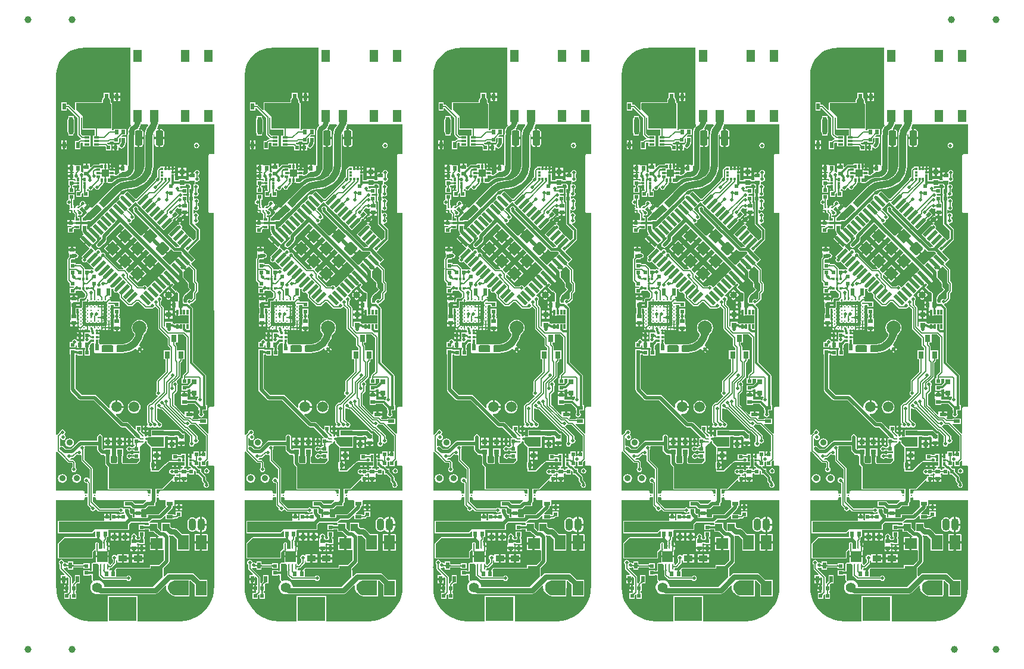
<source format=gbl>
G04*
G04 #@! TF.GenerationSoftware,Altium Limited,Altium Designer,20.1.7 (139)*
G04*
G04 Layer_Physical_Order=2*
G04 Layer_Color=16711680*
%FSAX25Y25*%
%MOIN*%
G70*
G04*
G04 #@! TF.SameCoordinates,F8038B2A-A6B4-4402-B74A-6C3D08F87057*
G04*
G04*
G04 #@! TF.FilePolarity,Positive*
G04*
G01*
G75*
%ADD10C,0.03937*%
%ADD11C,0.00630*%
%ADD12C,0.00598*%
%ADD17C,0.01575*%
%ADD18C,0.00787*%
%ADD19C,0.01968*%
%ADD20C,0.01181*%
%ADD21C,0.03937*%
%ADD22C,0.05906*%
%ADD23O,0.04331X0.06890*%
%ADD24C,0.19685*%
%ADD25C,0.03543*%
%ADD26C,0.01968*%
%ADD27C,0.01181*%
%ADD28C,0.02953*%
%ADD29R,0.15748X0.13780*%
%ADD30R,0.02362X0.01968*%
%ADD31R,0.03150X0.03937*%
G04:AMPARAMS|DCode=32|XSize=41.34mil|YSize=86.61mil|CornerRadius=10.34mil|HoleSize=0mil|Usage=FLASHONLY|Rotation=0.000|XOffset=0mil|YOffset=0mil|HoleType=Round|Shape=RoundedRectangle|*
%AMROUNDEDRECTD32*
21,1,0.04134,0.06594,0,0,0.0*
21,1,0.02067,0.08661,0,0,0.0*
1,1,0.02067,0.01034,-0.03297*
1,1,0.02067,-0.01034,-0.03297*
1,1,0.02067,-0.01034,0.03297*
1,1,0.02067,0.01034,0.03297*
%
%ADD32ROUNDEDRECTD32*%
%ADD33R,0.03937X0.03937*%
%ADD34R,0.02362X0.03543*%
G04:AMPARAMS|DCode=35|XSize=24.41mil|YSize=22.44mil|CornerRadius=0mil|HoleSize=0mil|Usage=FLASHONLY|Rotation=315.000|XOffset=0mil|YOffset=0mil|HoleType=Round|Shape=Rectangle|*
%AMROTATEDRECTD35*
4,1,4,-0.01656,0.00070,-0.00070,0.01656,0.01656,-0.00070,0.00070,-0.01656,-0.01656,0.00070,0.0*
%
%ADD35ROTATEDRECTD35*%

%ADD36R,0.01968X0.02362*%
%ADD37R,0.01181X0.02756*%
G04:AMPARAMS|DCode=38|XSize=9.84mil|YSize=33.47mil|CornerRadius=2.46mil|HoleSize=0mil|Usage=FLASHONLY|Rotation=180.000|XOffset=0mil|YOffset=0mil|HoleType=Round|Shape=RoundedRectangle|*
%AMROUNDEDRECTD38*
21,1,0.00984,0.02854,0,0,180.0*
21,1,0.00492,0.03347,0,0,180.0*
1,1,0.00492,-0.00246,0.01427*
1,1,0.00492,0.00246,0.01427*
1,1,0.00492,0.00246,-0.01427*
1,1,0.00492,-0.00246,-0.01427*
%
%ADD38ROUNDEDRECTD38*%
%ADD39R,0.02362X0.02520*%
%ADD40R,0.01181X0.01181*%
%ADD41R,0.01181X0.01181*%
%ADD42R,0.03150X0.03150*%
%ADD43R,0.02520X0.02362*%
%ADD44R,0.05118X0.07087*%
%ADD45R,0.05118X0.03543*%
%ADD46R,0.06614X0.05984*%
%ADD47R,0.06102X0.08268*%
%ADD48R,0.03740X0.01890*%
%ADD49P,0.04454X4X270.0*%
G04:AMPARAMS|DCode=50|XSize=19.68mil|YSize=66.93mil|CornerRadius=0mil|HoleSize=0mil|Usage=FLASHONLY|Rotation=45.000|XOffset=0mil|YOffset=0mil|HoleType=Round|Shape=Rectangle|*
%AMROTATEDRECTD50*
4,1,4,0.01670,-0.03062,-0.03062,0.01670,-0.01670,0.03062,0.03062,-0.01670,0.01670,-0.03062,0.0*
%
%ADD50ROTATEDRECTD50*%

G04:AMPARAMS|DCode=51|XSize=19.68mil|YSize=66.93mil|CornerRadius=0mil|HoleSize=0mil|Usage=FLASHONLY|Rotation=135.000|XOffset=0mil|YOffset=0mil|HoleType=Round|Shape=Rectangle|*
%AMROTATEDRECTD51*
4,1,4,0.03062,0.01670,-0.01670,-0.03062,-0.03062,-0.01670,0.01670,0.03062,0.03062,0.01670,0.0*
%
%ADD51ROTATEDRECTD51*%

G04:AMPARAMS|DCode=52|XSize=59.06mil|YSize=59.06mil|CornerRadius=5.91mil|HoleSize=0mil|Usage=FLASHONLY|Rotation=135.000|XOffset=0mil|YOffset=0mil|HoleType=Round|Shape=RoundedRectangle|*
%AMROUNDEDRECTD52*
21,1,0.05906,0.04724,0,0,135.0*
21,1,0.04724,0.05906,0,0,135.0*
1,1,0.01181,0.00000,0.03341*
1,1,0.01181,0.03341,0.00000*
1,1,0.01181,0.00000,-0.03341*
1,1,0.01181,-0.03341,0.00000*
%
%ADD52ROUNDEDRECTD52*%
%ADD53P,0.08352X4X180.0*%
G04:AMPARAMS|DCode=54|XSize=25.2mil|YSize=23.62mil|CornerRadius=0mil|HoleSize=0mil|Usage=FLASHONLY|Rotation=135.000|XOffset=0mil|YOffset=0mil|HoleType=Round|Shape=Rectangle|*
%AMROTATEDRECTD54*
4,1,4,0.01726,-0.00056,0.00056,-0.01726,-0.01726,0.00056,-0.00056,0.01726,0.01726,-0.00056,0.0*
%
%ADD54ROTATEDRECTD54*%

%ADD55R,0.01575X0.01968*%
%ADD56R,0.01575X0.01181*%
%ADD57R,0.01181X0.01870*%
%ADD58R,0.01870X0.01181*%
G04:AMPARAMS|DCode=59|XSize=24.41mil|YSize=22.44mil|CornerRadius=0mil|HoleSize=0mil|Usage=FLASHONLY|Rotation=225.000|XOffset=0mil|YOffset=0mil|HoleType=Round|Shape=Rectangle|*
%AMROTATEDRECTD59*
4,1,4,0.00070,0.01656,0.01656,0.00070,-0.00070,-0.01656,-0.01656,-0.00070,0.00070,0.01656,0.0*
%
%ADD59ROTATEDRECTD59*%

%ADD60R,0.01968X0.01181*%
%ADD61R,0.01890X0.03740*%
%ADD62R,0.05906X0.06299*%
%ADD63R,0.18504X0.05906*%
%ADD64R,0.03150X0.01181*%
%ADD65R,0.02362X0.04331*%
%ADD66R,0.01181X0.01772*%
G04:AMPARAMS|DCode=67|XSize=23.62mil|YSize=19.68mil|CornerRadius=0mil|HoleSize=0mil|Usage=FLASHONLY|Rotation=225.000|XOffset=0mil|YOffset=0mil|HoleType=Round|Shape=Rectangle|*
%AMROTATEDRECTD67*
4,1,4,0.00139,0.01531,0.01531,0.00139,-0.00139,-0.01531,-0.01531,-0.00139,0.00139,0.01531,0.0*
%
%ADD67ROTATEDRECTD67*%

%ADD68R,0.01968X0.01968*%
G04:AMPARAMS|DCode=69|XSize=13.78mil|YSize=19.68mil|CornerRadius=0mil|HoleSize=0mil|Usage=FLASHONLY|Rotation=225.000|XOffset=0mil|YOffset=0mil|HoleType=Round|Shape=Rectangle|*
%AMROTATEDRECTD69*
4,1,4,-0.00209,0.01183,0.01183,-0.00209,0.00209,-0.01183,-0.01183,0.00209,-0.00209,0.01183,0.0*
%
%ADD69ROTATEDRECTD69*%

%ADD70R,0.06693X0.02756*%
%ADD71R,0.03150X0.03150*%
%ADD72C,0.02362*%
%ADD73C,0.02165*%
%ADD74C,0.07874*%
%ADD75C,0.05512*%
G36*
X0477538Y0284735D02*
X0477526Y0284772D01*
X0477491Y0284806D01*
X0477432Y0284835D01*
X0477349Y0284860D01*
X0477243Y0284882D01*
X0477113Y0284899D01*
X0476782Y0284922D01*
X0476357Y0284930D01*
Y0286111D01*
X0476582Y0286116D01*
X0476960Y0286154D01*
X0477113Y0286187D01*
X0477243Y0286229D01*
X0477349Y0286281D01*
X0477432Y0286342D01*
X0477491Y0286412D01*
X0477526Y0286492D01*
X0477538Y0286582D01*
Y0284735D01*
D02*
G37*
G36*
X0372025D02*
X0372013Y0284772D01*
X0371978Y0284806D01*
X0371919Y0284835D01*
X0371836Y0284860D01*
X0371730Y0284882D01*
X0371600Y0284899D01*
X0371269Y0284922D01*
X0370844Y0284930D01*
Y0286111D01*
X0371068Y0286116D01*
X0371446Y0286154D01*
X0371600Y0286187D01*
X0371730Y0286229D01*
X0371836Y0286281D01*
X0371919Y0286342D01*
X0371978Y0286412D01*
X0372013Y0286492D01*
X0372025Y0286582D01*
Y0284735D01*
D02*
G37*
G36*
X0266512D02*
X0266500Y0284772D01*
X0266465Y0284806D01*
X0266406Y0284835D01*
X0266323Y0284860D01*
X0266216Y0284882D01*
X0266087Y0284899D01*
X0265756Y0284922D01*
X0265331Y0284930D01*
Y0286111D01*
X0265555Y0286116D01*
X0265933Y0286154D01*
X0266087Y0286187D01*
X0266216Y0286229D01*
X0266323Y0286281D01*
X0266406Y0286342D01*
X0266465Y0286412D01*
X0266500Y0286492D01*
X0266512Y0286582D01*
Y0284735D01*
D02*
G37*
G36*
X0160999D02*
X0160987Y0284772D01*
X0160951Y0284806D01*
X0160892Y0284835D01*
X0160810Y0284860D01*
X0160703Y0284882D01*
X0160573Y0284899D01*
X0160243Y0284922D01*
X0159818Y0284930D01*
Y0286111D01*
X0160042Y0286116D01*
X0160420Y0286154D01*
X0160573Y0286187D01*
X0160703Y0286229D01*
X0160810Y0286281D01*
X0160892Y0286342D01*
X0160951Y0286412D01*
X0160987Y0286492D01*
X0160999Y0286582D01*
Y0284735D01*
D02*
G37*
G36*
X0055485D02*
X0055474Y0284772D01*
X0055438Y0284806D01*
X0055379Y0284835D01*
X0055296Y0284860D01*
X0055190Y0284882D01*
X0055060Y0284899D01*
X0054729Y0284922D01*
X0054304Y0284930D01*
Y0286111D01*
X0054529Y0286116D01*
X0054907Y0286154D01*
X0055060Y0286187D01*
X0055190Y0286229D01*
X0055296Y0286281D01*
X0055379Y0286342D01*
X0055438Y0286412D01*
X0055474Y0286492D01*
X0055485Y0286582D01*
Y0284735D01*
D02*
G37*
G36*
X0482579Y0284730D02*
X0482532Y0284712D01*
X0482490Y0284682D01*
X0482454Y0284640D01*
X0482423Y0284586D01*
X0482398Y0284520D01*
X0482378Y0284442D01*
X0482364Y0284352D01*
X0482356Y0284251D01*
X0482353Y0284137D01*
X0481755D01*
X0481752Y0284251D01*
X0481743Y0284352D01*
X0481729Y0284442D01*
X0481710Y0284520D01*
X0481685Y0284586D01*
X0481654Y0284640D01*
X0481618Y0284682D01*
X0481576Y0284712D01*
X0481528Y0284730D01*
X0481475Y0284735D01*
X0482632D01*
X0482579Y0284730D01*
D02*
G37*
G36*
X0377066D02*
X0377019Y0284712D01*
X0376977Y0284682D01*
X0376940Y0284640D01*
X0376910Y0284586D01*
X0376885Y0284520D01*
X0376865Y0284442D01*
X0376851Y0284352D01*
X0376843Y0284251D01*
X0376840Y0284137D01*
X0376241D01*
X0376239Y0284251D01*
X0376230Y0284352D01*
X0376216Y0284442D01*
X0376197Y0284520D01*
X0376171Y0284586D01*
X0376141Y0284640D01*
X0376104Y0284682D01*
X0376063Y0284712D01*
X0376015Y0284730D01*
X0375962Y0284735D01*
X0377119D01*
X0377066Y0284730D01*
D02*
G37*
G36*
X0271553D02*
X0271505Y0284712D01*
X0271463Y0284682D01*
X0271427Y0284640D01*
X0271396Y0284586D01*
X0271371Y0284520D01*
X0271352Y0284442D01*
X0271338Y0284352D01*
X0271329Y0284251D01*
X0271327Y0284137D01*
X0270728D01*
X0270725Y0284251D01*
X0270717Y0284352D01*
X0270703Y0284442D01*
X0270683Y0284520D01*
X0270658Y0284586D01*
X0270628Y0284640D01*
X0270591Y0284682D01*
X0270549Y0284712D01*
X0270502Y0284730D01*
X0270449Y0284735D01*
X0271606D01*
X0271553Y0284730D01*
D02*
G37*
G36*
X0166040D02*
X0165992Y0284712D01*
X0165950Y0284682D01*
X0165914Y0284640D01*
X0165883Y0284586D01*
X0165858Y0284520D01*
X0165839Y0284442D01*
X0165824Y0284352D01*
X0165816Y0284251D01*
X0165813Y0284137D01*
X0165215D01*
X0165212Y0284251D01*
X0165204Y0284352D01*
X0165190Y0284442D01*
X0165170Y0284520D01*
X0165145Y0284586D01*
X0165114Y0284640D01*
X0165078Y0284682D01*
X0165036Y0284712D01*
X0164989Y0284730D01*
X0164936Y0284735D01*
X0166093D01*
X0166040Y0284730D01*
D02*
G37*
G36*
X0060526D02*
X0060479Y0284712D01*
X0060437Y0284682D01*
X0060401Y0284640D01*
X0060370Y0284586D01*
X0060345Y0284520D01*
X0060325Y0284442D01*
X0060311Y0284352D01*
X0060303Y0284251D01*
X0060300Y0284137D01*
X0059702D01*
X0059699Y0284251D01*
X0059690Y0284352D01*
X0059677Y0284442D01*
X0059657Y0284520D01*
X0059632Y0284586D01*
X0059601Y0284640D01*
X0059565Y0284682D01*
X0059523Y0284712D01*
X0059475Y0284730D01*
X0059422Y0284735D01*
X0060580D01*
X0060526Y0284730D01*
D02*
G37*
G36*
X0480611Y0284592D02*
X0480563Y0284574D01*
X0480521Y0284544D01*
X0480485Y0284502D01*
X0480454Y0284448D01*
X0480429Y0284382D01*
X0480410Y0284304D01*
X0480396Y0284215D01*
X0480390Y0284145D01*
X0480397Y0284071D01*
X0480411Y0283981D01*
X0480432Y0283903D01*
X0480459Y0283838D01*
X0480492Y0283784D01*
X0480531Y0283742D01*
X0480576Y0283712D01*
X0480627Y0283694D01*
X0480684Y0283688D01*
X0479487D01*
X0479544Y0283694D01*
X0479595Y0283712D01*
X0479639Y0283742D01*
X0479678Y0283784D01*
X0479711Y0283838D01*
X0479738Y0283903D01*
X0479759Y0283981D01*
X0479774Y0284071D01*
X0479781Y0284145D01*
X0479775Y0284215D01*
X0479761Y0284304D01*
X0479741Y0284382D01*
X0479716Y0284448D01*
X0479685Y0284502D01*
X0479649Y0284544D01*
X0479607Y0284574D01*
X0479560Y0284592D01*
X0479507Y0284598D01*
X0480664D01*
X0480611Y0284592D01*
D02*
G37*
G36*
X0375098D02*
X0375050Y0284574D01*
X0375008Y0284544D01*
X0374972Y0284502D01*
X0374941Y0284448D01*
X0374916Y0284382D01*
X0374896Y0284304D01*
X0374883Y0284215D01*
X0374877Y0284145D01*
X0374883Y0284071D01*
X0374898Y0283981D01*
X0374919Y0283903D01*
X0374946Y0283838D01*
X0374979Y0283784D01*
X0375018Y0283742D01*
X0375063Y0283712D01*
X0375114Y0283694D01*
X0375170Y0283688D01*
X0373974D01*
X0374030Y0283694D01*
X0374081Y0283712D01*
X0374126Y0283742D01*
X0374165Y0283784D01*
X0374198Y0283838D01*
X0374225Y0283903D01*
X0374246Y0283981D01*
X0374261Y0284071D01*
X0374267Y0284145D01*
X0374262Y0284215D01*
X0374248Y0284304D01*
X0374228Y0284382D01*
X0374203Y0284448D01*
X0374172Y0284502D01*
X0374136Y0284544D01*
X0374094Y0284574D01*
X0374047Y0284592D01*
X0373993Y0284598D01*
X0375151D01*
X0375098Y0284592D01*
D02*
G37*
G36*
X0269584D02*
X0269537Y0284574D01*
X0269495Y0284544D01*
X0269459Y0284502D01*
X0269428Y0284448D01*
X0269403Y0284382D01*
X0269383Y0284304D01*
X0269369Y0284215D01*
X0269363Y0284145D01*
X0269370Y0284071D01*
X0269385Y0283981D01*
X0269406Y0283903D01*
X0269433Y0283838D01*
X0269466Y0283784D01*
X0269505Y0283742D01*
X0269550Y0283712D01*
X0269600Y0283694D01*
X0269657Y0283688D01*
X0268460D01*
X0268517Y0283694D01*
X0268568Y0283712D01*
X0268613Y0283742D01*
X0268652Y0283784D01*
X0268685Y0283838D01*
X0268712Y0283903D01*
X0268733Y0283981D01*
X0268748Y0284071D01*
X0268754Y0284145D01*
X0268748Y0284215D01*
X0268735Y0284304D01*
X0268715Y0284382D01*
X0268690Y0284448D01*
X0268659Y0284502D01*
X0268623Y0284544D01*
X0268581Y0284574D01*
X0268533Y0284592D01*
X0268480Y0284598D01*
X0269637D01*
X0269584Y0284592D01*
D02*
G37*
G36*
X0164071D02*
X0164024Y0284574D01*
X0163982Y0284544D01*
X0163945Y0284502D01*
X0163915Y0284448D01*
X0163890Y0284382D01*
X0163870Y0284304D01*
X0163856Y0284215D01*
X0163850Y0284145D01*
X0163857Y0284071D01*
X0163872Y0283981D01*
X0163893Y0283903D01*
X0163920Y0283838D01*
X0163953Y0283784D01*
X0163991Y0283742D01*
X0164036Y0283712D01*
X0164087Y0283694D01*
X0164144Y0283688D01*
X0162947D01*
X0163004Y0283694D01*
X0163055Y0283712D01*
X0163100Y0283742D01*
X0163139Y0283784D01*
X0163172Y0283838D01*
X0163199Y0283903D01*
X0163219Y0283981D01*
X0163234Y0284071D01*
X0163241Y0284145D01*
X0163235Y0284215D01*
X0163221Y0284304D01*
X0163202Y0284382D01*
X0163177Y0284448D01*
X0163146Y0284502D01*
X0163110Y0284544D01*
X0163068Y0284574D01*
X0163020Y0284592D01*
X0162967Y0284598D01*
X0164124D01*
X0164071Y0284592D01*
D02*
G37*
G36*
X0058558D02*
X0058510Y0284574D01*
X0058469Y0284544D01*
X0058432Y0284502D01*
X0058402Y0284448D01*
X0058376Y0284382D01*
X0058357Y0284304D01*
X0058343Y0284215D01*
X0058337Y0284145D01*
X0058344Y0284071D01*
X0058359Y0283981D01*
X0058380Y0283903D01*
X0058406Y0283838D01*
X0058439Y0283784D01*
X0058478Y0283742D01*
X0058523Y0283712D01*
X0058574Y0283694D01*
X0058631Y0283688D01*
X0057434D01*
X0057491Y0283694D01*
X0057542Y0283712D01*
X0057587Y0283742D01*
X0057626Y0283784D01*
X0057658Y0283838D01*
X0057685Y0283903D01*
X0057706Y0283981D01*
X0057721Y0284071D01*
X0057728Y0284145D01*
X0057722Y0284215D01*
X0057708Y0284304D01*
X0057688Y0284382D01*
X0057663Y0284448D01*
X0057633Y0284502D01*
X0057596Y0284544D01*
X0057554Y0284574D01*
X0057507Y0284592D01*
X0057454Y0284598D01*
X0058611D01*
X0058558Y0284592D01*
D02*
G37*
G36*
X0483087Y0283121D02*
X0483081Y0283174D01*
X0483064Y0283222D01*
X0483034Y0283264D01*
X0482992Y0283300D01*
X0482938Y0283331D01*
X0482872Y0283356D01*
X0482794Y0283376D01*
X0482704Y0283389D01*
X0482603Y0283398D01*
X0482489Y0283401D01*
Y0283999D01*
X0482603Y0284002D01*
X0482704Y0284010D01*
X0482794Y0284024D01*
X0482872Y0284044D01*
X0482938Y0284069D01*
X0482992Y0284100D01*
X0483034Y0284136D01*
X0483064Y0284178D01*
X0483081Y0284225D01*
X0483087Y0284278D01*
Y0283121D01*
D02*
G37*
G36*
X0475237D02*
X0475229Y0283156D01*
X0475206Y0283188D01*
X0475166Y0283216D01*
X0475111Y0283240D01*
X0475040Y0283260D01*
X0474954Y0283277D01*
X0474851Y0283290D01*
X0474599Y0283304D01*
X0474450Y0283306D01*
Y0284094D01*
X0474599Y0284096D01*
X0474954Y0284123D01*
X0475040Y0284140D01*
X0475111Y0284160D01*
X0475166Y0284184D01*
X0475206Y0284212D01*
X0475229Y0284243D01*
X0475237Y0284278D01*
Y0283121D01*
D02*
G37*
G36*
X0377574D02*
X0377568Y0283174D01*
X0377550Y0283222D01*
X0377520Y0283264D01*
X0377479Y0283300D01*
X0377425Y0283331D01*
X0377359Y0283356D01*
X0377281Y0283376D01*
X0377191Y0283389D01*
X0377090Y0283398D01*
X0376976Y0283401D01*
Y0283999D01*
X0377090Y0284002D01*
X0377191Y0284010D01*
X0377281Y0284024D01*
X0377359Y0284044D01*
X0377425Y0284069D01*
X0377479Y0284100D01*
X0377520Y0284136D01*
X0377550Y0284178D01*
X0377568Y0284225D01*
X0377574Y0284278D01*
Y0283121D01*
D02*
G37*
G36*
X0369724D02*
X0369716Y0283156D01*
X0369692Y0283188D01*
X0369653Y0283216D01*
X0369598Y0283240D01*
X0369527Y0283260D01*
X0369440Y0283277D01*
X0369338Y0283290D01*
X0369086Y0283304D01*
X0368936Y0283306D01*
Y0284094D01*
X0369086Y0284096D01*
X0369440Y0284123D01*
X0369527Y0284140D01*
X0369598Y0284160D01*
X0369653Y0284184D01*
X0369692Y0284212D01*
X0369716Y0284243D01*
X0369724Y0284278D01*
Y0283121D01*
D02*
G37*
G36*
X0272061D02*
X0272055Y0283174D01*
X0272037Y0283222D01*
X0272007Y0283264D01*
X0271965Y0283300D01*
X0271911Y0283331D01*
X0271846Y0283356D01*
X0271768Y0283376D01*
X0271678Y0283389D01*
X0271576Y0283398D01*
X0271463Y0283401D01*
Y0283999D01*
X0271576Y0284002D01*
X0271678Y0284010D01*
X0271768Y0284024D01*
X0271846Y0284044D01*
X0271911Y0284069D01*
X0271965Y0284100D01*
X0272007Y0284136D01*
X0272037Y0284178D01*
X0272055Y0284225D01*
X0272061Y0284278D01*
Y0283121D01*
D02*
G37*
G36*
X0264211D02*
X0264203Y0283156D01*
X0264179Y0283188D01*
X0264140Y0283216D01*
X0264085Y0283240D01*
X0264014Y0283260D01*
X0263927Y0283277D01*
X0263825Y0283290D01*
X0263573Y0283304D01*
X0263423Y0283306D01*
Y0284094D01*
X0263573Y0284096D01*
X0263927Y0284123D01*
X0264014Y0284140D01*
X0264085Y0284160D01*
X0264140Y0284184D01*
X0264179Y0284212D01*
X0264203Y0284243D01*
X0264211Y0284278D01*
Y0283121D01*
D02*
G37*
G36*
X0166548D02*
X0166542Y0283174D01*
X0166524Y0283222D01*
X0166494Y0283264D01*
X0166452Y0283300D01*
X0166398Y0283331D01*
X0166332Y0283356D01*
X0166255Y0283376D01*
X0166165Y0283389D01*
X0166063Y0283398D01*
X0165949Y0283401D01*
Y0283999D01*
X0166063Y0284002D01*
X0166165Y0284010D01*
X0166255Y0284024D01*
X0166332Y0284044D01*
X0166398Y0284069D01*
X0166452Y0284100D01*
X0166494Y0284136D01*
X0166524Y0284178D01*
X0166542Y0284225D01*
X0166548Y0284278D01*
Y0283121D01*
D02*
G37*
G36*
X0158697D02*
X0158689Y0283156D01*
X0158666Y0283188D01*
X0158626Y0283216D01*
X0158571Y0283240D01*
X0158501Y0283260D01*
X0158414Y0283277D01*
X0158312Y0283290D01*
X0158060Y0283304D01*
X0157910Y0283306D01*
Y0284094D01*
X0158060Y0284096D01*
X0158414Y0284123D01*
X0158501Y0284140D01*
X0158571Y0284160D01*
X0158626Y0284184D01*
X0158666Y0284212D01*
X0158689Y0284243D01*
X0158697Y0284278D01*
Y0283121D01*
D02*
G37*
G36*
X0061035D02*
X0061029Y0283174D01*
X0061011Y0283222D01*
X0060981Y0283264D01*
X0060939Y0283300D01*
X0060885Y0283331D01*
X0060819Y0283356D01*
X0060741Y0283376D01*
X0060652Y0283389D01*
X0060550Y0283398D01*
X0060436Y0283401D01*
Y0283999D01*
X0060550Y0284002D01*
X0060652Y0284010D01*
X0060741Y0284024D01*
X0060819Y0284044D01*
X0060885Y0284069D01*
X0060939Y0284100D01*
X0060981Y0284136D01*
X0061011Y0284178D01*
X0061029Y0284225D01*
X0061035Y0284278D01*
Y0283121D01*
D02*
G37*
G36*
X0053184D02*
X0053176Y0283156D01*
X0053153Y0283188D01*
X0053113Y0283216D01*
X0053058Y0283240D01*
X0052987Y0283260D01*
X0052901Y0283277D01*
X0052798Y0283290D01*
X0052546Y0283304D01*
X0052397Y0283306D01*
Y0284094D01*
X0052546Y0284096D01*
X0052901Y0284123D01*
X0052987Y0284140D01*
X0053058Y0284160D01*
X0053113Y0284184D01*
X0053153Y0284212D01*
X0053176Y0284243D01*
X0053184Y0284278D01*
Y0283121D01*
D02*
G37*
G36*
X0478141Y0281133D02*
X0478135Y0281190D01*
X0478116Y0281241D01*
X0478086Y0281286D01*
X0478043Y0281325D01*
X0477988Y0281357D01*
X0477921Y0281384D01*
X0477842Y0281405D01*
X0477750Y0281420D01*
X0477674Y0281427D01*
X0477604Y0281421D01*
X0477514Y0281407D01*
X0477436Y0281387D01*
X0477371Y0281362D01*
X0477317Y0281332D01*
X0477275Y0281295D01*
X0477245Y0281253D01*
X0477227Y0281206D01*
X0477221Y0281153D01*
Y0282310D01*
X0477227Y0282257D01*
X0477245Y0282209D01*
X0477275Y0282168D01*
X0477317Y0282131D01*
X0477371Y0282101D01*
X0477436Y0282075D01*
X0477514Y0282056D01*
X0477604Y0282042D01*
X0477674Y0282036D01*
X0477750Y0282043D01*
X0477842Y0282057D01*
X0477921Y0282079D01*
X0477988Y0282105D01*
X0478043Y0282138D01*
X0478086Y0282177D01*
X0478116Y0282222D01*
X0478135Y0282273D01*
X0478141Y0282330D01*
Y0281133D01*
D02*
G37*
G36*
X0372628D02*
X0372621Y0281190D01*
X0372603Y0281241D01*
X0372573Y0281286D01*
X0372530Y0281325D01*
X0372475Y0281357D01*
X0372408Y0281384D01*
X0372328Y0281405D01*
X0372237Y0281420D01*
X0372161Y0281427D01*
X0372091Y0281421D01*
X0372001Y0281407D01*
X0371923Y0281387D01*
X0371857Y0281362D01*
X0371803Y0281332D01*
X0371762Y0281295D01*
X0371732Y0281253D01*
X0371714Y0281206D01*
X0371708Y0281153D01*
Y0282310D01*
X0371714Y0282257D01*
X0371732Y0282209D01*
X0371762Y0282168D01*
X0371803Y0282131D01*
X0371857Y0282101D01*
X0371923Y0282075D01*
X0372001Y0282056D01*
X0372091Y0282042D01*
X0372161Y0282036D01*
X0372237Y0282043D01*
X0372328Y0282057D01*
X0372408Y0282079D01*
X0372475Y0282105D01*
X0372530Y0282138D01*
X0372573Y0282177D01*
X0372603Y0282222D01*
X0372621Y0282273D01*
X0372628Y0282330D01*
Y0281133D01*
D02*
G37*
G36*
X0267114D02*
X0267108Y0281190D01*
X0267090Y0281241D01*
X0267059Y0281286D01*
X0267017Y0281325D01*
X0266962Y0281357D01*
X0266895Y0281384D01*
X0266815Y0281405D01*
X0266724Y0281420D01*
X0266648Y0281427D01*
X0266578Y0281421D01*
X0266488Y0281407D01*
X0266410Y0281387D01*
X0266344Y0281362D01*
X0266290Y0281332D01*
X0266248Y0281295D01*
X0266218Y0281253D01*
X0266200Y0281206D01*
X0266195Y0281153D01*
Y0282310D01*
X0266200Y0282257D01*
X0266218Y0282209D01*
X0266248Y0282168D01*
X0266290Y0282131D01*
X0266344Y0282101D01*
X0266410Y0282075D01*
X0266488Y0282056D01*
X0266578Y0282042D01*
X0266648Y0282036D01*
X0266724Y0282043D01*
X0266815Y0282057D01*
X0266895Y0282079D01*
X0266962Y0282105D01*
X0267017Y0282138D01*
X0267059Y0282177D01*
X0267090Y0282222D01*
X0267108Y0282273D01*
X0267114Y0282330D01*
Y0281133D01*
D02*
G37*
G36*
X0161601D02*
X0161595Y0281190D01*
X0161577Y0281241D01*
X0161546Y0281286D01*
X0161504Y0281325D01*
X0161449Y0281357D01*
X0161381Y0281384D01*
X0161302Y0281405D01*
X0161211Y0281420D01*
X0161134Y0281427D01*
X0161064Y0281421D01*
X0160975Y0281407D01*
X0160897Y0281387D01*
X0160831Y0281362D01*
X0160777Y0281332D01*
X0160735Y0281295D01*
X0160705Y0281253D01*
X0160687Y0281206D01*
X0160681Y0281153D01*
Y0282310D01*
X0160687Y0282257D01*
X0160705Y0282209D01*
X0160735Y0282168D01*
X0160777Y0282131D01*
X0160831Y0282101D01*
X0160897Y0282075D01*
X0160975Y0282056D01*
X0161064Y0282042D01*
X0161134Y0282036D01*
X0161211Y0282043D01*
X0161302Y0282057D01*
X0161381Y0282079D01*
X0161449Y0282105D01*
X0161504Y0282138D01*
X0161546Y0282177D01*
X0161577Y0282222D01*
X0161595Y0282273D01*
X0161601Y0282330D01*
Y0281133D01*
D02*
G37*
G36*
X0056088D02*
X0056082Y0281190D01*
X0056063Y0281241D01*
X0056033Y0281286D01*
X0055990Y0281325D01*
X0055935Y0281357D01*
X0055868Y0281384D01*
X0055789Y0281405D01*
X0055697Y0281420D01*
X0055621Y0281427D01*
X0055551Y0281421D01*
X0055461Y0281407D01*
X0055383Y0281387D01*
X0055318Y0281362D01*
X0055264Y0281332D01*
X0055222Y0281295D01*
X0055192Y0281253D01*
X0055174Y0281206D01*
X0055168Y0281153D01*
Y0282310D01*
X0055174Y0282257D01*
X0055192Y0282209D01*
X0055222Y0282168D01*
X0055264Y0282131D01*
X0055318Y0282101D01*
X0055383Y0282075D01*
X0055461Y0282056D01*
X0055551Y0282042D01*
X0055621Y0282036D01*
X0055697Y0282043D01*
X0055789Y0282057D01*
X0055868Y0282079D01*
X0055935Y0282105D01*
X0055990Y0282138D01*
X0056033Y0282177D01*
X0056063Y0282222D01*
X0056082Y0282273D01*
X0056088Y0282330D01*
Y0281133D01*
D02*
G37*
G36*
X0482036Y0282273D02*
X0482054Y0282222D01*
X0482085Y0282177D01*
X0482128Y0282138D01*
X0482182Y0282105D01*
X0482249Y0282079D01*
X0482329Y0282057D01*
X0482420Y0282043D01*
X0482497Y0282036D01*
X0482567Y0282042D01*
X0482656Y0282056D01*
X0482734Y0282075D01*
X0482800Y0282101D01*
X0482854Y0282131D01*
X0482896Y0282168D01*
X0482926Y0282209D01*
X0482944Y0282257D01*
X0482950Y0282310D01*
Y0281153D01*
X0482944Y0281206D01*
X0482926Y0281253D01*
X0482896Y0281295D01*
X0482854Y0281332D01*
X0482800Y0281362D01*
X0482734Y0281387D01*
X0482656Y0281407D01*
X0482567Y0281421D01*
X0482497Y0281427D01*
X0482420Y0281420D01*
X0482329Y0281405D01*
X0482249Y0281384D01*
X0482182Y0281357D01*
X0482128Y0281325D01*
X0482085Y0281286D01*
X0482054Y0281241D01*
X0482036Y0281190D01*
X0482030Y0281133D01*
Y0282330D01*
X0482036Y0282273D01*
D02*
G37*
G36*
X0376523D02*
X0376541Y0282222D01*
X0376571Y0282177D01*
X0376614Y0282138D01*
X0376669Y0282105D01*
X0376736Y0282079D01*
X0376816Y0282057D01*
X0376907Y0282043D01*
X0376983Y0282036D01*
X0377053Y0282042D01*
X0377143Y0282056D01*
X0377221Y0282075D01*
X0377287Y0282101D01*
X0377341Y0282131D01*
X0377383Y0282168D01*
X0377413Y0282209D01*
X0377431Y0282257D01*
X0377436Y0282310D01*
Y0281153D01*
X0377431Y0281206D01*
X0377413Y0281253D01*
X0377383Y0281295D01*
X0377341Y0281332D01*
X0377287Y0281362D01*
X0377221Y0281387D01*
X0377143Y0281407D01*
X0377053Y0281421D01*
X0376983Y0281427D01*
X0376907Y0281420D01*
X0376816Y0281405D01*
X0376736Y0281384D01*
X0376669Y0281357D01*
X0376614Y0281325D01*
X0376571Y0281286D01*
X0376541Y0281241D01*
X0376523Y0281190D01*
X0376517Y0281133D01*
Y0282330D01*
X0376523Y0282273D01*
D02*
G37*
G36*
X0271009D02*
X0271028Y0282222D01*
X0271058Y0282177D01*
X0271101Y0282138D01*
X0271156Y0282105D01*
X0271223Y0282079D01*
X0271303Y0282057D01*
X0271394Y0282043D01*
X0271470Y0282036D01*
X0271540Y0282042D01*
X0271630Y0282056D01*
X0271708Y0282075D01*
X0271774Y0282101D01*
X0271828Y0282131D01*
X0271869Y0282168D01*
X0271899Y0282209D01*
X0271917Y0282257D01*
X0271923Y0282310D01*
Y0281153D01*
X0271917Y0281206D01*
X0271899Y0281253D01*
X0271869Y0281295D01*
X0271828Y0281332D01*
X0271774Y0281362D01*
X0271708Y0281387D01*
X0271630Y0281407D01*
X0271540Y0281421D01*
X0271470Y0281427D01*
X0271394Y0281420D01*
X0271303Y0281405D01*
X0271223Y0281384D01*
X0271156Y0281357D01*
X0271101Y0281325D01*
X0271058Y0281286D01*
X0271028Y0281241D01*
X0271009Y0281190D01*
X0271003Y0281133D01*
Y0282330D01*
X0271009Y0282273D01*
D02*
G37*
G36*
X0165496D02*
X0165515Y0282222D01*
X0165545Y0282177D01*
X0165588Y0282138D01*
X0165643Y0282105D01*
X0165710Y0282079D01*
X0165789Y0282057D01*
X0165881Y0282043D01*
X0165957Y0282036D01*
X0166027Y0282042D01*
X0166117Y0282056D01*
X0166195Y0282075D01*
X0166260Y0282101D01*
X0166314Y0282131D01*
X0166356Y0282168D01*
X0166386Y0282209D01*
X0166404Y0282257D01*
X0166410Y0282310D01*
Y0281153D01*
X0166404Y0281206D01*
X0166386Y0281253D01*
X0166356Y0281295D01*
X0166314Y0281332D01*
X0166260Y0281362D01*
X0166195Y0281387D01*
X0166117Y0281407D01*
X0166027Y0281421D01*
X0165957Y0281427D01*
X0165881Y0281420D01*
X0165789Y0281405D01*
X0165710Y0281384D01*
X0165643Y0281357D01*
X0165588Y0281325D01*
X0165545Y0281286D01*
X0165515Y0281241D01*
X0165496Y0281190D01*
X0165490Y0281133D01*
Y0282330D01*
X0165496Y0282273D01*
D02*
G37*
G36*
X0059983D02*
X0060001Y0282222D01*
X0060032Y0282177D01*
X0060075Y0282138D01*
X0060129Y0282105D01*
X0060197Y0282079D01*
X0060276Y0282057D01*
X0060368Y0282043D01*
X0060444Y0282036D01*
X0060514Y0282042D01*
X0060604Y0282056D01*
X0060681Y0282075D01*
X0060747Y0282101D01*
X0060801Y0282131D01*
X0060843Y0282168D01*
X0060873Y0282209D01*
X0060891Y0282257D01*
X0060897Y0282310D01*
Y0281153D01*
X0060891Y0281206D01*
X0060873Y0281253D01*
X0060843Y0281295D01*
X0060801Y0281332D01*
X0060747Y0281362D01*
X0060681Y0281387D01*
X0060604Y0281407D01*
X0060514Y0281421D01*
X0060444Y0281427D01*
X0060368Y0281420D01*
X0060276Y0281405D01*
X0060197Y0281384D01*
X0060129Y0281357D01*
X0060075Y0281325D01*
X0060032Y0281286D01*
X0060001Y0281241D01*
X0059983Y0281190D01*
X0059977Y0281133D01*
Y0282330D01*
X0059983Y0282273D01*
D02*
G37*
G36*
X0464177Y0281629D02*
X0464187Y0281536D01*
X0464204Y0281449D01*
X0464228Y0281368D01*
X0464259Y0281293D01*
X0464296Y0281224D01*
X0464340Y0281161D01*
X0464392Y0281104D01*
X0464450Y0281053D01*
X0464514Y0281008D01*
X0463171Y0280700D01*
X0463212Y0280769D01*
X0463248Y0280841D01*
X0463281Y0280916D01*
X0463309Y0280994D01*
X0463332Y0281075D01*
X0463352Y0281160D01*
X0463367Y0281247D01*
X0463384Y0281432D01*
X0463386Y0281529D01*
X0464174Y0281728D01*
X0464177Y0281629D01*
D02*
G37*
G36*
X0358664D02*
X0358674Y0281536D01*
X0358691Y0281449D01*
X0358715Y0281368D01*
X0358746Y0281293D01*
X0358783Y0281224D01*
X0358827Y0281161D01*
X0358878Y0281104D01*
X0358936Y0281053D01*
X0359001Y0281008D01*
X0357658Y0280700D01*
X0357699Y0280769D01*
X0357735Y0280841D01*
X0357768Y0280916D01*
X0357796Y0280994D01*
X0357819Y0281075D01*
X0357839Y0281160D01*
X0357854Y0281247D01*
X0357871Y0281432D01*
X0357873Y0281529D01*
X0358660Y0281728D01*
X0358664Y0281629D01*
D02*
G37*
G36*
X0253151D02*
X0253161Y0281536D01*
X0253178Y0281449D01*
X0253202Y0281368D01*
X0253232Y0281293D01*
X0253270Y0281224D01*
X0253314Y0281161D01*
X0253365Y0281104D01*
X0253423Y0281053D01*
X0253488Y0281008D01*
X0252145Y0280700D01*
X0252186Y0280769D01*
X0252222Y0280841D01*
X0252254Y0280916D01*
X0252282Y0280994D01*
X0252306Y0281075D01*
X0252325Y0281160D01*
X0252340Y0281247D01*
X0252358Y0281432D01*
X0252360Y0281529D01*
X0253147Y0281728D01*
X0253151Y0281629D01*
D02*
G37*
G36*
X0147637D02*
X0147648Y0281536D01*
X0147665Y0281449D01*
X0147688Y0281368D01*
X0147719Y0281293D01*
X0147757Y0281224D01*
X0147801Y0281161D01*
X0147852Y0281104D01*
X0147910Y0281053D01*
X0147975Y0281008D01*
X0146631Y0280700D01*
X0146672Y0280769D01*
X0146709Y0280841D01*
X0146741Y0280916D01*
X0146769Y0280994D01*
X0146793Y0281075D01*
X0146812Y0281160D01*
X0146827Y0281247D01*
X0146844Y0281432D01*
X0146847Y0281529D01*
X0147634Y0281728D01*
X0147637Y0281629D01*
D02*
G37*
G36*
X0042124D02*
X0042134Y0281536D01*
X0042151Y0281449D01*
X0042175Y0281368D01*
X0042206Y0281293D01*
X0042243Y0281224D01*
X0042288Y0281161D01*
X0042339Y0281104D01*
X0042397Y0281053D01*
X0042461Y0281008D01*
X0041118Y0280700D01*
X0041159Y0280769D01*
X0041196Y0280841D01*
X0041228Y0280916D01*
X0041256Y0280994D01*
X0041280Y0281075D01*
X0041299Y0281160D01*
X0041314Y0281247D01*
X0041331Y0281432D01*
X0041333Y0281529D01*
X0042121Y0281728D01*
X0042124Y0281629D01*
D02*
G37*
G36*
X0467568Y0280102D02*
X0467518Y0280038D01*
X0467474Y0279969D01*
X0467436Y0279897D01*
X0467403Y0279820D01*
X0467377Y0279739D01*
X0467356Y0279653D01*
X0467341Y0279564D01*
X0467332Y0279470D01*
X0467329Y0279372D01*
X0466542D01*
X0466539Y0279470D01*
X0466530Y0279564D01*
X0466515Y0279653D01*
X0466495Y0279739D01*
X0466468Y0279820D01*
X0466436Y0279897D01*
X0466397Y0279969D01*
X0466353Y0280038D01*
X0466303Y0280102D01*
X0466247Y0280162D01*
X0467625D01*
X0467568Y0280102D01*
D02*
G37*
G36*
X0362055D02*
X0362005Y0280038D01*
X0361961Y0279969D01*
X0361922Y0279897D01*
X0361890Y0279820D01*
X0361863Y0279739D01*
X0361843Y0279653D01*
X0361828Y0279564D01*
X0361819Y0279470D01*
X0361816Y0279372D01*
X0361029D01*
X0361026Y0279470D01*
X0361017Y0279564D01*
X0361002Y0279653D01*
X0360981Y0279739D01*
X0360955Y0279820D01*
X0360922Y0279897D01*
X0360884Y0279969D01*
X0360840Y0280038D01*
X0360790Y0280102D01*
X0360734Y0280162D01*
X0362111D01*
X0362055Y0280102D01*
D02*
G37*
G36*
X0256542D02*
X0256492Y0280038D01*
X0256448Y0279969D01*
X0256409Y0279897D01*
X0256377Y0279820D01*
X0256350Y0279739D01*
X0256329Y0279653D01*
X0256315Y0279564D01*
X0256306Y0279470D01*
X0256303Y0279372D01*
X0255516D01*
X0255513Y0279470D01*
X0255504Y0279564D01*
X0255489Y0279653D01*
X0255468Y0279739D01*
X0255442Y0279820D01*
X0255409Y0279897D01*
X0255371Y0279969D01*
X0255327Y0280038D01*
X0255276Y0280102D01*
X0255220Y0280162D01*
X0256598D01*
X0256542Y0280102D01*
D02*
G37*
G36*
X0151029D02*
X0150979Y0280038D01*
X0150934Y0279969D01*
X0150896Y0279897D01*
X0150864Y0279820D01*
X0150837Y0279739D01*
X0150816Y0279653D01*
X0150802Y0279564D01*
X0150793Y0279470D01*
X0150790Y0279372D01*
X0150002D01*
X0149999Y0279470D01*
X0149990Y0279564D01*
X0149976Y0279653D01*
X0149955Y0279739D01*
X0149928Y0279820D01*
X0149896Y0279897D01*
X0149858Y0279969D01*
X0149813Y0280038D01*
X0149763Y0280102D01*
X0149707Y0280162D01*
X0151085D01*
X0151029Y0280102D01*
D02*
G37*
G36*
X0045516D02*
X0045465Y0280038D01*
X0045421Y0279969D01*
X0045383Y0279897D01*
X0045350Y0279820D01*
X0045324Y0279739D01*
X0045303Y0279653D01*
X0045288Y0279564D01*
X0045279Y0279470D01*
X0045276Y0279372D01*
X0044489D01*
X0044486Y0279470D01*
X0044477Y0279564D01*
X0044462Y0279653D01*
X0044442Y0279739D01*
X0044415Y0279820D01*
X0044383Y0279897D01*
X0044344Y0279969D01*
X0044300Y0280038D01*
X0044250Y0280102D01*
X0044194Y0280162D01*
X0045572D01*
X0045516Y0280102D01*
D02*
G37*
G36*
X0480627Y0279781D02*
X0480576Y0279763D01*
X0480531Y0279732D01*
X0480492Y0279689D01*
X0480459Y0279634D01*
X0480432Y0279567D01*
X0480411Y0279488D01*
X0480397Y0279396D01*
X0480390Y0279320D01*
X0480396Y0279250D01*
X0480410Y0279160D01*
X0480429Y0279082D01*
X0480454Y0279017D01*
X0480485Y0278963D01*
X0480521Y0278921D01*
X0480563Y0278891D01*
X0480611Y0278873D01*
X0480664Y0278867D01*
X0479507D01*
X0479560Y0278873D01*
X0479607Y0278891D01*
X0479649Y0278921D01*
X0479685Y0278963D01*
X0479716Y0279017D01*
X0479741Y0279082D01*
X0479761Y0279160D01*
X0479775Y0279250D01*
X0479781Y0279320D01*
X0479774Y0279396D01*
X0479759Y0279488D01*
X0479738Y0279567D01*
X0479711Y0279634D01*
X0479678Y0279689D01*
X0479639Y0279732D01*
X0479595Y0279763D01*
X0479544Y0279781D01*
X0479487Y0279787D01*
X0480684D01*
X0480627Y0279781D01*
D02*
G37*
G36*
X0375114D02*
X0375063Y0279763D01*
X0375018Y0279732D01*
X0374979Y0279689D01*
X0374946Y0279634D01*
X0374919Y0279567D01*
X0374898Y0279488D01*
X0374883Y0279396D01*
X0374877Y0279320D01*
X0374883Y0279250D01*
X0374896Y0279160D01*
X0374916Y0279082D01*
X0374941Y0279017D01*
X0374972Y0278963D01*
X0375008Y0278921D01*
X0375050Y0278891D01*
X0375098Y0278873D01*
X0375151Y0278867D01*
X0373993D01*
X0374047Y0278873D01*
X0374094Y0278891D01*
X0374136Y0278921D01*
X0374172Y0278963D01*
X0374203Y0279017D01*
X0374228Y0279082D01*
X0374248Y0279160D01*
X0374262Y0279250D01*
X0374268Y0279320D01*
X0374261Y0279396D01*
X0374246Y0279488D01*
X0374225Y0279567D01*
X0374198Y0279634D01*
X0374165Y0279689D01*
X0374126Y0279732D01*
X0374081Y0279763D01*
X0374030Y0279781D01*
X0373974Y0279787D01*
X0375170D01*
X0375114Y0279781D01*
D02*
G37*
G36*
X0269600D02*
X0269550Y0279763D01*
X0269505Y0279732D01*
X0269466Y0279689D01*
X0269433Y0279634D01*
X0269406Y0279567D01*
X0269385Y0279488D01*
X0269370Y0279396D01*
X0269363Y0279320D01*
X0269369Y0279250D01*
X0269383Y0279160D01*
X0269403Y0279082D01*
X0269428Y0279017D01*
X0269459Y0278963D01*
X0269495Y0278921D01*
X0269537Y0278891D01*
X0269584Y0278873D01*
X0269637Y0278867D01*
X0268480D01*
X0268533Y0278873D01*
X0268581Y0278891D01*
X0268623Y0278921D01*
X0268659Y0278963D01*
X0268690Y0279017D01*
X0268715Y0279082D01*
X0268735Y0279160D01*
X0268748Y0279250D01*
X0268754Y0279320D01*
X0268748Y0279396D01*
X0268733Y0279488D01*
X0268712Y0279567D01*
X0268685Y0279634D01*
X0268652Y0279689D01*
X0268613Y0279732D01*
X0268568Y0279763D01*
X0268517Y0279781D01*
X0268460Y0279787D01*
X0269657D01*
X0269600Y0279781D01*
D02*
G37*
G36*
X0164087D02*
X0164036Y0279763D01*
X0163991Y0279732D01*
X0163953Y0279689D01*
X0163920Y0279634D01*
X0163893Y0279567D01*
X0163872Y0279488D01*
X0163857Y0279396D01*
X0163850Y0279320D01*
X0163856Y0279250D01*
X0163870Y0279160D01*
X0163890Y0279082D01*
X0163915Y0279017D01*
X0163945Y0278963D01*
X0163982Y0278921D01*
X0164024Y0278891D01*
X0164071Y0278873D01*
X0164124Y0278867D01*
X0162967D01*
X0163020Y0278873D01*
X0163068Y0278891D01*
X0163110Y0278921D01*
X0163146Y0278963D01*
X0163177Y0279017D01*
X0163202Y0279082D01*
X0163221Y0279160D01*
X0163235Y0279250D01*
X0163241Y0279320D01*
X0163234Y0279396D01*
X0163219Y0279488D01*
X0163199Y0279567D01*
X0163172Y0279634D01*
X0163139Y0279689D01*
X0163100Y0279732D01*
X0163055Y0279763D01*
X0163004Y0279781D01*
X0162947Y0279787D01*
X0164144D01*
X0164087Y0279781D01*
D02*
G37*
G36*
X0058574D02*
X0058523Y0279763D01*
X0058478Y0279732D01*
X0058439Y0279689D01*
X0058406Y0279634D01*
X0058380Y0279567D01*
X0058359Y0279488D01*
X0058344Y0279396D01*
X0058337Y0279320D01*
X0058343Y0279250D01*
X0058357Y0279160D01*
X0058376Y0279082D01*
X0058402Y0279017D01*
X0058432Y0278963D01*
X0058469Y0278921D01*
X0058510Y0278891D01*
X0058558Y0278873D01*
X0058611Y0278867D01*
X0057454D01*
X0057507Y0278873D01*
X0057554Y0278891D01*
X0057596Y0278921D01*
X0057633Y0278963D01*
X0057663Y0279017D01*
X0057688Y0279082D01*
X0057708Y0279160D01*
X0057722Y0279250D01*
X0057728Y0279320D01*
X0057721Y0279396D01*
X0057706Y0279488D01*
X0057685Y0279567D01*
X0057658Y0279634D01*
X0057626Y0279689D01*
X0057587Y0279732D01*
X0057542Y0279763D01*
X0057491Y0279781D01*
X0057434Y0279787D01*
X0058631D01*
X0058574Y0279781D01*
D02*
G37*
G36*
X0477083Y0279184D02*
X0477009Y0279176D01*
X0476942Y0279153D01*
X0476883Y0279114D01*
X0476832Y0279058D01*
X0476790Y0278988D01*
X0476754Y0278901D01*
X0476727Y0278799D01*
X0476707Y0278680D01*
X0476695Y0278547D01*
X0476692Y0278397D01*
X0475904D01*
X0475900Y0278548D01*
X0475888Y0278684D01*
X0475869Y0278803D01*
X0475841Y0278907D01*
X0475806Y0278995D01*
X0475763Y0279067D01*
X0475711Y0279123D01*
X0475652Y0279163D01*
X0475585Y0279188D01*
X0475511Y0279196D01*
X0477083Y0279184D01*
D02*
G37*
G36*
X0371570D02*
X0371496Y0279176D01*
X0371429Y0279153D01*
X0371370Y0279114D01*
X0371319Y0279058D01*
X0371276Y0278988D01*
X0371241Y0278901D01*
X0371214Y0278799D01*
X0371194Y0278680D01*
X0371182Y0278547D01*
X0371178Y0278397D01*
X0370391D01*
X0370387Y0278548D01*
X0370375Y0278684D01*
X0370356Y0278803D01*
X0370328Y0278907D01*
X0370292Y0278995D01*
X0370249Y0279067D01*
X0370198Y0279123D01*
X0370139Y0279163D01*
X0370072Y0279188D01*
X0369997Y0279196D01*
X0371570Y0279184D01*
D02*
G37*
G36*
X0266057D02*
X0265982Y0279176D01*
X0265916Y0279153D01*
X0265857Y0279114D01*
X0265806Y0279058D01*
X0265763Y0278988D01*
X0265728Y0278901D01*
X0265700Y0278799D01*
X0265681Y0278680D01*
X0265669Y0278547D01*
X0265665Y0278397D01*
X0264878D01*
X0264874Y0278548D01*
X0264862Y0278684D01*
X0264842Y0278803D01*
X0264815Y0278907D01*
X0264779Y0278995D01*
X0264736Y0279067D01*
X0264685Y0279123D01*
X0264626Y0279163D01*
X0264559Y0279188D01*
X0264484Y0279196D01*
X0266057Y0279184D01*
D02*
G37*
G36*
X0160544D02*
X0160469Y0279176D01*
X0160403Y0279153D01*
X0160344Y0279114D01*
X0160293Y0279058D01*
X0160250Y0278988D01*
X0160215Y0278901D01*
X0160187Y0278799D01*
X0160168Y0278680D01*
X0160156Y0278547D01*
X0160152Y0278397D01*
X0159364D01*
X0159361Y0278548D01*
X0159349Y0278684D01*
X0159329Y0278803D01*
X0159301Y0278907D01*
X0159266Y0278995D01*
X0159223Y0279067D01*
X0159172Y0279123D01*
X0159113Y0279163D01*
X0159046Y0279188D01*
X0158971Y0279196D01*
X0160544Y0279184D01*
D02*
G37*
G36*
X0055030D02*
X0054956Y0279176D01*
X0054889Y0279153D01*
X0054831Y0279114D01*
X0054780Y0279058D01*
X0054737Y0278988D01*
X0054701Y0278901D01*
X0054674Y0278799D01*
X0054654Y0278680D01*
X0054643Y0278547D01*
X0054639Y0278397D01*
X0053851D01*
X0053847Y0278548D01*
X0053836Y0278684D01*
X0053816Y0278803D01*
X0053788Y0278907D01*
X0053753Y0278995D01*
X0053710Y0279067D01*
X0053658Y0279123D01*
X0053599Y0279163D01*
X0053532Y0279188D01*
X0053458Y0279196D01*
X0055030Y0279184D01*
D02*
G37*
G36*
X0467892Y0277559D02*
X0467884Y0277634D01*
X0467860Y0277701D01*
X0467821Y0277760D01*
X0467766Y0277811D01*
X0467695Y0277854D01*
X0467608Y0277890D01*
X0467549Y0277906D01*
X0467478Y0277882D01*
X0467376Y0277827D01*
X0467289Y0277756D01*
X0467218Y0277669D01*
X0467163Y0277567D01*
X0467124Y0277449D01*
X0467100Y0277315D01*
X0467092Y0277165D01*
X0466699Y0278346D01*
X0467104Y0278211D01*
Y0278740D01*
X0467254Y0278744D01*
X0467388Y0278756D01*
X0467506Y0278776D01*
X0467608Y0278803D01*
X0467695Y0278839D01*
X0467766Y0278882D01*
X0467821Y0278933D01*
X0467860Y0278992D01*
X0467884Y0279059D01*
X0467892Y0279134D01*
Y0277559D01*
D02*
G37*
G36*
X0362379D02*
X0362371Y0277634D01*
X0362347Y0277701D01*
X0362308Y0277760D01*
X0362252Y0277811D01*
X0362182Y0277854D01*
X0362095Y0277890D01*
X0362036Y0277906D01*
X0361965Y0277882D01*
X0361862Y0277827D01*
X0361776Y0277756D01*
X0361705Y0277669D01*
X0361650Y0277567D01*
X0361611Y0277449D01*
X0361587Y0277315D01*
X0361579Y0277165D01*
X0361185Y0278346D01*
X0361591Y0278211D01*
Y0278740D01*
X0361741Y0278744D01*
X0361875Y0278756D01*
X0361993Y0278776D01*
X0362095Y0278803D01*
X0362182Y0278839D01*
X0362252Y0278882D01*
X0362308Y0278933D01*
X0362347Y0278992D01*
X0362371Y0279059D01*
X0362379Y0279134D01*
Y0277559D01*
D02*
G37*
G36*
X0256865D02*
X0256857Y0277634D01*
X0256834Y0277701D01*
X0256794Y0277760D01*
X0256739Y0277811D01*
X0256668Y0277854D01*
X0256582Y0277890D01*
X0256523Y0277906D01*
X0256452Y0277882D01*
X0256349Y0277827D01*
X0256263Y0277756D01*
X0256192Y0277669D01*
X0256137Y0277567D01*
X0256097Y0277449D01*
X0256074Y0277315D01*
X0256066Y0277165D01*
X0255672Y0278346D01*
X0256078Y0278211D01*
Y0278740D01*
X0256227Y0278744D01*
X0256361Y0278756D01*
X0256479Y0278776D01*
X0256582Y0278803D01*
X0256668Y0278839D01*
X0256739Y0278882D01*
X0256794Y0278933D01*
X0256834Y0278992D01*
X0256857Y0279059D01*
X0256865Y0279134D01*
Y0277559D01*
D02*
G37*
G36*
X0151352D02*
X0151344Y0277634D01*
X0151321Y0277701D01*
X0151281Y0277760D01*
X0151226Y0277811D01*
X0151155Y0277854D01*
X0151069Y0277890D01*
X0151010Y0277906D01*
X0150938Y0277882D01*
X0150836Y0277827D01*
X0150750Y0277756D01*
X0150679Y0277669D01*
X0150624Y0277567D01*
X0150584Y0277449D01*
X0150560Y0277315D01*
X0150553Y0277165D01*
X0150159Y0278346D01*
X0150565Y0278211D01*
Y0278740D01*
X0150714Y0278744D01*
X0150848Y0278756D01*
X0150966Y0278776D01*
X0151069Y0278803D01*
X0151155Y0278839D01*
X0151226Y0278882D01*
X0151281Y0278933D01*
X0151321Y0278992D01*
X0151344Y0279059D01*
X0151352Y0279134D01*
Y0277559D01*
D02*
G37*
G36*
X0045839D02*
X0045831Y0277634D01*
X0045807Y0277701D01*
X0045768Y0277760D01*
X0045713Y0277811D01*
X0045642Y0277854D01*
X0045555Y0277890D01*
X0045496Y0277906D01*
X0045425Y0277882D01*
X0045323Y0277827D01*
X0045236Y0277756D01*
X0045165Y0277669D01*
X0045110Y0277567D01*
X0045071Y0277449D01*
X0045047Y0277315D01*
X0045039Y0277165D01*
X0044646Y0278346D01*
X0045051Y0278211D01*
Y0278740D01*
X0045201Y0278744D01*
X0045335Y0278756D01*
X0045453Y0278776D01*
X0045555Y0278803D01*
X0045642Y0278839D01*
X0045713Y0278882D01*
X0045768Y0278933D01*
X0045807Y0278992D01*
X0045831Y0279059D01*
X0045839Y0279134D01*
Y0277559D01*
D02*
G37*
G36*
X0512545Y0278573D02*
X0512545Y0277933D01*
X0511462D01*
Y0278917D01*
X0512200Y0278918D01*
X0512545Y0278573D01*
D02*
G37*
G36*
X0407032D02*
X0407032Y0277933D01*
X0405949D01*
Y0278917D01*
X0406687Y0278918D01*
X0407032Y0278573D01*
D02*
G37*
G36*
X0301519D02*
X0301519Y0277933D01*
X0300436D01*
Y0278917D01*
X0301174Y0278918D01*
X0301519Y0278573D01*
D02*
G37*
G36*
X0196005D02*
X0196005Y0277933D01*
X0194923D01*
Y0278917D01*
X0195661Y0278918D01*
X0196005Y0278573D01*
D02*
G37*
G36*
X0090492D02*
X0090492Y0277933D01*
X0089410D01*
Y0278917D01*
X0090148Y0278918D01*
X0090492Y0278573D01*
D02*
G37*
G36*
X0516414Y0277889D02*
X0516399Y0277870D01*
X0516387Y0277837D01*
X0516375Y0277792D01*
X0516366Y0277733D01*
X0516358Y0277661D01*
X0516345Y0277368D01*
X0516344Y0277245D01*
X0515557D01*
X0515556Y0277368D01*
X0515526Y0277792D01*
X0515515Y0277837D01*
X0515501Y0277870D01*
X0515487Y0277889D01*
X0515470Y0277896D01*
X0516431D01*
X0516414Y0277889D01*
D02*
G37*
G36*
X0410901D02*
X0410886Y0277870D01*
X0410873Y0277837D01*
X0410862Y0277792D01*
X0410853Y0277733D01*
X0410845Y0277661D01*
X0410832Y0277368D01*
X0410831Y0277245D01*
X0410044D01*
X0410043Y0277368D01*
X0410012Y0277792D01*
X0410001Y0277837D01*
X0409988Y0277870D01*
X0409974Y0277889D01*
X0409957Y0277896D01*
X0410917D01*
X0410901Y0277889D01*
D02*
G37*
G36*
X0305388D02*
X0305373Y0277870D01*
X0305360Y0277837D01*
X0305349Y0277792D01*
X0305339Y0277733D01*
X0305332Y0277661D01*
X0305319Y0277368D01*
X0305318Y0277245D01*
X0304530D01*
X0304530Y0277368D01*
X0304499Y0277792D01*
X0304488Y0277837D01*
X0304475Y0277870D01*
X0304460Y0277889D01*
X0304444Y0277896D01*
X0305404D01*
X0305388Y0277889D01*
D02*
G37*
G36*
X0199875D02*
X0199860Y0277870D01*
X0199847Y0277837D01*
X0199836Y0277792D01*
X0199826Y0277733D01*
X0199818Y0277661D01*
X0199805Y0277368D01*
X0199805Y0277245D01*
X0199017D01*
X0199016Y0277368D01*
X0198986Y0277792D01*
X0198975Y0277837D01*
X0198962Y0277870D01*
X0198947Y0277889D01*
X0198931Y0277896D01*
X0199891D01*
X0199875Y0277889D01*
D02*
G37*
G36*
X0094361D02*
X0094347Y0277870D01*
X0094334Y0277837D01*
X0094323Y0277792D01*
X0094313Y0277733D01*
X0094305Y0277661D01*
X0094292Y0277368D01*
X0094291Y0277245D01*
X0093504D01*
X0093503Y0277368D01*
X0093473Y0277792D01*
X0093462Y0277837D01*
X0093449Y0277870D01*
X0093434Y0277889D01*
X0093418Y0277896D01*
X0094378D01*
X0094361Y0277889D01*
D02*
G37*
G36*
X0514446Y0277888D02*
X0514431Y0277864D01*
X0514418Y0277825D01*
X0514407Y0277770D01*
X0514397Y0277699D01*
X0514384Y0277510D01*
X0514376Y0277109D01*
X0513588D01*
X0513588Y0277258D01*
X0513557Y0277770D01*
X0513546Y0277825D01*
X0513533Y0277864D01*
X0513518Y0277888D01*
X0513502Y0277896D01*
X0514462D01*
X0514446Y0277888D01*
D02*
G37*
G36*
X0408932D02*
X0408918Y0277864D01*
X0408905Y0277825D01*
X0408894Y0277770D01*
X0408884Y0277699D01*
X0408870Y0277510D01*
X0408862Y0277109D01*
X0408075D01*
X0408074Y0277258D01*
X0408044Y0277770D01*
X0408033Y0277825D01*
X0408020Y0277864D01*
X0408005Y0277888D01*
X0407989Y0277896D01*
X0408949D01*
X0408932Y0277888D01*
D02*
G37*
G36*
X0303419D02*
X0303405Y0277864D01*
X0303392Y0277825D01*
X0303380Y0277770D01*
X0303371Y0277699D01*
X0303357Y0277510D01*
X0303349Y0277109D01*
X0302562D01*
X0302561Y0277258D01*
X0302531Y0277770D01*
X0302519Y0277825D01*
X0302507Y0277864D01*
X0302492Y0277888D01*
X0302476Y0277896D01*
X0303436D01*
X0303419Y0277888D01*
D02*
G37*
G36*
X0197906D02*
X0197891Y0277864D01*
X0197878Y0277825D01*
X0197867Y0277770D01*
X0197858Y0277699D01*
X0197844Y0277510D01*
X0197836Y0277109D01*
X0197049D01*
X0197048Y0277258D01*
X0197018Y0277770D01*
X0197006Y0277825D01*
X0196993Y0277864D01*
X0196979Y0277888D01*
X0196962Y0277896D01*
X0197923D01*
X0197906Y0277888D01*
D02*
G37*
G36*
X0092393D02*
X0092378Y0277864D01*
X0092365Y0277825D01*
X0092354Y0277770D01*
X0092344Y0277699D01*
X0092331Y0277510D01*
X0092323Y0277109D01*
X0091536D01*
X0091535Y0277258D01*
X0091504Y0277770D01*
X0091493Y0277825D01*
X0091480Y0277864D01*
X0091465Y0277888D01*
X0091449Y0277896D01*
X0092409D01*
X0092393Y0277888D01*
D02*
G37*
G36*
X0494140Y0309034D02*
X0494296D01*
X0494457Y0308561D01*
X0494177Y0308346D01*
X0493377Y0307305D01*
X0492875Y0306092D01*
X0492770Y0305297D01*
X0492717Y0305095D01*
X0492523Y0301893D01*
X0492531Y0301832D01*
X0492519Y0301771D01*
X0492519Y0286496D01*
X0492109Y0286326D01*
X0491609Y0286405D01*
Y0286405D01*
X0490400D01*
Y0284527D01*
X0489810D01*
Y0283936D01*
X0488641D01*
Y0283928D01*
X0488640Y0283936D01*
X0488011D01*
Y0282649D01*
X0488011Y0282649D01*
X0488011D01*
X0488064Y0282149D01*
X0487718Y0281918D01*
X0487687Y0281871D01*
X0487636Y0281850D01*
X0487295Y0281510D01*
X0487295Y0281510D01*
X0487255Y0281470D01*
X0487115Y0281343D01*
X0486789Y0281125D01*
X0486440Y0280980D01*
X0486056Y0280904D01*
X0485906Y0280897D01*
X0485406Y0280980D01*
Y0281432D01*
X0483873D01*
Y0282031D01*
X0485406D01*
Y0282491D01*
X0485564D01*
Y0283109D01*
X0484011D01*
Y0283700D01*
X0483420D01*
Y0284909D01*
X0483262D01*
Y0285068D01*
X0482054D01*
Y0285659D01*
X0481463D01*
Y0287212D01*
X0480845D01*
Y0287054D01*
X0480384D01*
Y0287042D01*
X0480387Y0286929D01*
X0480396Y0286827D01*
X0480410Y0286737D01*
X0480429Y0286659D01*
X0480454Y0286593D01*
X0480485Y0286540D01*
X0480521Y0286498D01*
X0480563Y0286468D01*
X0480611Y0286450D01*
X0480664Y0286444D01*
X0480384D01*
Y0285521D01*
X0479786D01*
Y0286444D01*
X0479507D01*
X0479560Y0286450D01*
X0479607Y0286468D01*
X0479649Y0286498D01*
X0479685Y0286540D01*
X0479716Y0286593D01*
X0479741Y0286659D01*
X0479761Y0286737D01*
X0479775Y0286827D01*
X0479783Y0286929D01*
X0479786Y0287042D01*
Y0287054D01*
X0479207D01*
Y0287094D01*
X0477652D01*
X0477609Y0287118D01*
X0477573Y0287108D01*
X0477538Y0287123D01*
X0477468Y0287094D01*
X0477026D01*
Y0286727D01*
X0476972Y0286710D01*
X0476876Y0286689D01*
X0476549Y0286657D01*
X0476346Y0286652D01*
X0476301Y0286633D01*
X0473960D01*
X0473960Y0286633D01*
X0473535Y0286548D01*
X0473174Y0286307D01*
X0473174Y0286307D01*
X0472031Y0285164D01*
X0471569Y0285356D01*
Y0287035D01*
X0470282D01*
Y0286405D01*
X0470290Y0286404D01*
X0470282D01*
Y0285235D01*
X0469692D01*
Y0284645D01*
X0467814D01*
Y0283436D01*
X0467814Y0283436D01*
X0467814Y0283436D01*
X0467932Y0282985D01*
Y0282535D01*
X0467432Y0282279D01*
X0466936Y0282378D01*
X0466923Y0282376D01*
X0466569Y0282815D01*
Y0286248D01*
X0463358D01*
X0462907Y0286366D01*
X0462755Y0286366D01*
X0461699D01*
Y0285725D01*
X0461706Y0285724D01*
X0461699D01*
Y0284488D01*
Y0283252D01*
X0461706D01*
X0461699Y0283252D01*
Y0282610D01*
X0462363D01*
X0462663Y0282158D01*
X0462489Y0281839D01*
X0461699D01*
Y0281209D01*
X0461706Y0281208D01*
X0461699D01*
Y0280236D01*
Y0278634D01*
X0462907D01*
X0462907Y0278634D01*
Y0278634D01*
X0463294Y0278381D01*
X0463443Y0278269D01*
Y0277833D01*
X0463044Y0277596D01*
X0462789Y0277742D01*
Y0277783D01*
X0459427D01*
Y0274815D01*
X0460152D01*
X0460161Y0274760D01*
X0460170Y0274661D01*
X0460173Y0274526D01*
X0460197Y0274473D01*
Y0274149D01*
X0460173Y0274097D01*
X0460170Y0273961D01*
X0460161Y0273862D01*
X0460152Y0273807D01*
X0459427D01*
Y0270839D01*
X0462789D01*
Y0273807D01*
X0462064D01*
X0462055Y0273862D01*
X0462046Y0273961D01*
X0462043Y0274097D01*
X0462019Y0274149D01*
Y0274473D01*
X0462043Y0274526D01*
X0462046Y0274661D01*
X0462055Y0274760D01*
X0462064Y0274815D01*
X0462789D01*
X0462789Y0274815D01*
X0462857Y0274839D01*
X0462960Y0274764D01*
X0464730D01*
Y0274173D01*
X0465321D01*
Y0272571D01*
X0465787D01*
Y0272001D01*
X0465709Y0271932D01*
X0465690Y0271917D01*
X0463876D01*
Y0268555D01*
X0466844D01*
Y0270321D01*
X0466855Y0270335D01*
X0466853Y0270354D01*
X0467038Y0270569D01*
X0467634Y0270654D01*
X0467813Y0270499D01*
Y0268555D01*
X0470781D01*
Y0271917D01*
X0469955D01*
X0469736Y0272303D01*
X0469954Y0272689D01*
X0470453Y0273055D01*
X0470504Y0273042D01*
X0470832Y0272551D01*
X0471323Y0272223D01*
X0471902Y0272108D01*
X0472481Y0272223D01*
X0472972Y0272551D01*
X0473301Y0273042D01*
X0473348Y0273279D01*
X0473426Y0273313D01*
X0473430Y0273323D01*
X0473439Y0273328D01*
X0473504Y0273515D01*
X0473576Y0273699D01*
X0473690Y0273756D01*
X0474236Y0273519D01*
X0474260Y0273396D01*
X0474588Y0272905D01*
X0475079Y0272577D01*
X0475658Y0272462D01*
X0476237Y0272577D01*
X0476728Y0272905D01*
X0477056Y0273396D01*
X0477164Y0273939D01*
X0478761Y0275535D01*
X0478959Y0275831D01*
X0479028Y0276180D01*
Y0276371D01*
X0479207D01*
Y0276411D01*
X0479786D01*
Y0277944D01*
X0480384D01*
Y0276411D01*
X0480963D01*
Y0276371D01*
X0481364D01*
X0481463Y0276330D01*
X0483473D01*
X0483524Y0276351D01*
X0483579Y0276340D01*
X0483795Y0276383D01*
X0483842Y0276414D01*
X0483897D01*
X0484101Y0276499D01*
X0484140Y0276538D01*
X0484195Y0276549D01*
X0484379Y0276672D01*
X0484410Y0276718D01*
X0484461Y0276739D01*
X0484529Y0276808D01*
X0485090Y0277316D01*
X0486358Y0278163D01*
X0487754Y0278741D01*
X0489250Y0279039D01*
X0490005Y0279076D01*
X0490995D01*
X0491042Y0279067D01*
X0491042Y0279058D01*
X0491207Y0279076D01*
X0491219Y0279082D01*
X0491519Y0279121D01*
X0491520Y0279121D01*
X0492470Y0279246D01*
X0493800Y0279797D01*
X0494942Y0280674D01*
X0495819Y0281816D01*
X0496370Y0283146D01*
X0496558Y0284574D01*
X0496549D01*
X0496549Y0296470D01*
X0496990Y0296705D01*
X0497088Y0296640D01*
X0497733Y0296512D01*
X0498176D01*
Y0301493D01*
X0498766D01*
Y0302083D01*
X0501484D01*
Y0304790D01*
X0501356Y0305434D01*
X0500991Y0305981D01*
X0500444Y0306346D01*
X0499800Y0306474D01*
X0499215D01*
X0498994Y0306922D01*
X0499418Y0307475D01*
X0499986Y0308848D01*
X0500011Y0309034D01*
X0504017D01*
X0504231Y0308582D01*
X0503683Y0307915D01*
X0502792Y0306249D01*
X0502244Y0304440D01*
X0502061Y0302579D01*
X0502057Y0302560D01*
Y0295587D01*
Y0285969D01*
X0502080Y0285853D01*
X0501947Y0284502D01*
X0501519Y0283092D01*
X0500824Y0281792D01*
X0499963Y0280743D01*
X0499865Y0280678D01*
X0499542Y0280354D01*
X0499532Y0280339D01*
X0498439Y0279443D01*
X0496697Y0278512D01*
X0494807Y0277938D01*
X0492999Y0277760D01*
X0492841Y0277792D01*
X0492725Y0277768D01*
X0491097Y0277640D01*
X0489395Y0277232D01*
X0487778Y0276562D01*
X0486286Y0275648D01*
X0485044Y0274587D01*
X0484945Y0274521D01*
X0478012Y0267587D01*
X0478010Y0267586D01*
X0476143Y0265720D01*
X0476130Y0265690D01*
X0475142Y0264702D01*
X0475113Y0264690D01*
X0473811Y0263388D01*
X0473745Y0263346D01*
X0472929Y0262565D01*
X0472448Y0262520D01*
X0472307Y0262661D01*
X0471635Y0263333D01*
X0470335Y0262033D01*
X0469035Y0260733D01*
X0469650Y0260118D01*
X0469706Y0259479D01*
X0469404Y0259190D01*
X0469315Y0259062D01*
X0469270Y0259043D01*
X0467362Y0257136D01*
X0467360Y0257135D01*
X0467351Y0257131D01*
X0467344Y0257124D01*
X0467330Y0257114D01*
X0466947D01*
Y0256714D01*
X0466905Y0256614D01*
Y0255433D01*
X0466828Y0255067D01*
X0466828D01*
Y0254449D01*
X0470033D01*
Y0254892D01*
X0470927D01*
X0471090Y0254856D01*
X0471296Y0254892D01*
X0471468D01*
X0471519Y0254913D01*
X0471573Y0254902D01*
X0471884Y0254964D01*
X0471930Y0254995D01*
X0471986D01*
X0472279Y0255116D01*
X0472318Y0255155D01*
X0472372Y0255166D01*
X0472636Y0255343D01*
X0472667Y0255389D01*
X0472718Y0255410D01*
X0472822Y0255513D01*
X0472885Y0255554D01*
X0474812Y0257398D01*
X0474812Y0257398D01*
X0474840Y0257425D01*
X0474840Y0257425D01*
X0477226Y0259710D01*
X0477320Y0259844D01*
X0478310Y0260798D01*
X0478668Y0261141D01*
X0478668D01*
X0479674Y0262147D01*
X0479704Y0262159D01*
X0481570Y0264026D01*
X0481571Y0264028D01*
X0488505Y0270962D01*
X0488558Y0271042D01*
X0489419Y0271748D01*
X0490484Y0272317D01*
X0491639Y0272668D01*
X0492747Y0272777D01*
X0492841Y0272758D01*
X0492857Y0272761D01*
X0495197Y0272945D01*
X0497495Y0273497D01*
X0499679Y0274401D01*
X0501694Y0275636D01*
X0502869Y0276640D01*
X0503010Y0276734D01*
X0503010Y0276734D01*
X0503101Y0276795D01*
X0503424Y0277118D01*
X0503470Y0277187D01*
X0504692Y0278617D01*
X0505717Y0280291D01*
X0506468Y0282104D01*
X0506927Y0284012D01*
X0507074Y0285887D01*
X0507090Y0285969D01*
Y0295587D01*
Y0302560D01*
X0507067Y0302675D01*
X0507163Y0303403D01*
X0507663Y0303370D01*
Y0302083D01*
X0509790D01*
Y0306474D01*
X0509574D01*
X0509319Y0306962D01*
X0509353Y0307006D01*
X0509926Y0308391D01*
X0510011Y0309034D01*
X0541028D01*
X0541029Y0305826D01*
X0541028Y0292442D01*
X0538589Y0292442D01*
X0538317Y0292388D01*
X0538087Y0292234D01*
X0537933Y0292003D01*
X0537879Y0291731D01*
X0537879Y0260235D01*
X0537933Y0259963D01*
X0538087Y0259733D01*
X0538317Y0259579D01*
X0538589Y0259525D01*
X0541026Y0259525D01*
X0541029Y0151063D01*
X0540675Y0150710D01*
X0538589Y0150710D01*
X0538317Y0150655D01*
X0538087Y0150502D01*
X0537933Y0150271D01*
X0537879Y0149999D01*
X0537879Y0136003D01*
X0537379Y0135796D01*
X0532404Y0140771D01*
X0532611Y0141271D01*
X0537101D01*
Y0144160D01*
X0532361D01*
Y0144005D01*
X0529494D01*
X0528989Y0144510D01*
X0529181Y0144972D01*
X0529581D01*
Y0145944D01*
X0527093D01*
Y0146535D01*
X0526503D01*
Y0148098D01*
X0524605D01*
Y0146886D01*
X0524143Y0146695D01*
X0520154Y0150684D01*
X0520154Y0150684D01*
X0518783Y0152055D01*
Y0157875D01*
X0520154Y0159246D01*
X0520351Y0159541D01*
X0520420Y0159890D01*
Y0162433D01*
X0520680Y0162822D01*
X0520795Y0163401D01*
X0520680Y0163980D01*
X0520352Y0164471D01*
X0520123Y0164624D01*
X0520029Y0165236D01*
X0521984Y0167192D01*
X0522160Y0167456D01*
X0522223Y0167768D01*
Y0175472D01*
X0522941Y0176191D01*
X0523118Y0176455D01*
X0523180Y0176767D01*
Y0177429D01*
X0524440D01*
Y0182366D01*
X0520290D01*
X0520178Y0182820D01*
Y0184697D01*
X0520116Y0185009D01*
X0519939Y0185273D01*
X0519440Y0185772D01*
Y0186878D01*
X0520700D01*
Y0191371D01*
X0523783D01*
X0525634Y0189521D01*
Y0170693D01*
X0523772Y0168830D01*
X0523574Y0168535D01*
X0523505Y0168186D01*
Y0166838D01*
X0522735D01*
Y0163869D01*
X0526097D01*
Y0166517D01*
X0527853D01*
Y0164457D01*
X0526318Y0162922D01*
X0524810D01*
X0524810Y0162922D01*
X0524702Y0162901D01*
X0522735D01*
Y0159932D01*
X0526097D01*
Y0160698D01*
X0526778D01*
X0526778Y0160698D01*
X0527204Y0160783D01*
X0527235Y0160804D01*
X0527735Y0160536D01*
Y0159251D01*
X0529928D01*
Y0158660D01*
X0530518D01*
Y0156468D01*
X0532121Y0156468D01*
X0532166Y0155986D01*
Y0155900D01*
X0532007Y0155794D01*
X0531679Y0155303D01*
X0531586Y0154834D01*
X0531268Y0154627D01*
X0531085Y0154567D01*
X0530964Y0154648D01*
X0530538Y0154733D01*
X0530538Y0154733D01*
X0526529D01*
X0526355Y0154908D01*
X0526197Y0155233D01*
X0526294Y0155602D01*
X0526294Y0155753D01*
Y0156810D01*
X0522538D01*
Y0155753D01*
X0522538Y0155602D01*
X0522656Y0155150D01*
Y0151940D01*
X0526176D01*
Y0152509D01*
X0530078D01*
X0532361Y0150226D01*
Y0148909D01*
X0532753D01*
Y0147463D01*
X0532467Y0147035D01*
X0532351Y0146456D01*
X0532467Y0145877D01*
X0532795Y0145386D01*
X0533286Y0145058D01*
X0533865Y0144942D01*
X0534444Y0145058D01*
X0534935Y0145386D01*
X0535263Y0145877D01*
X0535378Y0146456D01*
X0535263Y0147035D01*
X0534977Y0147463D01*
Y0148909D01*
X0537101D01*
Y0151798D01*
X0536552D01*
Y0168109D01*
X0536552Y0168109D01*
X0536467Y0168535D01*
X0536226Y0168896D01*
X0536226Y0168896D01*
X0529189Y0175932D01*
Y0193044D01*
Y0205905D01*
X0529189Y0205905D01*
X0529105Y0206330D01*
X0528864Y0206691D01*
X0528864Y0206691D01*
X0527673Y0207881D01*
X0527838Y0208424D01*
X0527936Y0208443D01*
X0528427Y0208771D01*
X0528549Y0208953D01*
X0528780Y0208999D01*
X0529076Y0209197D01*
X0530729Y0210851D01*
X0530927Y0211146D01*
X0530996Y0211495D01*
Y0214110D01*
X0531950Y0215064D01*
X0532148Y0215359D01*
X0532217Y0215708D01*
X0532178Y0215905D01*
Y0219999D01*
X0532108Y0220348D01*
X0531911Y0220643D01*
X0531154Y0221400D01*
Y0227542D01*
X0531085Y0227891D01*
X0530887Y0228187D01*
X0528397Y0230677D01*
X0528310Y0231271D01*
X0530689Y0233650D01*
X0526693Y0237645D01*
X0526795Y0237979D01*
X0526890Y0238156D01*
X0527329Y0238449D01*
X0527657Y0238940D01*
X0527689Y0239101D01*
X0532801Y0244213D01*
X0532801Y0244213D01*
X0533042Y0244574D01*
X0533126Y0244999D01*
Y0249920D01*
X0533042Y0250346D01*
X0532801Y0250707D01*
X0532801Y0250707D01*
X0530289Y0253218D01*
X0530536Y0253679D01*
X0530932Y0253600D01*
X0531511Y0253715D01*
X0532002Y0254043D01*
X0532330Y0254534D01*
X0532445Y0255113D01*
X0532330Y0255692D01*
X0532002Y0256183D01*
X0531823Y0256303D01*
Y0257051D01*
X0531982Y0257157D01*
X0532310Y0257648D01*
X0532425Y0258227D01*
X0532310Y0258807D01*
X0531982Y0259298D01*
X0531491Y0259626D01*
X0530912Y0259741D01*
X0530333Y0259626D01*
X0529926Y0259353D01*
X0529616Y0259448D01*
X0529426Y0259574D01*
Y0261132D01*
X0529921Y0261291D01*
X0530412Y0260963D01*
X0530991Y0260848D01*
X0531570Y0260963D01*
X0532061Y0261291D01*
X0532389Y0261782D01*
X0532504Y0262361D01*
X0532389Y0262941D01*
X0532061Y0263431D01*
X0532008Y0263467D01*
Y0265047D01*
X0532167Y0265154D01*
X0532495Y0265644D01*
X0532610Y0266224D01*
X0532495Y0266803D01*
X0532167Y0267294D01*
X0531676Y0267622D01*
X0531097Y0267737D01*
X0530518Y0267622D01*
X0530298Y0267475D01*
X0529798Y0267742D01*
Y0268593D01*
X0530001Y0268764D01*
X0530070Y0268792D01*
X0530301Y0268859D01*
X0530333Y0268837D01*
X0530912Y0268722D01*
X0531491Y0268837D01*
X0531982Y0269165D01*
X0532310Y0269656D01*
X0532425Y0270235D01*
X0532310Y0270814D01*
X0531982Y0271305D01*
X0531933Y0271338D01*
Y0272949D01*
X0532092Y0273055D01*
X0532420Y0273546D01*
X0532536Y0274125D01*
X0532420Y0274704D01*
X0532092Y0275195D01*
X0531601Y0275523D01*
X0531022Y0275638D01*
X0530932Y0275620D01*
X0530545Y0275938D01*
Y0276710D01*
X0531045Y0277026D01*
X0531424Y0276950D01*
X0532003Y0277066D01*
X0532494Y0277394D01*
X0532822Y0277885D01*
X0532937Y0278464D01*
X0532822Y0279043D01*
X0532494Y0279534D01*
X0532347Y0279632D01*
Y0280980D01*
X0532506Y0281086D01*
X0532834Y0281577D01*
X0532949Y0282157D01*
X0532834Y0282736D01*
X0532506Y0283227D01*
X0532015Y0283555D01*
X0531436Y0283670D01*
X0530857Y0283555D01*
X0530366Y0283227D01*
X0530038Y0282736D01*
X0529937Y0282232D01*
X0529376D01*
Y0280433D01*
X0528785D01*
Y0279843D01*
X0526907D01*
Y0278634D01*
X0526907Y0278634D01*
X0526907Y0278634D01*
X0527004Y0278263D01*
X0526753Y0277811D01*
X0526714Y0277805D01*
X0526550Y0277791D01*
X0526342Y0277785D01*
X0526298Y0277765D01*
X0525997D01*
X0525953Y0277785D01*
X0525745Y0277791D01*
X0525582Y0277805D01*
X0525451Y0277827D01*
X0525356Y0277852D01*
X0525298Y0277876D01*
X0525297Y0277877D01*
X0525296Y0277891D01*
X0525269Y0277940D01*
Y0278689D01*
X0521120D01*
Y0277726D01*
X0519031D01*
Y0280394D01*
X0519010Y0280501D01*
Y0281154D01*
X0519128D01*
Y0281772D01*
X0517919D01*
Y0282842D01*
X0517390D01*
X0517433Y0282848D01*
X0517473Y0282866D01*
X0517507Y0282896D01*
X0517537Y0282938D01*
X0517562Y0282992D01*
X0517583Y0283058D01*
X0517599Y0283136D01*
X0517611Y0283225D01*
X0517618Y0283327D01*
X0517618Y0283347D01*
X0517618Y0283366D01*
X0517599Y0283558D01*
X0517583Y0283635D01*
X0517562Y0283701D01*
X0517537Y0283755D01*
X0517507Y0283797D01*
X0517473Y0283827D01*
X0517433Y0283845D01*
X0517390Y0283851D01*
X0517384Y0283885D01*
X0517366Y0283916D01*
X0517336Y0283943D01*
X0517294Y0283966D01*
X0517240Y0283986D01*
X0517174Y0284003D01*
X0517097Y0284015D01*
X0517007Y0284024D01*
X0516901Y0284028D01*
X0516724Y0284011D01*
X0516646Y0283995D01*
X0516580Y0283974D01*
X0516526Y0283949D01*
X0516484Y0283919D01*
X0516455Y0283884D01*
X0516437Y0283845D01*
X0516431Y0283802D01*
Y0284331D01*
X0515470D01*
Y0283802D01*
X0515464Y0283845D01*
X0515447Y0283884D01*
X0515417Y0283919D01*
X0515375Y0283949D01*
X0515321Y0283974D01*
X0515255Y0283995D01*
X0515177Y0284011D01*
X0515087Y0284022D01*
X0514986Y0284029D01*
X0514966Y0284030D01*
X0514947Y0284029D01*
X0514755Y0284011D01*
X0514678Y0283995D01*
X0514612Y0283974D01*
X0514558Y0283949D01*
X0514516Y0283919D01*
X0514486Y0283884D01*
X0514468Y0283845D01*
X0514462Y0283802D01*
Y0284331D01*
X0513391D01*
Y0285539D01*
X0512773D01*
Y0285421D01*
X0510923D01*
Y0285205D01*
X0510761Y0285173D01*
X0510465Y0284975D01*
X0509598Y0284108D01*
X0509401Y0283812D01*
X0509332Y0283464D01*
Y0279524D01*
X0509085Y0279475D01*
X0508594Y0279147D01*
X0508266Y0278657D01*
X0508151Y0278077D01*
X0508175Y0277960D01*
X0497625Y0267411D01*
X0496928D01*
X0492400Y0271939D01*
X0490526Y0270066D01*
X0490456Y0269995D01*
X0490218Y0269824D01*
X0489838Y0269750D01*
X0489476Y0269822D01*
X0488897Y0269707D01*
X0488406Y0269379D01*
X0488078Y0268888D01*
X0487963Y0268309D01*
X0488043Y0267905D01*
X0487940Y0267538D01*
X0487790Y0267330D01*
X0485818Y0265358D01*
X0485718Y0265258D01*
X0483845Y0263384D01*
X0483619Y0263159D01*
X0483265Y0262805D01*
X0481392Y0260932D01*
X0481392D01*
X0481236Y0260776D01*
X0479374Y0258914D01*
X0479017Y0258568D01*
X0479017D01*
X0476918Y0256469D01*
Y0256469D01*
X0476790Y0256341D01*
X0474917Y0254468D01*
X0474563Y0254114D01*
X0474563D01*
X0474563Y0254114D01*
X0472464Y0252015D01*
X0472344Y0252062D01*
X0471629Y0251347D01*
X0472081Y0250895D01*
X0472095Y0250905D01*
X0472083Y0250893D01*
X0474432Y0248543D01*
X0476780Y0246196D01*
X0476817Y0246212D01*
X0476783Y0246193D01*
X0477236Y0245740D01*
X0477462Y0245966D01*
X0477923Y0245775D01*
Y0245049D01*
X0476837Y0243962D01*
X0476740Y0243818D01*
X0475459Y0242536D01*
X0475131Y0242045D01*
X0475016Y0241466D01*
X0475131Y0240887D01*
X0475459Y0240396D01*
X0475950Y0240068D01*
X0476529Y0239953D01*
X0477108Y0240068D01*
X0477599Y0240396D01*
X0478977Y0241774D01*
X0479074Y0241919D01*
X0480507Y0243352D01*
X0480507Y0243352D01*
X0480835Y0243843D01*
X0480950Y0244422D01*
Y0246013D01*
X0488582Y0253645D01*
X0490998Y0251229D01*
X0489159Y0249390D01*
X0491684Y0246865D01*
X0493755Y0244794D01*
X0493894Y0244933D01*
X0493847Y0244874D01*
X0493817Y0244810D01*
X0493804Y0244745D01*
X0494209Y0244340D01*
X0496048Y0246179D01*
X0497958Y0244269D01*
X0496119Y0242430D01*
X0496524Y0242025D01*
X0496589Y0242038D01*
X0496653Y0242068D01*
X0496712Y0242115D01*
X0496573Y0241976D01*
X0498644Y0239905D01*
X0500715Y0237834D01*
X0500854Y0237973D01*
X0500807Y0237915D01*
X0500776Y0237850D01*
X0500764Y0237785D01*
X0501169Y0237380D01*
X0503008Y0239219D01*
X0504917Y0237309D01*
X0503079Y0235470D01*
X0503483Y0235065D01*
X0503549Y0235078D01*
X0503613Y0235108D01*
X0503672Y0235155D01*
X0503533Y0235016D01*
X0505603Y0232945D01*
X0507674Y0230874D01*
X0507814Y0231013D01*
X0507766Y0230955D01*
X0507736Y0230891D01*
X0507723Y0230825D01*
X0508128Y0230420D01*
X0509968Y0232259D01*
X0513884Y0228342D01*
X0513840Y0227680D01*
X0511987Y0225827D01*
X0511887Y0225894D01*
X0511171Y0225178D01*
X0511576Y0224773D01*
X0511642Y0224786D01*
X0511706Y0224816D01*
X0511764Y0224863D01*
X0511625Y0224724D01*
X0513975Y0222375D01*
X0516332Y0220017D01*
X0516338Y0220023D01*
X0516333Y0220016D01*
X0516778Y0219571D01*
X0517391Y0220184D01*
X0518230Y0219346D01*
X0516719Y0217835D01*
X0519201Y0215353D01*
X0519209Y0215316D01*
X0519252Y0215289D01*
X0519271Y0215242D01*
X0519341Y0215213D01*
X0519654Y0214901D01*
X0519917Y0215165D01*
X0519945Y0215157D01*
X0520051Y0215107D01*
X0520197Y0215017D01*
X0520371Y0214891D01*
X0520821Y0214503D01*
X0520855Y0214469D01*
Y0213100D01*
X0520846Y0213081D01*
X0520854Y0213055D01*
X0520843Y0213031D01*
X0520855Y0213001D01*
Y0211242D01*
X0520843Y0211213D01*
X0520836Y0210515D01*
X0520813Y0210052D01*
X0520389Y0209869D01*
X0520237Y0209869D01*
X0519180D01*
Y0207991D01*
Y0206755D01*
X0519188D01*
X0519180Y0206755D01*
Y0206014D01*
X0519192Y0206011D01*
X0519192Y0205613D01*
Y0204606D01*
X0519821D01*
X0519822Y0204613D01*
Y0204606D01*
X0520400D01*
Y0204015D01*
X0520991D01*
Y0202019D01*
X0521609D01*
Y0202019D01*
X0521778Y0202096D01*
X0522959Y0202096D01*
X0523059Y0202137D01*
X0526966D01*
Y0197625D01*
X0519310D01*
Y0197514D01*
X0518810Y0197307D01*
X0518682Y0197434D01*
X0518322Y0197675D01*
X0517997Y0197740D01*
X0517906Y0197780D01*
X0517751Y0197783D01*
Y0198688D01*
X0513601D01*
Y0195991D01*
X0513101Y0195763D01*
X0512867Y0195947D01*
Y0206347D01*
X0512797Y0206696D01*
X0512600Y0206992D01*
X0511343Y0208248D01*
Y0209753D01*
X0511366Y0209805D01*
X0511369Y0209886D01*
X0511374Y0209944D01*
X0511383Y0209995D01*
X0511394Y0210040D01*
X0511407Y0210079D01*
X0511421Y0210114D01*
X0511438Y0210145D01*
X0511456Y0210173D01*
X0511476Y0210199D01*
X0511516Y0210242D01*
X0511536Y0210296D01*
X0511830Y0210735D01*
X0511945Y0211314D01*
X0511830Y0211893D01*
X0511502Y0212384D01*
X0511011Y0212712D01*
X0510550Y0212804D01*
X0510381Y0213142D01*
X0510353Y0213314D01*
X0510645Y0213606D01*
X0510999Y0213959D01*
X0512619Y0215579D01*
X0512844Y0215805D01*
X0513198Y0216158D01*
X0514825Y0217785D01*
X0515227Y0218021D01*
X0515474Y0218267D01*
X0515943Y0218736D01*
X0515498Y0219181D01*
X0515492Y0219176D01*
X0515497Y0219182D01*
X0513139Y0221540D01*
X0510790Y0223889D01*
X0510651Y0223750D01*
X0510698Y0223808D01*
X0510729Y0223873D01*
X0510741Y0223938D01*
X0510336Y0224343D01*
X0509867Y0223874D01*
X0509621Y0223628D01*
X0509385Y0223225D01*
X0507758Y0221598D01*
X0507533Y0221373D01*
X0507179Y0221019D01*
X0505559Y0219399D01*
X0505306Y0219145D01*
X0504013Y0217853D01*
X0503602Y0217978D01*
X0503507Y0218054D01*
X0503203Y0218510D01*
X0502712Y0218838D01*
X0502133Y0218953D01*
X0501553Y0218838D01*
X0501062Y0218510D01*
X0500956Y0218351D01*
X0498652D01*
X0493516Y0223487D01*
Y0224575D01*
X0493978Y0224766D01*
X0495353Y0223391D01*
X0497461Y0225498D01*
X0495807Y0227152D01*
X0495668Y0227012D01*
X0495715Y0227071D01*
X0495746Y0227135D01*
X0495758Y0227201D01*
X0495353Y0227606D01*
X0493808Y0226061D01*
X0493249Y0225998D01*
X0491872Y0227376D01*
X0491855Y0228067D01*
X0493374Y0229585D01*
X0492969Y0229990D01*
X0492903Y0229978D01*
X0492839Y0229947D01*
X0492781Y0229900D01*
X0492920Y0230039D01*
X0491266Y0231693D01*
X0489159Y0229585D01*
X0490325Y0228419D01*
X0490133Y0227958D01*
X0487825D01*
X0480223Y0235560D01*
X0480260Y0235747D01*
X0480145Y0236326D01*
X0479817Y0236817D01*
X0479326Y0237145D01*
X0478747Y0237261D01*
X0478168Y0237145D01*
X0477736Y0237459D01*
X0477780Y0237676D01*
X0477665Y0238255D01*
X0477337Y0238746D01*
X0476846Y0239074D01*
X0476266Y0239190D01*
X0475687Y0239074D01*
X0475196Y0238746D01*
X0475022Y0238486D01*
X0474902Y0238358D01*
X0474461Y0238384D01*
X0474409Y0238400D01*
X0472422Y0240387D01*
X0472342Y0240467D01*
X0472264Y0240935D01*
X0472548Y0241219D01*
X0472422Y0241217D01*
X0472090Y0241185D01*
X0471947Y0241158D01*
X0471821Y0241122D01*
X0471711Y0241079D01*
X0471617Y0241028D01*
X0471539Y0240969D01*
X0471477Y0240902D01*
X0471431Y0240827D01*
X0472189Y0242402D01*
X0472166Y0242327D01*
X0472175Y0242260D01*
X0472215Y0242201D01*
X0472287Y0242150D01*
X0472389Y0242106D01*
X0472523Y0242071D01*
X0472688Y0242043D01*
X0472884Y0242024D01*
X0473338Y0242009D01*
X0473736Y0242407D01*
X0473835Y0242448D01*
X0475227Y0243840D01*
X0475268Y0243940D01*
X0475551Y0244223D01*
X0475685Y0244189D01*
X0476401Y0244905D01*
X0476344Y0244962D01*
X0475636Y0244342D01*
X0475632Y0244598D01*
X0475600Y0245017D01*
X0475573Y0245181D01*
X0475537Y0245314D01*
X0475494Y0245417D01*
X0475443Y0245490D01*
X0475384Y0245532D01*
X0475317Y0245543D01*
X0475242Y0245524D01*
X0475618Y0245688D01*
X0473597Y0247708D01*
X0471248Y0250058D01*
X0471236Y0250045D01*
X0471246Y0250059D01*
X0470794Y0250512D01*
X0470521Y0250239D01*
X0469978Y0250403D01*
X0469965Y0250470D01*
X0469956Y0250650D01*
Y0252284D01*
X0470033Y0252650D01*
X0470033D01*
Y0253268D01*
X0466828D01*
Y0252650D01*
X0466828D01*
X0466905Y0252284D01*
Y0250209D01*
X0466927Y0250158D01*
X0466916Y0250103D01*
X0467083Y0249264D01*
X0467114Y0249218D01*
Y0249162D01*
X0467441Y0248371D01*
X0467481Y0248332D01*
X0467491Y0248277D01*
X0467756Y0247881D01*
X0467874Y0247459D01*
X0467653Y0247204D01*
X0467250Y0246801D01*
X0469970Y0244081D01*
X0469552Y0243663D01*
X0469970Y0243246D01*
X0469291Y0242567D01*
X0469430Y0242427D01*
X0469371Y0242475D01*
X0469307Y0242505D01*
X0469242Y0242518D01*
X0468920Y0242196D01*
X0471142Y0239975D01*
X0471222Y0239894D01*
X0471300Y0239426D01*
X0466902Y0235028D01*
X0467414Y0234516D01*
X0467396Y0234333D01*
X0467068Y0233842D01*
X0466953Y0233263D01*
X0467068Y0232684D01*
X0467396Y0232193D01*
X0467887Y0231865D01*
X0468466Y0231750D01*
X0469045Y0231865D01*
X0469536Y0232193D01*
X0469719Y0232211D01*
X0471136Y0230793D01*
X0471342Y0230587D01*
X0471696Y0230234D01*
X0473446Y0228484D01*
X0473424Y0228249D01*
X0473043Y0228003D01*
X0472897Y0227967D01*
X0472388Y0228068D01*
X0471808Y0227953D01*
X0471754Y0227917D01*
X0471254Y0227941D01*
X0471254Y0227941D01*
X0471254Y0227941D01*
X0468712D01*
Y0228228D01*
X0468643Y0228577D01*
X0468445Y0228873D01*
X0466674Y0230644D01*
X0466378Y0230842D01*
X0466029Y0230911D01*
X0463998D01*
X0463945Y0230935D01*
X0463809Y0230938D01*
X0463710Y0230947D01*
X0463655Y0230956D01*
Y0231484D01*
X0460803D01*
Y0233131D01*
X0461109Y0233437D01*
X0463262D01*
Y0234037D01*
X0463549D01*
X0464128Y0234152D01*
X0464619Y0234480D01*
X0464947Y0234971D01*
X0465062Y0235550D01*
X0464947Y0236129D01*
X0464619Y0236620D01*
X0464128Y0236948D01*
X0463841Y0237005D01*
X0463549Y0237065D01*
X0463380Y0237501D01*
Y0238307D01*
X0462807D01*
X0462770Y0238252D01*
X0462746Y0238185D01*
X0462738Y0238110D01*
Y0238307D01*
X0461502D01*
X0460266D01*
Y0238110D01*
X0460258Y0238185D01*
X0460234Y0238252D01*
X0460197Y0238307D01*
X0459624D01*
Y0237250D01*
X0459624Y0237099D01*
X0459742Y0236647D01*
Y0234647D01*
X0459247Y0234152D01*
X0459050Y0233857D01*
X0458980Y0233508D01*
Y0227917D01*
Y0221925D01*
X0459050Y0221576D01*
X0459247Y0221281D01*
X0460293Y0220235D01*
Y0218358D01*
X0462306D01*
X0462457Y0218199D01*
X0462569Y0217858D01*
X0462567Y0217856D01*
X0462537Y0217815D01*
X0462414Y0217674D01*
X0462220Y0217503D01*
X0462141Y0217443D01*
X0462078Y0217400D01*
X0462059Y0217390D01*
X0461932D01*
X0461903Y0217395D01*
X0461896Y0217390D01*
X0460293D01*
Y0214421D01*
X0463655D01*
Y0215661D01*
X0464042Y0215978D01*
X0464101Y0215966D01*
X0464281Y0216002D01*
X0464781Y0215957D01*
X0464781Y0215957D01*
X0464781Y0215957D01*
X0467176D01*
X0467196Y0215927D01*
X0468807Y0214316D01*
Y0213191D01*
X0468780Y0213053D01*
Y0212673D01*
X0468475Y0212369D01*
X0468417Y0212345D01*
X0468017Y0211939D01*
X0466384D01*
X0465958Y0211854D01*
X0465597Y0211613D01*
X0465356Y0211252D01*
X0465272Y0210827D01*
Y0209970D01*
X0464389D01*
Y0210912D01*
X0462510D01*
X0461275D01*
Y0210905D01*
X0461274Y0210912D01*
X0460633D01*
Y0209704D01*
X0460633Y0209704D01*
X0460633Y0209704D01*
X0460751Y0209253D01*
Y0206042D01*
X0460993D01*
Y0203176D01*
X0460747D01*
Y0199966D01*
X0460629Y0199515D01*
X0460629Y0199363D01*
Y0198306D01*
X0461270D01*
X0461271Y0198314D01*
Y0198306D01*
X0464385D01*
Y0199363D01*
X0464385Y0199515D01*
X0464266Y0199966D01*
Y0203176D01*
X0464020D01*
Y0205778D01*
X0465043D01*
X0465275Y0205459D01*
X0465343Y0205278D01*
X0465272Y0204921D01*
X0465356Y0204496D01*
X0465597Y0204135D01*
Y0203739D01*
X0465356Y0203378D01*
X0465272Y0202953D01*
X0465356Y0202527D01*
X0465503Y0202309D01*
X0465562Y0201969D01*
X0465503Y0201629D01*
X0465356Y0201410D01*
X0465272Y0200984D01*
X0465356Y0200559D01*
X0465503Y0200340D01*
X0465562Y0200000D01*
X0465503Y0199660D01*
X0465356Y0199441D01*
X0465272Y0199016D01*
X0465356Y0198590D01*
X0465597Y0198230D01*
Y0197834D01*
X0465356Y0197473D01*
X0465272Y0197047D01*
X0465356Y0196622D01*
X0465597Y0196261D01*
X0465404Y0195789D01*
X0465245Y0195550D01*
X0465213Y0195388D01*
X0466384D01*
Y0195079D01*
X0466693D01*
Y0193908D01*
X0466855Y0193940D01*
X0467094Y0194099D01*
X0467566Y0194293D01*
X0467927Y0194052D01*
X0468352Y0193967D01*
X0468778Y0194052D01*
X0469138Y0194293D01*
X0469611Y0194099D01*
X0469849Y0193940D01*
X0470012Y0193908D01*
Y0195079D01*
Y0195440D01*
X0469853D01*
X0469885Y0195486D01*
X0469914Y0195539D01*
X0469939Y0195598D01*
X0469961Y0195664D01*
X0469979Y0195735D01*
X0469994Y0195813D01*
X0470006Y0195897D01*
X0470012Y0195970D01*
Y0196206D01*
X0470004Y0196248D01*
X0469849Y0196217D01*
X0469611Y0196058D01*
X0469138Y0195865D01*
X0468778Y0196106D01*
X0468352Y0196191D01*
X0467927Y0196106D01*
X0467865Y0196065D01*
X0467495Y0196190D01*
X0467370Y0196560D01*
X0467411Y0196622D01*
X0467495Y0197047D01*
X0467411Y0197473D01*
X0467170Y0197834D01*
Y0198230D01*
X0467411Y0198590D01*
X0467495Y0199016D01*
X0467411Y0199441D01*
X0467265Y0199660D01*
X0467205Y0200000D01*
X0467265Y0200340D01*
X0467411Y0200559D01*
X0467495Y0200984D01*
X0467411Y0201410D01*
X0467265Y0201629D01*
X0467205Y0201969D01*
X0467265Y0202309D01*
X0467411Y0202527D01*
X0467495Y0202953D01*
X0467411Y0203378D01*
X0467170Y0203739D01*
Y0204135D01*
X0467411Y0204496D01*
X0467495Y0204921D01*
X0467411Y0205347D01*
X0467265Y0205566D01*
X0467205Y0205906D01*
X0467265Y0206246D01*
X0467411Y0206464D01*
X0467495Y0206890D01*
Y0209715D01*
X0468352D01*
X0468778Y0209800D01*
X0469138Y0210041D01*
X0469611Y0209848D01*
X0469849Y0209688D01*
X0470012Y0209656D01*
Y0209935D01*
X0470006Y0210009D01*
X0469994Y0210092D01*
X0469979Y0210170D01*
X0469961Y0210242D01*
X0469939Y0210307D01*
X0469914Y0210366D01*
X0469885Y0210419D01*
X0469853Y0210466D01*
X0470012D01*
Y0210827D01*
X0470630D01*
Y0210466D01*
X0470788D01*
X0470756Y0210419D01*
X0470728Y0210366D01*
X0470702Y0210307D01*
X0470681Y0210242D01*
X0470662Y0210170D01*
X0470647Y0210092D01*
X0470635Y0210009D01*
X0470630Y0209934D01*
Y0209656D01*
X0470792Y0209688D01*
X0471031Y0209847D01*
X0471503Y0210041D01*
X0471864Y0209800D01*
X0472289Y0209715D01*
X0472715Y0209800D01*
X0473075Y0210041D01*
X0473471D01*
X0473832Y0209800D01*
X0474258Y0209715D01*
X0474683Y0209800D01*
X0475044Y0210041D01*
X0475440D01*
X0475801Y0209800D01*
X0476226Y0209715D01*
X0476652Y0209800D01*
X0476870Y0209946D01*
X0477210Y0210006D01*
X0477550Y0209946D01*
X0477769Y0209800D01*
X0478195Y0209715D01*
X0478620Y0209800D01*
X0478981Y0210041D01*
X0479377D01*
X0479738Y0209800D01*
X0480163Y0209715D01*
X0480589Y0209800D01*
X0480651Y0209841D01*
X0481020Y0209715D01*
X0481146Y0209346D01*
X0481104Y0209284D01*
X0481020Y0208858D01*
X0481104Y0208433D01*
X0481345Y0208072D01*
Y0207676D01*
X0481104Y0207315D01*
X0481020Y0206890D01*
X0481104Y0206464D01*
X0481250Y0206246D01*
X0481311Y0205906D01*
X0481250Y0205566D01*
X0481104Y0205347D01*
X0481020Y0204921D01*
X0481104Y0204496D01*
X0481345Y0204135D01*
Y0203739D01*
X0481104Y0203378D01*
X0481020Y0202953D01*
X0481104Y0202527D01*
X0481250Y0202309D01*
X0481311Y0201969D01*
X0481250Y0201629D01*
X0481104Y0201410D01*
X0481020Y0200984D01*
X0481104Y0200559D01*
X0481345Y0200198D01*
X0481152Y0199726D01*
X0480993Y0199487D01*
X0480961Y0199325D01*
X0482132D01*
X0483302D01*
X0483270Y0199487D01*
X0483111Y0199726D01*
X0482918Y0200198D01*
X0483159Y0200559D01*
X0483244Y0200984D01*
X0483159Y0201410D01*
X0483013Y0201629D01*
X0482953Y0201969D01*
X0483013Y0202309D01*
X0483159Y0202527D01*
X0483244Y0202953D01*
X0483159Y0203378D01*
X0482918Y0203739D01*
Y0204135D01*
X0483159Y0204496D01*
X0483244Y0204921D01*
X0483159Y0205347D01*
X0483013Y0205566D01*
X0482953Y0205906D01*
X0483013Y0206246D01*
X0483159Y0206464D01*
X0483244Y0206890D01*
X0483159Y0207315D01*
X0483093Y0207414D01*
X0483162Y0207673D01*
X0483354Y0207923D01*
X0483361Y0207924D01*
X0483418Y0207947D01*
X0484596D01*
X0484649Y0207924D01*
X0484784Y0207920D01*
X0484882Y0207911D01*
X0484939Y0207902D01*
Y0206784D01*
X0488301D01*
Y0209752D01*
X0486275D01*
X0486187Y0209770D01*
X0485486D01*
X0485459Y0209781D01*
X0484672Y0209793D01*
X0484667Y0209792D01*
X0484663Y0209793D01*
X0484606Y0209770D01*
X0483480D01*
X0483370Y0209889D01*
X0483299Y0210049D01*
X0483231Y0210296D01*
X0483270Y0210355D01*
X0483302Y0210518D01*
X0482132D01*
Y0211136D01*
X0483302D01*
X0483270Y0211298D01*
X0483003Y0211698D01*
X0482622Y0211953D01*
X0482614Y0211990D01*
X0482727Y0212453D01*
X0483603D01*
Y0216717D01*
X0483983Y0217029D01*
X0484313Y0217094D01*
X0484704Y0216683D01*
X0484635Y0216338D01*
X0484750Y0215759D01*
X0485078Y0215268D01*
X0485569Y0214940D01*
X0486148Y0214824D01*
X0486607Y0214915D01*
X0487079Y0214850D01*
X0488146Y0213784D01*
Y0212358D01*
X0488215Y0212009D01*
X0488275Y0211919D01*
X0488278Y0211904D01*
X0488476Y0211608D01*
X0490529Y0209555D01*
X0490529Y0209555D01*
X0492624Y0207460D01*
X0492919Y0207263D01*
X0492938Y0207259D01*
X0493021Y0207204D01*
X0493369Y0207134D01*
X0494986D01*
X0495335Y0207204D01*
X0495631Y0207401D01*
X0497906Y0209677D01*
X0498642D01*
X0502097Y0206221D01*
X0502392Y0206024D01*
X0502741Y0205955D01*
X0505771D01*
X0506119Y0206024D01*
X0506168Y0206056D01*
X0506424Y0206006D01*
X0507003Y0206121D01*
X0507494Y0206449D01*
X0507712Y0206775D01*
X0508287Y0206907D01*
X0509757Y0205437D01*
Y0194928D01*
X0509826Y0194580D01*
X0510024Y0194284D01*
X0515076Y0189232D01*
Y0185476D01*
X0515145Y0185127D01*
X0515343Y0184831D01*
X0516442Y0183732D01*
Y0182366D01*
X0512810D01*
Y0177429D01*
X0513974D01*
Y0170479D01*
X0509267Y0165773D01*
X0509069Y0165477D01*
X0509000Y0165128D01*
Y0159752D01*
X0508841Y0159645D01*
X0508513Y0159154D01*
X0508398Y0158575D01*
X0508513Y0157996D01*
X0508841Y0157505D01*
X0509297Y0157201D01*
X0509374Y0157106D01*
X0509498Y0156695D01*
X0505946Y0153143D01*
X0505428D01*
X0505079Y0153073D01*
X0504783Y0152876D01*
X0503744Y0151836D01*
X0503547Y0151541D01*
X0503477Y0151192D01*
Y0142039D01*
X0503547Y0141690D01*
X0503744Y0141395D01*
X0503977Y0141162D01*
X0503887Y0140708D01*
X0503586Y0140342D01*
X0503314D01*
Y0139133D01*
X0504497D01*
X0504821Y0139309D01*
X0505400Y0139194D01*
X0505979Y0139309D01*
X0506470Y0139637D01*
X0506810D01*
X0507301Y0139309D01*
X0507880Y0139194D01*
X0508460Y0139309D01*
X0508951Y0139637D01*
X0508978Y0139679D01*
X0509307D01*
X0509797Y0139351D01*
X0510377Y0139236D01*
X0510956Y0139351D01*
X0511447Y0139679D01*
X0511775Y0140170D01*
X0511890Y0140749D01*
X0511775Y0141328D01*
X0511447Y0141819D01*
X0510956Y0142147D01*
X0510603Y0142218D01*
X0510505Y0142365D01*
X0509056Y0143814D01*
Y0149748D01*
X0509467Y0150006D01*
X0509556Y0150001D01*
X0510112Y0149890D01*
X0510299Y0149927D01*
X0510554Y0149672D01*
X0510849Y0149475D01*
X0511198Y0149406D01*
X0511826D01*
X0523924Y0137308D01*
X0524219Y0137110D01*
X0524568Y0137041D01*
X0524856D01*
X0527607Y0134289D01*
Y0131252D01*
X0527446Y0131144D01*
X0527118Y0130653D01*
X0527003Y0130074D01*
X0527118Y0129495D01*
X0527446Y0129004D01*
X0527937Y0128676D01*
X0528516Y0128561D01*
X0529096Y0128676D01*
X0529587Y0129004D01*
X0529915Y0129495D01*
X0530030Y0130074D01*
X0530083Y0130148D01*
X0530468Y0130436D01*
X0530891Y0130352D01*
X0531470Y0130467D01*
X0531961Y0130796D01*
X0532289Y0131286D01*
X0532404Y0131866D01*
X0532289Y0132445D01*
X0531961Y0132936D01*
X0531802Y0133042D01*
Y0134115D01*
X0531732Y0134464D01*
X0531535Y0134759D01*
X0526625Y0139669D01*
X0526621Y0139813D01*
X0526732Y0140258D01*
X0527100Y0140504D01*
X0527381Y0140923D01*
X0527918Y0141092D01*
X0528064Y0140946D01*
X0528329Y0140770D01*
X0528640Y0140708D01*
X0530162D01*
X0536366Y0134504D01*
Y0125854D01*
X0535637D01*
Y0124054D01*
X0535046D01*
Y0123464D01*
X0533440D01*
X0533077Y0123166D01*
X0532980Y0123147D01*
X0532593Y0123464D01*
Y0125735D01*
X0529625D01*
Y0124793D01*
X0529207Y0124594D01*
X0528392D01*
Y0122991D01*
X0527802D01*
Y0122401D01*
X0526396D01*
Y0121389D01*
X0526514D01*
Y0117334D01*
X0527517D01*
X0528142Y0116709D01*
X0527950Y0116247D01*
X0526869D01*
Y0115404D01*
X0525861D01*
Y0116129D01*
X0524366D01*
X0524354Y0116140D01*
X0524072Y0116547D01*
Y0116654D01*
X0524113Y0116754D01*
X0524072Y0116853D01*
X0524379Y0117334D01*
X0525152D01*
Y0121377D01*
X0525178Y0121425D01*
X0525170Y0121455D01*
X0525181Y0121483D01*
X0525152Y0121554D01*
Y0121949D01*
X0525181Y0122019D01*
X0525170Y0122048D01*
X0525178Y0122078D01*
X0525152Y0122125D01*
Y0124476D01*
X0522577D01*
Y0123790D01*
X0522522Y0123781D01*
X0522424Y0123772D01*
X0522288Y0123769D01*
X0522235Y0123745D01*
X0521203D01*
X0521150Y0123769D01*
X0521015Y0123772D01*
X0520916Y0123781D01*
X0520861Y0123790D01*
Y0124318D01*
X0517499D01*
Y0121350D01*
X0520861D01*
Y0121878D01*
X0520916Y0121887D01*
X0521015Y0121896D01*
X0521150Y0121899D01*
X0521203Y0121923D01*
X0522235D01*
X0522288Y0121899D01*
X0522526Y0121519D01*
X0522551Y0121425D01*
X0522577Y0121377D01*
Y0120806D01*
X0522459Y0120344D01*
X0520979D01*
X0520861Y0120381D01*
Y0120381D01*
X0519326D01*
X0519180Y0120410D01*
X0516148D01*
X0515569Y0120295D01*
X0515078Y0119967D01*
X0515078Y0119967D01*
X0513927Y0118816D01*
X0509803Y0115198D01*
X0506400Y0115186D01*
X0506047Y0115540D01*
X0506052Y0116085D01*
X0506131Y0116127D01*
X0506266Y0116194D01*
Y0118188D01*
Y0120246D01*
X0506092Y0120421D01*
X0506161Y0127801D01*
X0506226Y0127845D01*
X0512919D01*
X0513019Y0127886D01*
X0513419D01*
Y0128286D01*
X0513460Y0128386D01*
X0513460Y0133779D01*
X0513458Y0133803D01*
X0513777Y0134320D01*
X0514046Y0134339D01*
X0514286Y0134341D01*
X0514566Y0134337D01*
X0515036Y0134309D01*
X0515204Y0134287D01*
X0515333Y0134262D01*
Y0133791D01*
X0519483D01*
Y0134343D01*
X0520286D01*
X0520963Y0133666D01*
Y0132801D01*
X0520845Y0132350D01*
X0520845Y0132198D01*
Y0131141D01*
X0524601D01*
Y0132198D01*
X0524601Y0132350D01*
X0524483Y0132801D01*
Y0136011D01*
X0523466D01*
X0522208Y0137269D01*
X0521652Y0137641D01*
X0520996Y0137771D01*
X0519483D01*
Y0137940D01*
X0515914D01*
X0515843Y0137969D01*
X0515773Y0137940D01*
X0515333D01*
Y0137836D01*
X0514564Y0137787D01*
X0514288Y0137785D01*
X0514039Y0137787D01*
X0513445Y0137814D01*
X0513419Y0137817D01*
Y0137941D01*
X0512978D01*
X0512907Y0137970D01*
X0512837Y0137941D01*
X0505726D01*
Y0134320D01*
X0504529D01*
X0504133Y0134652D01*
X0504075Y0134772D01*
X0503999Y0135157D01*
X0503731Y0135556D01*
X0503450Y0135744D01*
Y0134685D01*
X0502269D01*
Y0135744D01*
X0501989Y0135556D01*
X0501980Y0135545D01*
X0501874Y0135471D01*
X0501514Y0135712D01*
X0501255Y0135764D01*
X0501073Y0135925D01*
X0500978Y0136019D01*
X0500921Y0136042D01*
X0500503Y0136461D01*
X0500270Y0136861D01*
X0500270D01*
X0500270Y0136861D01*
Y0140224D01*
X0497302D01*
Y0138332D01*
X0496840Y0138141D01*
X0493108Y0141872D01*
X0492617Y0142200D01*
X0492038Y0142316D01*
X0492038Y0142316D01*
X0490066D01*
X0486084Y0146299D01*
X0486305Y0146747D01*
X0486503Y0146721D01*
X0487535Y0146857D01*
X0488496Y0147255D01*
X0489322Y0147889D01*
X0489955Y0148714D01*
X0490354Y0149676D01*
X0490424Y0150208D01*
X0486503D01*
Y0150708D01*
X0486003D01*
Y0154629D01*
X0485471Y0154559D01*
X0484509Y0154160D01*
X0483683Y0153527D01*
X0483050Y0152701D01*
X0482652Y0151740D01*
X0482516Y0150708D01*
X0482542Y0150510D01*
X0482093Y0150289D01*
X0475329Y0157053D01*
X0474838Y0157381D01*
X0474259Y0157497D01*
X0474259Y0157497D01*
X0466972D01*
X0463410Y0161059D01*
Y0177934D01*
Y0179900D01*
X0463822Y0180161D01*
X0464071Y0180153D01*
X0464199Y0180127D01*
X0464291Y0180088D01*
X0464431Y0180086D01*
X0464585Y0180076D01*
Y0179539D01*
X0467554D01*
Y0182901D01*
X0464585D01*
Y0182901D01*
X0464085Y0182752D01*
X0463924Y0182784D01*
X0463832Y0182824D01*
X0463697Y0182825D01*
X0463577Y0182832D01*
Y0183137D01*
X0462043D01*
X0461896Y0183166D01*
X0461750Y0183137D01*
X0460215D01*
Y0180168D01*
X0460383D01*
Y0177934D01*
Y0160432D01*
X0460383Y0160432D01*
X0460498Y0159853D01*
X0460826Y0159362D01*
X0465275Y0154913D01*
X0465275Y0154913D01*
X0465766Y0154585D01*
X0466345Y0154470D01*
X0466345Y0154470D01*
X0473632D01*
X0488370Y0139732D01*
X0488370Y0139732D01*
X0488861Y0139404D01*
X0489440Y0139289D01*
X0489440Y0139289D01*
X0491411D01*
X0497142Y0133558D01*
X0496935Y0133058D01*
X0496003D01*
Y0129696D01*
X0496531D01*
X0496540Y0129641D01*
X0496549Y0129542D01*
X0496552Y0129406D01*
X0496576Y0129354D01*
Y0129109D01*
X0496552Y0129056D01*
X0496549Y0128921D01*
X0496540Y0128822D01*
X0496531Y0128767D01*
X0495727D01*
Y0128238D01*
X0495672Y0128229D01*
X0495573Y0128221D01*
X0495438Y0128217D01*
X0495385Y0128194D01*
X0494993D01*
X0494941Y0128217D01*
X0494860Y0128220D01*
X0494802Y0128225D01*
X0494751Y0128234D01*
X0494706Y0128244D01*
X0494667Y0128257D01*
X0494632Y0128272D01*
X0494601Y0128288D01*
X0494573Y0128306D01*
X0494547Y0128327D01*
X0494504Y0128367D01*
X0494450Y0128387D01*
X0494011Y0128681D01*
X0493432Y0128796D01*
X0492853Y0128681D01*
X0492362Y0128353D01*
X0492034Y0127862D01*
X0491918Y0127283D01*
X0492034Y0126704D01*
X0492362Y0126213D01*
X0492853Y0125884D01*
X0493432Y0125769D01*
X0494011Y0125884D01*
X0494450Y0126178D01*
X0494504Y0126198D01*
X0494547Y0126238D01*
X0494573Y0126259D01*
X0494601Y0126277D01*
X0494632Y0126293D01*
X0494667Y0126308D01*
X0494706Y0126321D01*
X0494751Y0126332D01*
X0494802Y0126340D01*
X0494860Y0126346D01*
X0494941Y0126348D01*
X0494993Y0126371D01*
X0495385D01*
X0495438Y0126348D01*
X0495573Y0126344D01*
X0495672Y0126336D01*
X0495727Y0126327D01*
Y0125798D01*
X0499089D01*
X0499150Y0125324D01*
Y0125304D01*
X0499089Y0124830D01*
X0498650Y0124830D01*
X0495727D01*
Y0124301D01*
X0495672Y0124292D01*
X0495573Y0124284D01*
X0495438Y0124280D01*
X0495385Y0124257D01*
X0495140D01*
X0495087Y0124280D01*
X0495004Y0124282D01*
X0494940Y0124287D01*
X0494879Y0124295D01*
X0494824Y0124306D01*
X0494774Y0124319D01*
X0494727Y0124335D01*
X0494685Y0124352D01*
X0494645Y0124371D01*
X0494608Y0124393D01*
X0494557Y0124428D01*
X0494451Y0124450D01*
X0494247Y0124586D01*
X0493668Y0124701D01*
X0493089Y0124586D01*
X0492598Y0124258D01*
X0492270Y0123767D01*
X0492155Y0123188D01*
X0492270Y0122609D01*
X0492598Y0122118D01*
X0493089Y0121790D01*
X0493668Y0121675D01*
X0494247Y0121790D01*
X0494738Y0122118D01*
X0494822Y0122243D01*
X0494897Y0122286D01*
X0494929Y0122326D01*
X0494943Y0122341D01*
X0494958Y0122353D01*
X0494975Y0122364D01*
X0494996Y0122374D01*
X0495023Y0122385D01*
X0495057Y0122395D01*
X0495101Y0122403D01*
X0495153Y0122408D01*
X0495232Y0122411D01*
X0495237Y0122413D01*
X0495472Y0122331D01*
X0495727Y0122192D01*
Y0121861D01*
X0499089Y0121861D01*
X0499150Y0121387D01*
Y0120774D01*
X0497617Y0119241D01*
X0490137D01*
X0490133Y0119243D01*
X0490095Y0119268D01*
X0490047Y0119320D01*
X0489990Y0119415D01*
X0489930Y0119562D01*
X0489877Y0119761D01*
X0489835Y0120011D01*
X0489809Y0120311D01*
X0489799Y0120671D01*
X0489788Y0120697D01*
Y0121857D01*
X0489799Y0121883D01*
X0489822Y0122574D01*
X0489848Y0122836D01*
X0489882Y0123055D01*
X0489923Y0123222D01*
X0489962Y0123332D01*
X0489976Y0123357D01*
X0490349D01*
Y0123799D01*
X0490378Y0123869D01*
X0490359Y0123916D01*
X0490370Y0123965D01*
X0490349Y0123997D01*
Y0127507D01*
X0486200D01*
Y0123997D01*
X0486179Y0123965D01*
X0486190Y0123916D01*
X0486170Y0123869D01*
X0486200Y0123799D01*
Y0123357D01*
X0486573D01*
X0486587Y0123332D01*
X0486626Y0123222D01*
X0486666Y0123055D01*
X0486700Y0122843D01*
X0486743Y0122251D01*
X0486749Y0121892D01*
X0486761Y0121865D01*
Y0120697D01*
X0486749Y0120671D01*
X0486740Y0120311D01*
X0486713Y0120011D01*
X0486672Y0119761D01*
X0486619Y0119562D01*
X0486559Y0119415D01*
X0486501Y0119320D01*
X0486453Y0119268D01*
X0486415Y0119243D01*
X0486411Y0119241D01*
X0483692D01*
X0483173Y0119760D01*
Y0123318D01*
X0483735D01*
Y0127468D01*
X0479585D01*
Y0127127D01*
X0479085Y0126998D01*
X0478685Y0127398D01*
Y0130218D01*
Y0133857D01*
X0478570Y0134437D01*
X0478242Y0134927D01*
X0477751Y0135256D01*
X0477172Y0135371D01*
X0476593Y0135256D01*
X0476102Y0134927D01*
X0475774Y0134437D01*
X0475659Y0133857D01*
Y0131731D01*
X0466052D01*
X0465473Y0131616D01*
X0464982Y0131288D01*
X0464982Y0131288D01*
X0460915Y0127221D01*
X0458212D01*
X0456757Y0128676D01*
X0456266Y0129004D01*
X0455687Y0129119D01*
X0455219Y0129026D01*
X0454719Y0129299D01*
Y0133154D01*
X0455219Y0133203D01*
X0455223Y0133183D01*
X0455551Y0132693D01*
X0456042Y0132364D01*
X0456621Y0132249D01*
X0457200Y0132364D01*
X0457691Y0132693D01*
X0458019Y0133183D01*
X0458134Y0133763D01*
X0458019Y0134342D01*
X0457691Y0134833D01*
X0457428Y0135009D01*
X0457278Y0135420D01*
X0457339Y0135623D01*
X0457580Y0135983D01*
X0457695Y0136562D01*
X0457580Y0137141D01*
X0457252Y0137632D01*
X0456761Y0137960D01*
X0456181Y0138075D01*
X0455602Y0137960D01*
X0455111Y0137632D01*
X0454783Y0137141D01*
X0454668Y0136562D01*
X0454696Y0136420D01*
X0453328Y0135051D01*
X0452772Y0135120D01*
X0452685Y0135185D01*
X0452685Y0337006D01*
X0452677Y0337042D01*
X0452860Y0339360D01*
X0453411Y0341656D01*
X0454315Y0343838D01*
X0455549Y0345852D01*
X0457082Y0347647D01*
X0458878Y0349181D01*
X0460891Y0350415D01*
X0463073Y0351318D01*
X0465369Y0351870D01*
X0467235Y0352016D01*
X0467723Y0352045D01*
X0467726Y0352045D01*
X0468223Y0352045D01*
X0494140Y0352045D01*
Y0309034D01*
D02*
G37*
G36*
X0388627D02*
X0388783D01*
X0388944Y0308561D01*
X0388664Y0308346D01*
X0387864Y0307305D01*
X0387362Y0306092D01*
X0387257Y0305297D01*
X0387204Y0305095D01*
X0387010Y0301893D01*
X0387018Y0301832D01*
X0387006Y0301771D01*
X0387006Y0286496D01*
X0386596Y0286326D01*
X0386096Y0286405D01*
Y0286405D01*
X0384887D01*
Y0284527D01*
X0384296D01*
Y0283936D01*
X0383127D01*
Y0283928D01*
X0383127Y0283936D01*
X0382497D01*
Y0282649D01*
X0382497Y0282649D01*
X0382497D01*
X0382550Y0282149D01*
X0382204Y0281918D01*
X0382173Y0281871D01*
X0382122Y0281850D01*
X0381782Y0281510D01*
X0381782Y0281510D01*
X0381742Y0281470D01*
X0381602Y0281343D01*
X0381276Y0281125D01*
X0380927Y0280980D01*
X0380542Y0280904D01*
X0380393Y0280897D01*
X0379893Y0280980D01*
Y0281432D01*
X0378360D01*
Y0282031D01*
X0379893D01*
Y0282491D01*
X0380050D01*
Y0283109D01*
X0378497D01*
Y0283700D01*
X0377907D01*
Y0284909D01*
X0377749D01*
Y0285068D01*
X0376541D01*
Y0285659D01*
X0375950D01*
Y0287212D01*
X0375332D01*
Y0287054D01*
X0374871D01*
Y0287042D01*
X0374874Y0286929D01*
X0374883Y0286827D01*
X0374896Y0286737D01*
X0374916Y0286659D01*
X0374941Y0286593D01*
X0374972Y0286540D01*
X0375008Y0286498D01*
X0375050Y0286468D01*
X0375098Y0286450D01*
X0375151Y0286444D01*
X0374871D01*
Y0285521D01*
X0374273D01*
Y0286444D01*
X0373993D01*
X0374047Y0286450D01*
X0374094Y0286468D01*
X0374136Y0286498D01*
X0374172Y0286540D01*
X0374203Y0286593D01*
X0374228Y0286659D01*
X0374248Y0286737D01*
X0374262Y0286827D01*
X0374270Y0286929D01*
X0374273Y0287042D01*
Y0287054D01*
X0373694D01*
Y0287094D01*
X0372138D01*
X0372096Y0287118D01*
X0372060Y0287108D01*
X0372025Y0287123D01*
X0371954Y0287094D01*
X0371513D01*
Y0286727D01*
X0371459Y0286710D01*
X0371362Y0286689D01*
X0371036Y0286657D01*
X0370833Y0286652D01*
X0370788Y0286633D01*
X0368447D01*
X0368447Y0286633D01*
X0368021Y0286548D01*
X0367661Y0286307D01*
X0367661Y0286307D01*
X0366518Y0285164D01*
X0366056Y0285356D01*
Y0287035D01*
X0364769D01*
Y0286405D01*
X0364777Y0286404D01*
X0364769D01*
Y0285235D01*
X0364178D01*
Y0284645D01*
X0362300D01*
Y0283436D01*
X0362300Y0283436D01*
X0362300Y0283436D01*
X0362419Y0282985D01*
Y0282535D01*
X0361918Y0282279D01*
X0361422Y0282378D01*
X0361409Y0282376D01*
X0361055Y0282815D01*
Y0286248D01*
X0357845D01*
X0357394Y0286366D01*
X0357242Y0286366D01*
X0356185D01*
Y0285725D01*
X0356193Y0285724D01*
X0356185D01*
Y0284488D01*
Y0283252D01*
X0356193D01*
X0356185Y0283252D01*
Y0282610D01*
X0356849D01*
X0357150Y0282158D01*
X0356976Y0281839D01*
X0356185D01*
Y0281209D01*
X0356193Y0281208D01*
X0356185D01*
Y0280236D01*
Y0278634D01*
X0357394D01*
X0357394Y0278634D01*
Y0278634D01*
X0357781Y0278381D01*
X0357929Y0278269D01*
Y0277833D01*
X0357530Y0277596D01*
X0357276Y0277742D01*
Y0277783D01*
X0353914D01*
Y0274815D01*
X0354639D01*
X0354648Y0274760D01*
X0354657Y0274661D01*
X0354660Y0274526D01*
X0354684Y0274473D01*
Y0274149D01*
X0354660Y0274097D01*
X0354657Y0273961D01*
X0354648Y0273862D01*
X0354639Y0273807D01*
X0353914D01*
Y0270839D01*
X0357276D01*
Y0273807D01*
X0356551D01*
X0356542Y0273862D01*
X0356533Y0273961D01*
X0356529Y0274097D01*
X0356506Y0274149D01*
Y0274473D01*
X0356529Y0274526D01*
X0356533Y0274661D01*
X0356542Y0274760D01*
X0356551Y0274815D01*
X0357276D01*
X0357276Y0274815D01*
X0357343Y0274839D01*
X0357447Y0274764D01*
X0359217D01*
Y0274173D01*
X0359807D01*
Y0272571D01*
X0360274D01*
Y0272001D01*
X0360196Y0271932D01*
X0360176Y0271917D01*
X0358363D01*
Y0268555D01*
X0361331D01*
Y0270321D01*
X0361342Y0270335D01*
X0361339Y0270354D01*
X0361525Y0270569D01*
X0362121Y0270654D01*
X0362299Y0270499D01*
Y0268555D01*
X0365268D01*
Y0271917D01*
X0364442D01*
X0364223Y0272303D01*
X0364441Y0272689D01*
X0364939Y0273055D01*
X0364991Y0273042D01*
X0365319Y0272551D01*
X0365810Y0272223D01*
X0366389Y0272108D01*
X0366968Y0272223D01*
X0367459Y0272551D01*
X0367787Y0273042D01*
X0367834Y0273279D01*
X0367913Y0273313D01*
X0367917Y0273323D01*
X0367926Y0273328D01*
X0367991Y0273515D01*
X0368063Y0273699D01*
X0368176Y0273756D01*
X0368722Y0273519D01*
X0368747Y0273396D01*
X0369075Y0272905D01*
X0369566Y0272577D01*
X0370145Y0272462D01*
X0370724Y0272577D01*
X0371215Y0272905D01*
X0371543Y0273396D01*
X0371651Y0273939D01*
X0373248Y0275535D01*
X0373445Y0275831D01*
X0373515Y0276180D01*
Y0276371D01*
X0373694D01*
Y0276411D01*
X0374273D01*
Y0277944D01*
X0374871D01*
Y0276411D01*
X0375450D01*
Y0276371D01*
X0375851D01*
X0375950Y0276330D01*
X0377960D01*
X0378011Y0276351D01*
X0378065Y0276340D01*
X0378282Y0276383D01*
X0378328Y0276414D01*
X0378384D01*
X0378588Y0276499D01*
X0378627Y0276538D01*
X0378682Y0276549D01*
X0378865Y0276672D01*
X0378896Y0276718D01*
X0378947Y0276739D01*
X0379016Y0276808D01*
X0379577Y0277316D01*
X0380845Y0278163D01*
X0382241Y0278741D01*
X0383736Y0279039D01*
X0384492Y0279076D01*
X0385482D01*
X0385529Y0279067D01*
X0385529Y0279058D01*
X0385694Y0279076D01*
X0385706Y0279082D01*
X0386006Y0279121D01*
X0386006Y0279121D01*
X0386956Y0279246D01*
X0388287Y0279797D01*
X0389429Y0280674D01*
X0390305Y0281816D01*
X0390857Y0283146D01*
X0391044Y0284574D01*
X0391036D01*
X0391036Y0296470D01*
X0391477Y0296705D01*
X0391575Y0296640D01*
X0392220Y0296512D01*
X0392663D01*
Y0301493D01*
X0393253D01*
Y0302083D01*
X0395971D01*
Y0304790D01*
X0395842Y0305434D01*
X0395477Y0305981D01*
X0394931Y0306346D01*
X0394287Y0306474D01*
X0393702D01*
X0393480Y0306922D01*
X0393905Y0307475D01*
X0394473Y0308848D01*
X0394498Y0309034D01*
X0398504D01*
X0398717Y0308582D01*
X0398170Y0307915D01*
X0397279Y0306249D01*
X0396731Y0304440D01*
X0396547Y0302579D01*
X0396543Y0302560D01*
Y0295587D01*
Y0285969D01*
X0396567Y0285853D01*
X0396433Y0284502D01*
X0396006Y0283092D01*
X0395311Y0281792D01*
X0394450Y0280743D01*
X0394352Y0280678D01*
X0394028Y0280354D01*
X0394018Y0280339D01*
X0392926Y0279443D01*
X0391184Y0278512D01*
X0389294Y0277938D01*
X0387486Y0277760D01*
X0387328Y0277792D01*
X0387212Y0277768D01*
X0385583Y0277640D01*
X0383882Y0277232D01*
X0382265Y0276562D01*
X0380773Y0275648D01*
X0379531Y0274587D01*
X0379432Y0274521D01*
X0372499Y0267587D01*
X0372497Y0267586D01*
X0370630Y0265720D01*
X0370617Y0265690D01*
X0369629Y0264702D01*
X0369600Y0264690D01*
X0368298Y0263388D01*
X0368232Y0263346D01*
X0367416Y0262565D01*
X0366935Y0262520D01*
X0366794Y0262661D01*
X0366122Y0263333D01*
X0364822Y0262033D01*
X0363522Y0260733D01*
X0364137Y0260118D01*
X0364193Y0259479D01*
X0363891Y0259190D01*
X0363801Y0259062D01*
X0363756Y0259043D01*
X0361849Y0257136D01*
X0361847Y0257135D01*
X0361838Y0257131D01*
X0361831Y0257124D01*
X0361817Y0257114D01*
X0361433D01*
Y0256714D01*
X0361392Y0256614D01*
Y0255433D01*
X0361315Y0255067D01*
X0361315D01*
Y0254449D01*
X0364520D01*
Y0254892D01*
X0365413D01*
X0365577Y0254856D01*
X0365782Y0254892D01*
X0365954D01*
X0366006Y0254913D01*
X0366060Y0254902D01*
X0366371Y0254964D01*
X0366417Y0254995D01*
X0366473D01*
X0366766Y0255116D01*
X0366805Y0255155D01*
X0366859Y0255166D01*
X0367123Y0255343D01*
X0367154Y0255389D01*
X0367205Y0255410D01*
X0367308Y0255513D01*
X0367372Y0255554D01*
X0369298Y0257398D01*
X0369298Y0257398D01*
X0369327Y0257425D01*
X0369327Y0257425D01*
X0371713Y0259710D01*
X0371807Y0259844D01*
X0372797Y0260798D01*
X0373155Y0261141D01*
X0373155D01*
X0374161Y0262147D01*
X0374190Y0262159D01*
X0376057Y0264026D01*
X0376058Y0264028D01*
X0382992Y0270962D01*
X0383045Y0271042D01*
X0383905Y0271748D01*
X0384970Y0272317D01*
X0386126Y0272668D01*
X0387234Y0272777D01*
X0387328Y0272758D01*
X0387344Y0272761D01*
X0389684Y0272945D01*
X0391982Y0273497D01*
X0394166Y0274401D01*
X0396181Y0275636D01*
X0397356Y0276640D01*
X0397496Y0276734D01*
X0397496Y0276734D01*
X0397588Y0276795D01*
X0397911Y0277118D01*
X0397957Y0277187D01*
X0399179Y0278617D01*
X0400204Y0280291D01*
X0400955Y0282104D01*
X0401413Y0284012D01*
X0401561Y0285887D01*
X0401577Y0285969D01*
Y0295587D01*
Y0302560D01*
X0401554Y0302675D01*
X0401650Y0303403D01*
X0402150Y0303370D01*
Y0302083D01*
X0404277D01*
Y0306474D01*
X0404061D01*
X0403805Y0306962D01*
X0403839Y0307006D01*
X0404413Y0308391D01*
X0404498Y0309034D01*
X0435515D01*
X0435515Y0305826D01*
X0435515Y0292442D01*
X0433076Y0292442D01*
X0432804Y0292388D01*
X0432574Y0292234D01*
X0432420Y0292003D01*
X0432366Y0291731D01*
X0432366Y0260235D01*
X0432420Y0259963D01*
X0432574Y0259733D01*
X0432804Y0259579D01*
X0433076Y0259525D01*
X0435512Y0259525D01*
X0435516Y0151063D01*
X0435162Y0150710D01*
X0433076Y0150710D01*
X0432804Y0150655D01*
X0432574Y0150502D01*
X0432420Y0150271D01*
X0432366Y0149999D01*
X0432365Y0136003D01*
X0431865Y0135796D01*
X0426891Y0140771D01*
X0427098Y0141271D01*
X0431588D01*
Y0144160D01*
X0426848D01*
Y0144005D01*
X0423981D01*
X0423476Y0144510D01*
X0423668Y0144972D01*
X0424068D01*
Y0145944D01*
X0421580D01*
Y0146535D01*
X0420989D01*
Y0148098D01*
X0419092D01*
Y0146886D01*
X0418630Y0146695D01*
X0414640Y0150684D01*
X0414640Y0150684D01*
X0413270Y0152055D01*
Y0157875D01*
X0414640Y0159246D01*
X0414838Y0159541D01*
X0414907Y0159890D01*
Y0162433D01*
X0415167Y0162822D01*
X0415282Y0163401D01*
X0415167Y0163980D01*
X0414839Y0164471D01*
X0414610Y0164624D01*
X0414516Y0165236D01*
X0416471Y0167192D01*
X0416647Y0167456D01*
X0416709Y0167768D01*
Y0175472D01*
X0417428Y0176191D01*
X0417605Y0176455D01*
X0417667Y0176767D01*
Y0177429D01*
X0418927D01*
Y0182366D01*
X0414777D01*
X0414665Y0182820D01*
Y0184697D01*
X0414603Y0185009D01*
X0414426Y0185273D01*
X0413927Y0185772D01*
Y0186878D01*
X0415186D01*
Y0191371D01*
X0418270D01*
X0420121Y0189521D01*
Y0170693D01*
X0418258Y0168830D01*
X0418061Y0168535D01*
X0417992Y0168186D01*
Y0166838D01*
X0417222D01*
Y0163869D01*
X0420584D01*
Y0166517D01*
X0422340D01*
Y0164457D01*
X0420804Y0162922D01*
X0419297D01*
X0419297Y0162922D01*
X0419189Y0162901D01*
X0417222D01*
Y0159932D01*
X0420584D01*
Y0160698D01*
X0421265D01*
X0421265Y0160698D01*
X0421691Y0160783D01*
X0421722Y0160804D01*
X0422222Y0160536D01*
Y0159251D01*
X0424415D01*
Y0158660D01*
X0425005D01*
Y0156468D01*
X0426608Y0156468D01*
X0426653Y0155986D01*
Y0155900D01*
X0426494Y0155794D01*
X0426166Y0155303D01*
X0426073Y0154834D01*
X0425754Y0154627D01*
X0425572Y0154567D01*
X0425450Y0154648D01*
X0425025Y0154733D01*
X0425025Y0154733D01*
X0421016D01*
X0420842Y0154908D01*
X0420684Y0155233D01*
X0420781Y0155602D01*
X0420781Y0155753D01*
Y0156810D01*
X0417025D01*
Y0155753D01*
X0417025Y0155602D01*
X0417143Y0155150D01*
Y0151940D01*
X0420663D01*
Y0152509D01*
X0424564D01*
X0426848Y0150226D01*
Y0148909D01*
X0427240D01*
Y0147463D01*
X0426954Y0147035D01*
X0426838Y0146456D01*
X0426954Y0145877D01*
X0427282Y0145386D01*
X0427773Y0145058D01*
X0428352Y0144942D01*
X0428931Y0145058D01*
X0429422Y0145386D01*
X0429750Y0145877D01*
X0429865Y0146456D01*
X0429750Y0147035D01*
X0429463Y0147463D01*
Y0148909D01*
X0431588D01*
Y0151798D01*
X0431038D01*
Y0168109D01*
X0431038Y0168109D01*
X0430954Y0168535D01*
X0430713Y0168896D01*
X0430713Y0168896D01*
X0423676Y0175932D01*
Y0193044D01*
Y0205905D01*
X0423676Y0205905D01*
X0423592Y0206330D01*
X0423350Y0206691D01*
X0423350Y0206691D01*
X0422160Y0207881D01*
X0422325Y0208424D01*
X0422423Y0208443D01*
X0422914Y0208771D01*
X0423035Y0208953D01*
X0423267Y0208999D01*
X0423563Y0209197D01*
X0425216Y0210851D01*
X0425414Y0211146D01*
X0425483Y0211495D01*
Y0214110D01*
X0426437Y0215064D01*
X0426634Y0215359D01*
X0426704Y0215708D01*
X0426664Y0215905D01*
Y0219999D01*
X0426595Y0220348D01*
X0426398Y0220643D01*
X0425641Y0221400D01*
Y0227542D01*
X0425571Y0227891D01*
X0425374Y0228187D01*
X0422884Y0230677D01*
X0422797Y0231271D01*
X0425176Y0233650D01*
X0421180Y0237645D01*
X0421281Y0237979D01*
X0421376Y0238156D01*
X0421815Y0238449D01*
X0422143Y0238940D01*
X0422175Y0239101D01*
X0427287Y0244213D01*
X0427287Y0244213D01*
X0427528Y0244574D01*
X0427613Y0244999D01*
Y0249920D01*
X0427528Y0250346D01*
X0427287Y0250707D01*
X0427287Y0250707D01*
X0424776Y0253218D01*
X0425023Y0253679D01*
X0425419Y0253600D01*
X0425998Y0253715D01*
X0426489Y0254043D01*
X0426817Y0254534D01*
X0426932Y0255113D01*
X0426817Y0255692D01*
X0426489Y0256183D01*
X0426310Y0256303D01*
Y0257051D01*
X0426469Y0257157D01*
X0426797Y0257648D01*
X0426912Y0258227D01*
X0426797Y0258807D01*
X0426469Y0259298D01*
X0425978Y0259626D01*
X0425399Y0259741D01*
X0424820Y0259626D01*
X0424412Y0259353D01*
X0424103Y0259448D01*
X0423912Y0259574D01*
Y0261132D01*
X0424407Y0261291D01*
X0424898Y0260963D01*
X0425478Y0260848D01*
X0426057Y0260963D01*
X0426548Y0261291D01*
X0426876Y0261782D01*
X0426991Y0262361D01*
X0426876Y0262941D01*
X0426548Y0263431D01*
X0426495Y0263467D01*
Y0265047D01*
X0426654Y0265154D01*
X0426982Y0265644D01*
X0427097Y0266224D01*
X0426982Y0266803D01*
X0426654Y0267294D01*
X0426163Y0267622D01*
X0425584Y0267737D01*
X0425005Y0267622D01*
X0424785Y0267475D01*
X0424285Y0267742D01*
Y0268593D01*
X0424487Y0268764D01*
X0424557Y0268792D01*
X0424788Y0268859D01*
X0424820Y0268837D01*
X0425399Y0268722D01*
X0425978Y0268837D01*
X0426469Y0269165D01*
X0426797Y0269656D01*
X0426912Y0270235D01*
X0426797Y0270814D01*
X0426469Y0271305D01*
X0426420Y0271338D01*
Y0272949D01*
X0426579Y0273055D01*
X0426907Y0273546D01*
X0427022Y0274125D01*
X0426907Y0274704D01*
X0426579Y0275195D01*
X0426088Y0275523D01*
X0425509Y0275638D01*
X0425418Y0275620D01*
X0425032Y0275938D01*
Y0276710D01*
X0425532Y0277026D01*
X0425911Y0276950D01*
X0426490Y0277066D01*
X0426981Y0277394D01*
X0427309Y0277885D01*
X0427424Y0278464D01*
X0427309Y0279043D01*
X0426981Y0279534D01*
X0426834Y0279632D01*
Y0280980D01*
X0426993Y0281086D01*
X0427321Y0281577D01*
X0427436Y0282157D01*
X0427321Y0282736D01*
X0426993Y0283227D01*
X0426502Y0283555D01*
X0425922Y0283670D01*
X0425343Y0283555D01*
X0424852Y0283227D01*
X0424524Y0282736D01*
X0424424Y0282232D01*
X0423863D01*
Y0280433D01*
X0423272D01*
Y0279843D01*
X0421394D01*
Y0278634D01*
X0421394Y0278634D01*
X0421394Y0278634D01*
X0421491Y0278263D01*
X0421239Y0277811D01*
X0421201Y0277805D01*
X0421037Y0277791D01*
X0420829Y0277785D01*
X0420785Y0277765D01*
X0420484D01*
X0420440Y0277785D01*
X0420232Y0277791D01*
X0420069Y0277805D01*
X0419938Y0277827D01*
X0419843Y0277852D01*
X0419785Y0277876D01*
X0419784Y0277877D01*
X0419782Y0277891D01*
X0419756Y0277940D01*
Y0278689D01*
X0415607D01*
Y0277726D01*
X0413518D01*
Y0280394D01*
X0413496Y0280501D01*
Y0281154D01*
X0413615D01*
Y0281772D01*
X0412406D01*
Y0282842D01*
X0411876D01*
X0411920Y0282848D01*
X0411959Y0282866D01*
X0411994Y0282896D01*
X0412024Y0282938D01*
X0412049Y0282992D01*
X0412070Y0283058D01*
X0412086Y0283136D01*
X0412097Y0283225D01*
X0412104Y0283327D01*
X0412105Y0283347D01*
X0412104Y0283366D01*
X0412086Y0283558D01*
X0412070Y0283635D01*
X0412049Y0283701D01*
X0412024Y0283755D01*
X0411994Y0283797D01*
X0411959Y0283827D01*
X0411920Y0283845D01*
X0411876Y0283851D01*
X0411870Y0283885D01*
X0411853Y0283916D01*
X0411823Y0283943D01*
X0411781Y0283966D01*
X0411727Y0283986D01*
X0411661Y0284003D01*
X0411583Y0284015D01*
X0411493Y0284024D01*
X0411388Y0284028D01*
X0411211Y0284011D01*
X0411133Y0283995D01*
X0411067Y0283974D01*
X0411013Y0283949D01*
X0410971Y0283919D01*
X0410941Y0283884D01*
X0410923Y0283845D01*
X0410917Y0283802D01*
Y0284331D01*
X0409957D01*
Y0283802D01*
X0409951Y0283845D01*
X0409933Y0283884D01*
X0409903Y0283919D01*
X0409861Y0283949D01*
X0409808Y0283974D01*
X0409742Y0283995D01*
X0409664Y0284011D01*
X0409574Y0284022D01*
X0409473Y0284029D01*
X0409453Y0284030D01*
X0409434Y0284029D01*
X0409242Y0284011D01*
X0409164Y0283995D01*
X0409098Y0283974D01*
X0409045Y0283949D01*
X0409003Y0283919D01*
X0408973Y0283884D01*
X0408955Y0283845D01*
X0408949Y0283802D01*
Y0284331D01*
X0407878D01*
Y0285539D01*
X0407260D01*
Y0285421D01*
X0405410D01*
Y0285205D01*
X0405248Y0285173D01*
X0404952Y0284975D01*
X0404085Y0284108D01*
X0403888Y0283812D01*
X0403818Y0283464D01*
Y0279524D01*
X0403572Y0279475D01*
X0403081Y0279147D01*
X0402753Y0278657D01*
X0402638Y0278077D01*
X0402661Y0277960D01*
X0392112Y0267411D01*
X0391415D01*
X0386886Y0271939D01*
X0385013Y0270066D01*
X0384942Y0269995D01*
X0384705Y0269824D01*
X0384324Y0269750D01*
X0383963Y0269822D01*
X0383384Y0269707D01*
X0382893Y0269379D01*
X0382565Y0268888D01*
X0382450Y0268309D01*
X0382530Y0267905D01*
X0382427Y0267538D01*
X0382277Y0267330D01*
X0380305Y0265358D01*
X0380205Y0265258D01*
X0378331Y0263384D01*
X0378106Y0263159D01*
X0377752Y0262805D01*
X0375879Y0260932D01*
X0375879D01*
X0375723Y0260776D01*
X0373861Y0258914D01*
X0373504Y0258568D01*
X0373504D01*
X0371405Y0256469D01*
Y0256469D01*
X0371277Y0256341D01*
X0369404Y0254468D01*
X0369050Y0254114D01*
X0369050D01*
X0369050Y0254114D01*
X0366951Y0252015D01*
X0366831Y0252062D01*
X0366116Y0251347D01*
X0366568Y0250895D01*
X0366582Y0250905D01*
X0366570Y0250893D01*
X0368919Y0248543D01*
X0371266Y0246196D01*
X0371304Y0246212D01*
X0371270Y0246193D01*
X0371722Y0245740D01*
X0371948Y0245966D01*
X0372410Y0245775D01*
Y0245049D01*
X0371324Y0243962D01*
X0371227Y0243818D01*
X0369946Y0242536D01*
X0369618Y0242045D01*
X0369502Y0241466D01*
X0369618Y0240887D01*
X0369946Y0240396D01*
X0370437Y0240068D01*
X0371016Y0239953D01*
X0371595Y0240068D01*
X0372086Y0240396D01*
X0373464Y0241774D01*
X0373561Y0241919D01*
X0374994Y0243352D01*
X0374994Y0243352D01*
X0375322Y0243843D01*
X0375437Y0244422D01*
Y0246013D01*
X0383069Y0253645D01*
X0385485Y0251229D01*
X0383646Y0249390D01*
X0386171Y0246865D01*
X0388242Y0244794D01*
X0388381Y0244933D01*
X0388334Y0244874D01*
X0388303Y0244810D01*
X0388291Y0244745D01*
X0388696Y0244340D01*
X0390535Y0246179D01*
X0392445Y0244269D01*
X0390605Y0242430D01*
X0391011Y0242025D01*
X0391076Y0242038D01*
X0391140Y0242068D01*
X0391199Y0242115D01*
X0391059Y0241976D01*
X0393130Y0239905D01*
X0395201Y0237834D01*
X0395341Y0237973D01*
X0395293Y0237915D01*
X0395263Y0237850D01*
X0395250Y0237785D01*
X0395655Y0237380D01*
X0397495Y0239219D01*
X0399404Y0237309D01*
X0397565Y0235470D01*
X0397970Y0235065D01*
X0398036Y0235078D01*
X0398100Y0235108D01*
X0398159Y0235155D01*
X0398019Y0235016D01*
X0400090Y0232945D01*
X0402161Y0230874D01*
X0402300Y0231013D01*
X0402253Y0230955D01*
X0402223Y0230891D01*
X0402210Y0230825D01*
X0402615Y0230420D01*
X0404454Y0232259D01*
X0408371Y0228342D01*
X0408327Y0227680D01*
X0406474Y0225827D01*
X0406373Y0225894D01*
X0405658Y0225178D01*
X0406063Y0224773D01*
X0406128Y0224786D01*
X0406193Y0224816D01*
X0406251Y0224863D01*
X0406112Y0224724D01*
X0408461Y0222375D01*
X0410819Y0220017D01*
X0410825Y0220023D01*
X0410820Y0220016D01*
X0411265Y0219571D01*
X0411878Y0220184D01*
X0412717Y0219346D01*
X0411206Y0217835D01*
X0413688Y0215353D01*
X0413696Y0215316D01*
X0413738Y0215289D01*
X0413758Y0215242D01*
X0413828Y0215213D01*
X0414140Y0214901D01*
X0414404Y0215165D01*
X0414432Y0215157D01*
X0414538Y0215107D01*
X0414684Y0215017D01*
X0414858Y0214891D01*
X0415307Y0214503D01*
X0415342Y0214469D01*
Y0213100D01*
X0415333Y0213081D01*
X0415340Y0213055D01*
X0415330Y0213031D01*
X0415342Y0213001D01*
Y0211242D01*
X0415330Y0211213D01*
X0415323Y0210515D01*
X0415299Y0210052D01*
X0414875Y0209869D01*
X0414723Y0209869D01*
X0413667D01*
Y0207991D01*
Y0206755D01*
X0413674D01*
X0413667Y0206755D01*
Y0206014D01*
X0413678Y0206011D01*
X0413678Y0205613D01*
Y0204606D01*
X0414308D01*
X0414309Y0204613D01*
Y0204606D01*
X0414887D01*
Y0204015D01*
X0415478D01*
Y0202019D01*
X0416096D01*
Y0202019D01*
X0416265Y0202096D01*
X0417446Y0202096D01*
X0417546Y0202137D01*
X0421452D01*
Y0197625D01*
X0413797D01*
Y0197514D01*
X0413297Y0197307D01*
X0413169Y0197434D01*
X0412809Y0197675D01*
X0412484Y0197740D01*
X0412393Y0197780D01*
X0412237Y0197783D01*
Y0198688D01*
X0408088D01*
Y0195991D01*
X0407588Y0195763D01*
X0407353Y0195947D01*
Y0206347D01*
X0407284Y0206696D01*
X0407087Y0206992D01*
X0405830Y0208248D01*
Y0209753D01*
X0405853Y0209805D01*
X0405856Y0209886D01*
X0405861Y0209944D01*
X0405869Y0209995D01*
X0405880Y0210040D01*
X0405893Y0210079D01*
X0405908Y0210114D01*
X0405924Y0210145D01*
X0405942Y0210173D01*
X0405963Y0210199D01*
X0406003Y0210242D01*
X0406023Y0210296D01*
X0406317Y0210735D01*
X0406432Y0211314D01*
X0406317Y0211893D01*
X0405989Y0212384D01*
X0405498Y0212712D01*
X0405037Y0212804D01*
X0404868Y0213142D01*
X0404840Y0213314D01*
X0405132Y0213606D01*
X0405485Y0213959D01*
X0407106Y0215579D01*
X0407331Y0215805D01*
X0407685Y0216158D01*
X0409312Y0217785D01*
X0409714Y0218021D01*
X0409961Y0218267D01*
X0410430Y0218736D01*
X0409985Y0219181D01*
X0409978Y0219176D01*
X0409984Y0219182D01*
X0407626Y0221540D01*
X0405277Y0223889D01*
X0405138Y0223750D01*
X0405185Y0223808D01*
X0405215Y0223873D01*
X0405228Y0223938D01*
X0404823Y0224343D01*
X0404354Y0223874D01*
X0404107Y0223628D01*
X0403872Y0223225D01*
X0402245Y0221598D01*
X0402019Y0221373D01*
X0401666Y0221019D01*
X0400046Y0219399D01*
X0399792Y0219145D01*
X0398500Y0217853D01*
X0398089Y0217978D01*
X0397994Y0218054D01*
X0397689Y0218510D01*
X0397199Y0218838D01*
X0396619Y0218953D01*
X0396040Y0218838D01*
X0395549Y0218510D01*
X0395443Y0218351D01*
X0393139D01*
X0388003Y0223487D01*
Y0224575D01*
X0388465Y0224766D01*
X0389840Y0223391D01*
X0391947Y0225498D01*
X0390294Y0227152D01*
X0390155Y0227012D01*
X0390202Y0227071D01*
X0390232Y0227135D01*
X0390245Y0227201D01*
X0389840Y0227606D01*
X0388295Y0226061D01*
X0387736Y0225998D01*
X0386358Y0227376D01*
X0386342Y0228067D01*
X0387861Y0229585D01*
X0387456Y0229990D01*
X0387390Y0229978D01*
X0387326Y0229947D01*
X0387267Y0229900D01*
X0387407Y0230039D01*
X0385753Y0231693D01*
X0383646Y0229585D01*
X0384811Y0228419D01*
X0384620Y0227958D01*
X0382312D01*
X0374710Y0235560D01*
X0374747Y0235747D01*
X0374632Y0236326D01*
X0374304Y0236817D01*
X0373813Y0237145D01*
X0373234Y0237261D01*
X0372654Y0237145D01*
X0372223Y0237459D01*
X0372267Y0237676D01*
X0372151Y0238255D01*
X0371823Y0238746D01*
X0371332Y0239074D01*
X0370753Y0239190D01*
X0370174Y0239074D01*
X0369683Y0238746D01*
X0369509Y0238486D01*
X0369389Y0238358D01*
X0368948Y0238384D01*
X0368896Y0238400D01*
X0366909Y0240387D01*
X0366828Y0240467D01*
X0366750Y0240935D01*
X0367035Y0241219D01*
X0366909Y0241217D01*
X0366576Y0241185D01*
X0366434Y0241158D01*
X0366308Y0241122D01*
X0366198Y0241079D01*
X0366104Y0241028D01*
X0366026Y0240969D01*
X0365964Y0240902D01*
X0365918Y0240827D01*
X0366675Y0242402D01*
X0366653Y0242327D01*
X0366662Y0242260D01*
X0366702Y0242201D01*
X0366774Y0242150D01*
X0366876Y0242106D01*
X0367010Y0242071D01*
X0367175Y0242043D01*
X0367371Y0242024D01*
X0367824Y0242009D01*
X0368222Y0242407D01*
X0368322Y0242448D01*
X0369714Y0243840D01*
X0369755Y0243940D01*
X0370038Y0244223D01*
X0370172Y0244189D01*
X0370887Y0244905D01*
X0370830Y0244962D01*
X0370122Y0244342D01*
X0370118Y0244598D01*
X0370087Y0245017D01*
X0370059Y0245181D01*
X0370024Y0245314D01*
X0369981Y0245417D01*
X0369929Y0245490D01*
X0369870Y0245532D01*
X0369804Y0245543D01*
X0369729Y0245524D01*
X0370104Y0245688D01*
X0368084Y0247708D01*
X0365735Y0250058D01*
X0365722Y0250045D01*
X0365733Y0250059D01*
X0365281Y0250512D01*
X0365008Y0250239D01*
X0364465Y0250403D01*
X0364452Y0250470D01*
X0364443Y0250650D01*
Y0252284D01*
X0364520Y0252650D01*
X0364520D01*
Y0253268D01*
X0361315D01*
Y0252650D01*
X0361315D01*
X0361392Y0252284D01*
Y0250209D01*
X0361413Y0250158D01*
X0361403Y0250103D01*
X0361570Y0249264D01*
X0361600Y0249218D01*
Y0249162D01*
X0361928Y0248371D01*
X0361967Y0248332D01*
X0361978Y0248277D01*
X0362243Y0247881D01*
X0362361Y0247459D01*
X0362140Y0247204D01*
X0361737Y0246801D01*
X0364457Y0244081D01*
X0364039Y0243663D01*
X0364457Y0243246D01*
X0363777Y0242567D01*
X0363917Y0242427D01*
X0363858Y0242475D01*
X0363794Y0242505D01*
X0363728Y0242518D01*
X0363407Y0242196D01*
X0365629Y0239975D01*
X0365709Y0239894D01*
X0365787Y0239426D01*
X0361389Y0235028D01*
X0361901Y0234516D01*
X0361883Y0234333D01*
X0361555Y0233842D01*
X0361439Y0233263D01*
X0361555Y0232684D01*
X0361883Y0232193D01*
X0362374Y0231865D01*
X0362953Y0231750D01*
X0363532Y0231865D01*
X0364023Y0232193D01*
X0364206Y0232211D01*
X0365623Y0230793D01*
X0365829Y0230587D01*
X0366182Y0230234D01*
X0367933Y0228484D01*
X0367911Y0228249D01*
X0367530Y0228003D01*
X0367383Y0227967D01*
X0366874Y0228068D01*
X0366295Y0227953D01*
X0366241Y0227917D01*
X0365740Y0227941D01*
X0365740Y0227941D01*
X0365740Y0227941D01*
X0363199D01*
Y0228228D01*
X0363130Y0228577D01*
X0362932Y0228873D01*
X0361160Y0230644D01*
X0360865Y0230842D01*
X0360516Y0230911D01*
X0358484D01*
X0358432Y0230935D01*
X0358296Y0230938D01*
X0358197Y0230947D01*
X0358142Y0230956D01*
Y0231484D01*
X0355290D01*
Y0233131D01*
X0355596Y0233437D01*
X0357748D01*
Y0234037D01*
X0358036D01*
X0358615Y0234152D01*
X0359106Y0234480D01*
X0359434Y0234971D01*
X0359549Y0235550D01*
X0359434Y0236129D01*
X0359106Y0236620D01*
X0358615Y0236948D01*
X0358328Y0237005D01*
X0358035Y0237065D01*
X0357866Y0237501D01*
Y0238307D01*
X0357294D01*
X0357256Y0238252D01*
X0357232Y0238185D01*
X0357224Y0238110D01*
Y0238307D01*
X0355989D01*
X0354753D01*
Y0238110D01*
X0354745Y0238185D01*
X0354721Y0238252D01*
X0354683Y0238307D01*
X0354111D01*
Y0237250D01*
X0354111Y0237099D01*
X0354229Y0236647D01*
Y0234647D01*
X0353734Y0234152D01*
X0353536Y0233857D01*
X0353467Y0233508D01*
Y0227917D01*
Y0221925D01*
X0353536Y0221576D01*
X0353734Y0221281D01*
X0354780Y0220235D01*
Y0218358D01*
X0356793D01*
X0356943Y0218199D01*
X0357056Y0217858D01*
X0357054Y0217856D01*
X0357024Y0217815D01*
X0356900Y0217674D01*
X0356707Y0217503D01*
X0356628Y0217443D01*
X0356564Y0217400D01*
X0356545Y0217390D01*
X0356418D01*
X0356390Y0217395D01*
X0356383Y0217390D01*
X0354780D01*
Y0214421D01*
X0358142D01*
Y0215661D01*
X0358528Y0215978D01*
X0358588Y0215966D01*
X0358768Y0216002D01*
X0359268Y0215957D01*
X0359268Y0215957D01*
X0359268Y0215957D01*
X0361663D01*
X0361683Y0215927D01*
X0363294Y0214316D01*
Y0213191D01*
X0363266Y0213053D01*
Y0212673D01*
X0362962Y0212369D01*
X0362904Y0212345D01*
X0362503Y0211939D01*
X0360870D01*
X0360445Y0211854D01*
X0360084Y0211613D01*
X0359843Y0211252D01*
X0359758Y0210827D01*
Y0209970D01*
X0358875D01*
Y0210912D01*
X0356997D01*
X0355761D01*
Y0210905D01*
X0355761Y0210912D01*
X0355119D01*
Y0209704D01*
X0355119Y0209704D01*
X0355119Y0209704D01*
X0355237Y0209253D01*
Y0206042D01*
X0355480D01*
Y0203176D01*
X0355234D01*
Y0199966D01*
X0355115Y0199515D01*
X0355115Y0199363D01*
Y0198306D01*
X0355757D01*
X0355757Y0198314D01*
Y0198306D01*
X0358871D01*
Y0199363D01*
X0358871Y0199515D01*
X0358753Y0199966D01*
Y0203176D01*
X0358507D01*
Y0205778D01*
X0359530D01*
X0359762Y0205459D01*
X0359829Y0205278D01*
X0359758Y0204921D01*
X0359843Y0204496D01*
X0360084Y0204135D01*
Y0203739D01*
X0359843Y0203378D01*
X0359758Y0202953D01*
X0359843Y0202527D01*
X0359989Y0202309D01*
X0360049Y0201969D01*
X0359989Y0201629D01*
X0359843Y0201410D01*
X0359758Y0200984D01*
X0359843Y0200559D01*
X0359989Y0200340D01*
X0360049Y0200000D01*
X0359989Y0199660D01*
X0359843Y0199441D01*
X0359758Y0199016D01*
X0359843Y0198590D01*
X0360084Y0198230D01*
Y0197834D01*
X0359843Y0197473D01*
X0359758Y0197047D01*
X0359843Y0196622D01*
X0360084Y0196261D01*
X0359891Y0195789D01*
X0359732Y0195550D01*
X0359700Y0195388D01*
X0360870D01*
Y0195079D01*
X0361179D01*
Y0193908D01*
X0361342Y0193940D01*
X0361580Y0194099D01*
X0362053Y0194293D01*
X0362413Y0194052D01*
X0362839Y0193967D01*
X0363264Y0194052D01*
X0363625Y0194293D01*
X0364097Y0194099D01*
X0364336Y0193940D01*
X0364498Y0193908D01*
Y0195079D01*
Y0195440D01*
X0364340D01*
X0364372Y0195486D01*
X0364400Y0195539D01*
X0364426Y0195598D01*
X0364448Y0195664D01*
X0364466Y0195735D01*
X0364481Y0195813D01*
X0364493Y0195897D01*
X0364498Y0195970D01*
Y0196206D01*
X0364491Y0196248D01*
X0364336Y0196217D01*
X0364097Y0196058D01*
X0363625Y0195865D01*
X0363264Y0196106D01*
X0362839Y0196191D01*
X0362413Y0196106D01*
X0362351Y0196065D01*
X0361982Y0196190D01*
X0361856Y0196560D01*
X0361898Y0196622D01*
X0361982Y0197047D01*
X0361898Y0197473D01*
X0361657Y0197834D01*
Y0198230D01*
X0361898Y0198590D01*
X0361982Y0199016D01*
X0361898Y0199441D01*
X0361752Y0199660D01*
X0361692Y0200000D01*
X0361752Y0200340D01*
X0361898Y0200559D01*
X0361982Y0200984D01*
X0361898Y0201410D01*
X0361752Y0201629D01*
X0361692Y0201969D01*
X0361752Y0202309D01*
X0361898Y0202527D01*
X0361982Y0202953D01*
X0361898Y0203378D01*
X0361657Y0203739D01*
Y0204135D01*
X0361898Y0204496D01*
X0361982Y0204921D01*
X0361898Y0205347D01*
X0361752Y0205566D01*
X0361692Y0205906D01*
X0361752Y0206246D01*
X0361898Y0206464D01*
X0361982Y0206890D01*
Y0209715D01*
X0362839D01*
X0363264Y0209800D01*
X0363625Y0210041D01*
X0364097Y0209848D01*
X0364336Y0209688D01*
X0364498Y0209656D01*
Y0209935D01*
X0364493Y0210009D01*
X0364481Y0210092D01*
X0364466Y0210170D01*
X0364448Y0210242D01*
X0364426Y0210307D01*
X0364400Y0210366D01*
X0364372Y0210419D01*
X0364340Y0210466D01*
X0364498D01*
Y0210827D01*
X0365116D01*
Y0210466D01*
X0365275D01*
X0365243Y0210419D01*
X0365214Y0210366D01*
X0365189Y0210307D01*
X0365167Y0210242D01*
X0365149Y0210170D01*
X0365134Y0210092D01*
X0365122Y0210009D01*
X0365116Y0209934D01*
Y0209656D01*
X0365279Y0209688D01*
X0365517Y0209847D01*
X0365990Y0210041D01*
X0366350Y0209800D01*
X0366776Y0209715D01*
X0367201Y0209800D01*
X0367562Y0210041D01*
X0367958D01*
X0368319Y0209800D01*
X0368744Y0209715D01*
X0369170Y0209800D01*
X0369531Y0210041D01*
X0369927D01*
X0370287Y0209800D01*
X0370713Y0209715D01*
X0371138Y0209800D01*
X0371357Y0209946D01*
X0371697Y0210006D01*
X0372037Y0209946D01*
X0372256Y0209800D01*
X0372681Y0209715D01*
X0373107Y0209800D01*
X0373468Y0210041D01*
X0373864D01*
X0374224Y0209800D01*
X0374650Y0209715D01*
X0375075Y0209800D01*
X0375137Y0209841D01*
X0375507Y0209715D01*
X0375633Y0209346D01*
X0375591Y0209284D01*
X0375506Y0208858D01*
X0375591Y0208433D01*
X0375832Y0208072D01*
Y0207676D01*
X0375591Y0207315D01*
X0375506Y0206890D01*
X0375591Y0206464D01*
X0375737Y0206246D01*
X0375797Y0205906D01*
X0375737Y0205566D01*
X0375591Y0205347D01*
X0375506Y0204921D01*
X0375591Y0204496D01*
X0375832Y0204135D01*
Y0203739D01*
X0375591Y0203378D01*
X0375506Y0202953D01*
X0375591Y0202527D01*
X0375737Y0202309D01*
X0375797Y0201969D01*
X0375737Y0201629D01*
X0375591Y0201410D01*
X0375506Y0200984D01*
X0375591Y0200559D01*
X0375832Y0200198D01*
X0375639Y0199726D01*
X0375480Y0199487D01*
X0375448Y0199325D01*
X0376618D01*
X0377789D01*
X0377757Y0199487D01*
X0377598Y0199726D01*
X0377405Y0200198D01*
X0377646Y0200559D01*
X0377730Y0200984D01*
X0377646Y0201410D01*
X0377500Y0201629D01*
X0377440Y0201969D01*
X0377500Y0202309D01*
X0377646Y0202527D01*
X0377730Y0202953D01*
X0377646Y0203378D01*
X0377405Y0203739D01*
Y0204135D01*
X0377646Y0204496D01*
X0377730Y0204921D01*
X0377646Y0205347D01*
X0377500Y0205566D01*
X0377440Y0205906D01*
X0377500Y0206246D01*
X0377646Y0206464D01*
X0377730Y0206890D01*
X0377646Y0207315D01*
X0377580Y0207414D01*
X0377649Y0207673D01*
X0377841Y0207923D01*
X0377848Y0207924D01*
X0377905Y0207947D01*
X0379083D01*
X0379136Y0207924D01*
X0379271Y0207920D01*
X0379369Y0207911D01*
X0379426Y0207902D01*
Y0206784D01*
X0382788D01*
Y0209752D01*
X0380762D01*
X0380674Y0209770D01*
X0379973D01*
X0379946Y0209781D01*
X0379158Y0209793D01*
X0379154Y0209792D01*
X0379150Y0209793D01*
X0379093Y0209770D01*
X0377967D01*
X0377857Y0209889D01*
X0377786Y0210049D01*
X0377717Y0210296D01*
X0377757Y0210355D01*
X0377789Y0210518D01*
X0376618D01*
Y0211136D01*
X0377789D01*
X0377757Y0211298D01*
X0377490Y0211698D01*
X0377109Y0211953D01*
X0377101Y0211990D01*
X0377214Y0212453D01*
X0378090D01*
Y0216717D01*
X0378470Y0217029D01*
X0378800Y0217094D01*
X0379190Y0216683D01*
X0379122Y0216338D01*
X0379237Y0215759D01*
X0379565Y0215268D01*
X0380056Y0214940D01*
X0380635Y0214824D01*
X0381093Y0214915D01*
X0381566Y0214850D01*
X0382632Y0213784D01*
Y0212358D01*
X0382702Y0212009D01*
X0382762Y0211919D01*
X0382765Y0211904D01*
X0382962Y0211608D01*
X0385015Y0209555D01*
X0385016Y0209555D01*
X0387111Y0207460D01*
X0387406Y0207263D01*
X0387424Y0207259D01*
X0387507Y0207204D01*
X0387856Y0207134D01*
X0389473D01*
X0389822Y0207204D01*
X0390118Y0207401D01*
X0392393Y0209677D01*
X0393128D01*
X0396584Y0206221D01*
X0396879Y0206024D01*
X0397228Y0205955D01*
X0400258D01*
X0400606Y0206024D01*
X0400655Y0206056D01*
X0400911Y0206006D01*
X0401490Y0206121D01*
X0401981Y0206449D01*
X0402199Y0206775D01*
X0402773Y0206907D01*
X0404244Y0205437D01*
Y0194928D01*
X0404313Y0194580D01*
X0404510Y0194284D01*
X0409562Y0189232D01*
Y0185476D01*
X0409632Y0185127D01*
X0409829Y0184831D01*
X0410929Y0183732D01*
Y0182366D01*
X0407297D01*
Y0177429D01*
X0408460D01*
Y0170479D01*
X0403754Y0165773D01*
X0403556Y0165477D01*
X0403487Y0165128D01*
Y0159752D01*
X0403328Y0159645D01*
X0403000Y0159154D01*
X0402885Y0158575D01*
X0403000Y0157996D01*
X0403328Y0157505D01*
X0403784Y0157201D01*
X0403860Y0157106D01*
X0403985Y0156695D01*
X0400433Y0153143D01*
X0399915D01*
X0399566Y0153073D01*
X0399270Y0152876D01*
X0398231Y0151836D01*
X0398033Y0151541D01*
X0397964Y0151192D01*
Y0142039D01*
X0398033Y0141690D01*
X0398231Y0141395D01*
X0398464Y0141162D01*
X0398374Y0140708D01*
X0398073Y0140342D01*
X0397800D01*
Y0139133D01*
X0398984D01*
X0399308Y0139309D01*
X0399887Y0139194D01*
X0400466Y0139309D01*
X0400957Y0139637D01*
X0401297D01*
X0401788Y0139309D01*
X0402367Y0139194D01*
X0402946Y0139309D01*
X0403437Y0139637D01*
X0403465Y0139679D01*
X0403793D01*
X0404284Y0139351D01*
X0404863Y0139236D01*
X0405442Y0139351D01*
X0405934Y0139679D01*
X0406261Y0140170D01*
X0406377Y0140749D01*
X0406261Y0141328D01*
X0405934Y0141819D01*
X0405442Y0142147D01*
X0405090Y0142218D01*
X0404991Y0142365D01*
X0403542Y0143814D01*
Y0149748D01*
X0403954Y0150006D01*
X0404042Y0150001D01*
X0404598Y0149890D01*
X0404786Y0149927D01*
X0405040Y0149672D01*
X0405336Y0149475D01*
X0405685Y0149406D01*
X0406312D01*
X0418410Y0137308D01*
X0418706Y0137110D01*
X0419055Y0137041D01*
X0419343D01*
X0422094Y0134289D01*
Y0131252D01*
X0421933Y0131144D01*
X0421605Y0130653D01*
X0421490Y0130074D01*
X0421605Y0129495D01*
X0421933Y0129004D01*
X0422424Y0128676D01*
X0423003Y0128561D01*
X0423582Y0128676D01*
X0424073Y0129004D01*
X0424401Y0129495D01*
X0424517Y0130074D01*
X0424570Y0130148D01*
X0424954Y0130436D01*
X0425377Y0130352D01*
X0425956Y0130467D01*
X0426447Y0130796D01*
X0426775Y0131286D01*
X0426891Y0131866D01*
X0426775Y0132445D01*
X0426447Y0132936D01*
X0426289Y0133042D01*
Y0134115D01*
X0426219Y0134464D01*
X0426022Y0134759D01*
X0421112Y0139669D01*
X0421107Y0139813D01*
X0421219Y0140258D01*
X0421587Y0140504D01*
X0421867Y0140923D01*
X0422405Y0141092D01*
X0422551Y0140946D01*
X0422815Y0140770D01*
X0423127Y0140708D01*
X0424649D01*
X0430853Y0134504D01*
Y0125854D01*
X0430123D01*
Y0124054D01*
X0429533D01*
Y0123464D01*
X0427927D01*
X0427564Y0123166D01*
X0427466Y0123147D01*
X0427080Y0123464D01*
Y0125735D01*
X0424111D01*
Y0124793D01*
X0423694Y0124594D01*
X0422879D01*
Y0122991D01*
X0422289D01*
Y0122401D01*
X0420883D01*
Y0121389D01*
X0421001D01*
Y0117334D01*
X0422004D01*
X0422628Y0116709D01*
X0422437Y0116247D01*
X0421355D01*
Y0115404D01*
X0420348D01*
Y0116129D01*
X0418853D01*
X0418841Y0116140D01*
X0418559Y0116547D01*
Y0116654D01*
X0418600Y0116754D01*
X0418559Y0116853D01*
X0418866Y0117334D01*
X0419639D01*
Y0121377D01*
X0419665Y0121425D01*
X0419656Y0121455D01*
X0419668Y0121483D01*
X0419639Y0121554D01*
Y0121949D01*
X0419668Y0122019D01*
X0419656Y0122048D01*
X0419665Y0122078D01*
X0419639Y0122125D01*
Y0124476D01*
X0417064D01*
Y0123790D01*
X0417009Y0123781D01*
X0416910Y0123772D01*
X0416775Y0123769D01*
X0416722Y0123745D01*
X0415690D01*
X0415637Y0123769D01*
X0415502Y0123772D01*
X0415403Y0123781D01*
X0415348Y0123790D01*
Y0124318D01*
X0411985D01*
Y0121350D01*
X0415348D01*
Y0121878D01*
X0415403Y0121887D01*
X0415502Y0121896D01*
X0415637Y0121899D01*
X0415690Y0121923D01*
X0416722D01*
X0416775Y0121899D01*
X0417013Y0121519D01*
X0417038Y0121425D01*
X0417064Y0121377D01*
Y0120806D01*
X0416946Y0120344D01*
X0415466D01*
X0415348Y0120381D01*
Y0120381D01*
X0413813D01*
X0413667Y0120410D01*
X0410635D01*
X0410056Y0120295D01*
X0409565Y0119967D01*
X0409565Y0119967D01*
X0408414Y0118816D01*
X0404290Y0115198D01*
X0400886Y0115186D01*
X0400534Y0115540D01*
X0400539Y0116085D01*
X0400618Y0116127D01*
X0400753Y0116194D01*
Y0118188D01*
Y0120246D01*
X0400579Y0120421D01*
X0400647Y0127801D01*
X0400713Y0127845D01*
X0407406D01*
X0407505Y0127886D01*
X0407906D01*
Y0128286D01*
X0407947Y0128386D01*
X0407947Y0133779D01*
X0407944Y0133803D01*
X0408264Y0134320D01*
X0408533Y0134339D01*
X0408772Y0134341D01*
X0409052Y0134337D01*
X0409523Y0134309D01*
X0409691Y0134287D01*
X0409820Y0134262D01*
Y0133791D01*
X0413970D01*
Y0134343D01*
X0414773D01*
X0415450Y0133666D01*
Y0132801D01*
X0415332Y0132350D01*
X0415332Y0132198D01*
Y0131141D01*
X0419088D01*
Y0132198D01*
X0419088Y0132350D01*
X0418970Y0132801D01*
Y0136011D01*
X0417953D01*
X0416695Y0137269D01*
X0416139Y0137641D01*
X0415483Y0137771D01*
X0413970D01*
Y0137940D01*
X0410401D01*
X0410330Y0137969D01*
X0410260Y0137940D01*
X0409820D01*
Y0137836D01*
X0409051Y0137787D01*
X0408774Y0137785D01*
X0408526Y0137787D01*
X0407932Y0137814D01*
X0407906Y0137817D01*
Y0137941D01*
X0407464D01*
X0407394Y0137970D01*
X0407323Y0137941D01*
X0400213D01*
Y0134320D01*
X0399016D01*
X0398619Y0134652D01*
X0398562Y0134772D01*
X0398485Y0135157D01*
X0398218Y0135556D01*
X0397937Y0135744D01*
Y0134685D01*
X0396756D01*
Y0135744D01*
X0396475Y0135556D01*
X0396467Y0135545D01*
X0396361Y0135471D01*
X0396001Y0135712D01*
X0395742Y0135764D01*
X0395559Y0135925D01*
X0395465Y0136019D01*
X0395408Y0136042D01*
X0394990Y0136461D01*
X0394757Y0136861D01*
X0394757D01*
X0394757Y0136861D01*
Y0140224D01*
X0391789D01*
Y0138332D01*
X0391327Y0138141D01*
X0387595Y0141872D01*
X0387104Y0142200D01*
X0386525Y0142316D01*
X0386525Y0142316D01*
X0384553D01*
X0380570Y0146299D01*
X0380791Y0146747D01*
X0380989Y0146721D01*
X0382021Y0146857D01*
X0382983Y0147255D01*
X0383808Y0147889D01*
X0384442Y0148714D01*
X0384840Y0149676D01*
X0384910Y0150208D01*
X0380989D01*
Y0150708D01*
X0380489D01*
Y0154629D01*
X0379958Y0154559D01*
X0378996Y0154160D01*
X0378170Y0153527D01*
X0377537Y0152701D01*
X0377138Y0151740D01*
X0377003Y0150708D01*
X0377029Y0150510D01*
X0376580Y0150289D01*
X0369815Y0157053D01*
X0369324Y0157381D01*
X0368745Y0157497D01*
X0368745Y0157497D01*
X0361459D01*
X0357896Y0161059D01*
Y0177934D01*
Y0179900D01*
X0358309Y0180161D01*
X0358558Y0180153D01*
X0358685Y0180127D01*
X0358777Y0180088D01*
X0358918Y0180086D01*
X0359072Y0180076D01*
Y0179539D01*
X0362041D01*
Y0182901D01*
X0359072D01*
Y0182901D01*
X0358572Y0182752D01*
X0358410Y0182784D01*
X0358318Y0182824D01*
X0358184Y0182825D01*
X0358064Y0182832D01*
Y0183137D01*
X0356529D01*
X0356383Y0183166D01*
X0356237Y0183137D01*
X0354702D01*
Y0180168D01*
X0354870D01*
Y0177934D01*
Y0160432D01*
X0354870Y0160432D01*
X0354985Y0159853D01*
X0355313Y0159362D01*
X0359762Y0154913D01*
X0359762Y0154913D01*
X0360253Y0154585D01*
X0360832Y0154470D01*
X0360832Y0154470D01*
X0368119D01*
X0382856Y0139732D01*
X0382856Y0139732D01*
X0383347Y0139404D01*
X0383926Y0139289D01*
X0383927Y0139289D01*
X0385898D01*
X0391629Y0133558D01*
X0391422Y0133058D01*
X0390489D01*
Y0129696D01*
X0391018D01*
X0391027Y0129641D01*
X0391035Y0129542D01*
X0391039Y0129406D01*
X0391062Y0129354D01*
Y0129109D01*
X0391039Y0129056D01*
X0391035Y0128921D01*
X0391027Y0128822D01*
X0391018Y0128767D01*
X0390214D01*
Y0128238D01*
X0390159Y0128229D01*
X0390060Y0128221D01*
X0389924Y0128217D01*
X0389872Y0128194D01*
X0389480D01*
X0389427Y0128217D01*
X0389347Y0128220D01*
X0389289Y0128225D01*
X0389238Y0128234D01*
X0389193Y0128244D01*
X0389154Y0128257D01*
X0389119Y0128272D01*
X0389088Y0128288D01*
X0389060Y0128306D01*
X0389034Y0128327D01*
X0388991Y0128367D01*
X0388937Y0128387D01*
X0388498Y0128681D01*
X0387918Y0128796D01*
X0387339Y0128681D01*
X0386848Y0128353D01*
X0386520Y0127862D01*
X0386405Y0127283D01*
X0386520Y0126704D01*
X0386848Y0126213D01*
X0387339Y0125884D01*
X0387918Y0125769D01*
X0388498Y0125884D01*
X0388937Y0126178D01*
X0388991Y0126198D01*
X0389034Y0126238D01*
X0389060Y0126259D01*
X0389088Y0126277D01*
X0389119Y0126293D01*
X0389154Y0126308D01*
X0389193Y0126321D01*
X0389238Y0126332D01*
X0389289Y0126340D01*
X0389347Y0126346D01*
X0389427Y0126348D01*
X0389480Y0126371D01*
X0389872D01*
X0389924Y0126348D01*
X0390060Y0126344D01*
X0390159Y0126336D01*
X0390214Y0126327D01*
Y0125798D01*
X0393576D01*
X0393637Y0125324D01*
Y0125304D01*
X0393576Y0124830D01*
X0393137Y0124830D01*
X0390214D01*
Y0124301D01*
X0390159Y0124292D01*
X0390060Y0124284D01*
X0389924Y0124280D01*
X0389872Y0124257D01*
X0389627D01*
X0389574Y0124280D01*
X0389491Y0124282D01*
X0389426Y0124287D01*
X0389366Y0124295D01*
X0389311Y0124306D01*
X0389261Y0124319D01*
X0389214Y0124335D01*
X0389171Y0124352D01*
X0389132Y0124371D01*
X0389094Y0124393D01*
X0389043Y0124428D01*
X0388938Y0124450D01*
X0388734Y0124586D01*
X0388155Y0124701D01*
X0387576Y0124586D01*
X0387085Y0124258D01*
X0386757Y0123767D01*
X0386641Y0123188D01*
X0386757Y0122609D01*
X0387085Y0122118D01*
X0387576Y0121790D01*
X0388155Y0121675D01*
X0388734Y0121790D01*
X0389225Y0122118D01*
X0389309Y0122243D01*
X0389384Y0122286D01*
X0389416Y0122326D01*
X0389430Y0122341D01*
X0389445Y0122353D01*
X0389461Y0122364D01*
X0389483Y0122374D01*
X0389510Y0122385D01*
X0389544Y0122395D01*
X0389587Y0122403D01*
X0389640Y0122408D01*
X0389719Y0122411D01*
X0389723Y0122413D01*
X0389959Y0122331D01*
X0390214Y0122192D01*
Y0121861D01*
X0393576Y0121861D01*
X0393637Y0121387D01*
Y0120774D01*
X0392104Y0119241D01*
X0384624D01*
X0384620Y0119243D01*
X0384582Y0119268D01*
X0384534Y0119320D01*
X0384476Y0119415D01*
X0384417Y0119562D01*
X0384364Y0119761D01*
X0384322Y0120011D01*
X0384296Y0120311D01*
X0384286Y0120671D01*
X0384274Y0120697D01*
Y0121857D01*
X0384286Y0121883D01*
X0384309Y0122574D01*
X0384334Y0122836D01*
X0384369Y0123055D01*
X0384409Y0123222D01*
X0384449Y0123332D01*
X0384463Y0123357D01*
X0384836D01*
Y0123799D01*
X0384865Y0123869D01*
X0384846Y0123916D01*
X0384857Y0123965D01*
X0384836Y0123997D01*
Y0127507D01*
X0380686D01*
Y0123997D01*
X0380665Y0123965D01*
X0380676Y0123916D01*
X0380657Y0123869D01*
X0380686Y0123799D01*
Y0123357D01*
X0381060D01*
X0381073Y0123332D01*
X0381113Y0123222D01*
X0381153Y0123055D01*
X0381187Y0122843D01*
X0381230Y0122251D01*
X0381236Y0121892D01*
X0381248Y0121865D01*
Y0120697D01*
X0381236Y0120671D01*
X0381226Y0120311D01*
X0381200Y0120011D01*
X0381159Y0119761D01*
X0381105Y0119562D01*
X0381046Y0119415D01*
X0380988Y0119320D01*
X0380940Y0119268D01*
X0380902Y0119243D01*
X0380898Y0119241D01*
X0378179D01*
X0377660Y0119760D01*
Y0123318D01*
X0378222D01*
Y0127468D01*
X0374072D01*
Y0127127D01*
X0373572Y0126998D01*
X0373172Y0127398D01*
Y0130218D01*
Y0133857D01*
X0373057Y0134437D01*
X0372729Y0134927D01*
X0372238Y0135256D01*
X0371659Y0135371D01*
X0371080Y0135256D01*
X0370589Y0134927D01*
X0370261Y0134437D01*
X0370145Y0133857D01*
Y0131731D01*
X0360539D01*
X0359960Y0131616D01*
X0359469Y0131288D01*
X0359469Y0131288D01*
X0355402Y0127221D01*
X0352699D01*
X0351244Y0128676D01*
X0350753Y0129004D01*
X0350174Y0129119D01*
X0349706Y0129026D01*
X0349205Y0129299D01*
Y0133154D01*
X0349706Y0133203D01*
X0349709Y0133183D01*
X0350037Y0132693D01*
X0350528Y0132364D01*
X0351108Y0132249D01*
X0351687Y0132364D01*
X0352178Y0132693D01*
X0352506Y0133183D01*
X0352621Y0133763D01*
X0352506Y0134342D01*
X0352178Y0134833D01*
X0351915Y0135009D01*
X0351765Y0135420D01*
X0351826Y0135623D01*
X0352066Y0135983D01*
X0352182Y0136562D01*
X0352066Y0137141D01*
X0351738Y0137632D01*
X0351247Y0137960D01*
X0350668Y0138075D01*
X0350089Y0137960D01*
X0349598Y0137632D01*
X0349270Y0137141D01*
X0349155Y0136562D01*
X0349183Y0136420D01*
X0347814Y0135051D01*
X0347259Y0135120D01*
X0347171Y0135185D01*
X0347171Y0337006D01*
X0347164Y0337042D01*
X0347347Y0339360D01*
X0347898Y0341656D01*
X0348802Y0343838D01*
X0350035Y0345852D01*
X0351569Y0347647D01*
X0353365Y0349181D01*
X0355378Y0350415D01*
X0357560Y0351318D01*
X0359856Y0351870D01*
X0361722Y0352016D01*
X0362210Y0352045D01*
X0362213Y0352045D01*
X0362710Y0352045D01*
X0388627Y0352045D01*
Y0309034D01*
D02*
G37*
G36*
X0283114D02*
X0283270D01*
X0283430Y0308561D01*
X0283150Y0308346D01*
X0282351Y0307305D01*
X0281849Y0306092D01*
X0281744Y0305297D01*
X0281691Y0305095D01*
X0281496Y0301893D01*
X0281505Y0301832D01*
X0281493Y0301771D01*
X0281493Y0286496D01*
X0281083Y0286326D01*
X0280582Y0286405D01*
Y0286405D01*
X0279374D01*
Y0284527D01*
X0278783D01*
Y0283936D01*
X0277614D01*
Y0283928D01*
X0277613Y0283936D01*
X0276984D01*
Y0282649D01*
X0276984Y0282649D01*
X0276984D01*
X0277037Y0282149D01*
X0276691Y0281918D01*
X0276660Y0281871D01*
X0276609Y0281850D01*
X0276269Y0281510D01*
X0276269Y0281510D01*
X0276229Y0281470D01*
X0276089Y0281343D01*
X0275763Y0281125D01*
X0275413Y0280980D01*
X0275029Y0280904D01*
X0274880Y0280897D01*
X0274380Y0280980D01*
Y0281432D01*
X0272846D01*
Y0282031D01*
X0274380D01*
Y0282491D01*
X0274537D01*
Y0283109D01*
X0272984D01*
Y0283700D01*
X0272393D01*
Y0284909D01*
X0272236D01*
Y0285068D01*
X0271027D01*
Y0285659D01*
X0270437D01*
Y0287212D01*
X0269819D01*
Y0287054D01*
X0269358D01*
Y0287042D01*
X0269361Y0286929D01*
X0269369Y0286827D01*
X0269383Y0286737D01*
X0269403Y0286659D01*
X0269428Y0286593D01*
X0269459Y0286540D01*
X0269495Y0286498D01*
X0269537Y0286468D01*
X0269584Y0286450D01*
X0269637Y0286444D01*
X0269358D01*
Y0285521D01*
X0268760D01*
Y0286444D01*
X0268480D01*
X0268533Y0286450D01*
X0268581Y0286468D01*
X0268623Y0286498D01*
X0268659Y0286540D01*
X0268690Y0286593D01*
X0268715Y0286659D01*
X0268735Y0286737D01*
X0268748Y0286827D01*
X0268757Y0286929D01*
X0268760Y0287042D01*
Y0287054D01*
X0268181D01*
Y0287094D01*
X0266625D01*
X0266583Y0287118D01*
X0266547Y0287108D01*
X0266512Y0287123D01*
X0266441Y0287094D01*
X0266000D01*
Y0286727D01*
X0265946Y0286710D01*
X0265849Y0286689D01*
X0265523Y0286657D01*
X0265319Y0286652D01*
X0265275Y0286633D01*
X0262934D01*
X0262934Y0286633D01*
X0262508Y0286548D01*
X0262148Y0286307D01*
X0262148Y0286307D01*
X0261005Y0285164D01*
X0260543Y0285356D01*
Y0287035D01*
X0259256D01*
Y0286405D01*
X0259264Y0286404D01*
X0259256D01*
Y0285235D01*
X0258665D01*
Y0284645D01*
X0256787D01*
Y0283436D01*
X0256787Y0283436D01*
X0256787Y0283436D01*
X0256905Y0282985D01*
Y0282535D01*
X0256405Y0282279D01*
X0255909Y0282378D01*
X0255896Y0282376D01*
X0255542Y0282815D01*
Y0286248D01*
X0252332D01*
X0251881Y0286366D01*
X0251729Y0286366D01*
X0250672D01*
Y0285725D01*
X0250680Y0285724D01*
X0250672D01*
Y0284488D01*
Y0283252D01*
X0250680D01*
X0250672Y0283252D01*
Y0282610D01*
X0251336D01*
X0251636Y0282158D01*
X0251463Y0281839D01*
X0250672D01*
Y0281209D01*
X0250680Y0281208D01*
X0250672D01*
Y0280236D01*
Y0278634D01*
X0251881D01*
X0251881Y0278634D01*
Y0278634D01*
X0252267Y0278381D01*
X0252416Y0278269D01*
Y0277833D01*
X0252017Y0277596D01*
X0251763Y0277742D01*
Y0277783D01*
X0248400D01*
Y0274815D01*
X0249126D01*
X0249135Y0274760D01*
X0249143Y0274661D01*
X0249147Y0274526D01*
X0249170Y0274473D01*
Y0274149D01*
X0249147Y0274097D01*
X0249143Y0273961D01*
X0249135Y0273862D01*
X0249126Y0273807D01*
X0248400D01*
Y0270839D01*
X0251763D01*
Y0273807D01*
X0251037D01*
X0251028Y0273862D01*
X0251020Y0273961D01*
X0251016Y0274097D01*
X0250993Y0274149D01*
Y0274473D01*
X0251016Y0274526D01*
X0251020Y0274661D01*
X0251028Y0274760D01*
X0251037Y0274815D01*
X0251763D01*
X0251763Y0274815D01*
X0251830Y0274839D01*
X0251934Y0274764D01*
X0253704D01*
Y0274173D01*
X0254294D01*
Y0272571D01*
X0254761D01*
Y0272001D01*
X0254683Y0271932D01*
X0254663Y0271917D01*
X0252849D01*
Y0268555D01*
X0255818D01*
Y0270321D01*
X0255828Y0270335D01*
X0255826Y0270354D01*
X0256012Y0270569D01*
X0256607Y0270654D01*
X0256786Y0270499D01*
Y0268555D01*
X0259755D01*
Y0271917D01*
X0258928D01*
X0258709Y0272303D01*
X0258928Y0272689D01*
X0259426Y0273055D01*
X0259478Y0273042D01*
X0259806Y0272551D01*
X0260297Y0272223D01*
X0260876Y0272108D01*
X0261455Y0272223D01*
X0261946Y0272551D01*
X0262274Y0273042D01*
X0262321Y0273279D01*
X0262400Y0273313D01*
X0262403Y0273323D01*
X0262413Y0273328D01*
X0262478Y0273515D01*
X0262550Y0273699D01*
X0262663Y0273756D01*
X0263209Y0273519D01*
X0263234Y0273396D01*
X0263562Y0272905D01*
X0264053Y0272577D01*
X0264632Y0272462D01*
X0265211Y0272577D01*
X0265702Y0272905D01*
X0266030Y0273396D01*
X0266138Y0273939D01*
X0267735Y0275535D01*
X0267932Y0275831D01*
X0268002Y0276180D01*
Y0276371D01*
X0268181D01*
Y0276411D01*
X0268760D01*
Y0277944D01*
X0269358D01*
Y0276411D01*
X0269937D01*
Y0276371D01*
X0270337D01*
X0270437Y0276330D01*
X0272447D01*
X0272498Y0276351D01*
X0272552Y0276340D01*
X0272769Y0276383D01*
X0272815Y0276414D01*
X0272870D01*
X0273075Y0276499D01*
X0273114Y0276538D01*
X0273168Y0276549D01*
X0273352Y0276672D01*
X0273383Y0276718D01*
X0273434Y0276739D01*
X0273503Y0276808D01*
X0274064Y0277316D01*
X0275331Y0278163D01*
X0276728Y0278741D01*
X0278223Y0279039D01*
X0278979Y0279076D01*
X0279969D01*
X0280015Y0279067D01*
X0280015Y0279058D01*
X0280181Y0279076D01*
X0280193Y0279082D01*
X0280493Y0279121D01*
X0280493Y0279121D01*
X0281443Y0279246D01*
X0282773Y0279797D01*
X0283916Y0280674D01*
X0284792Y0281816D01*
X0285343Y0283146D01*
X0285531Y0284574D01*
X0285523D01*
X0285523Y0296470D01*
X0285964Y0296705D01*
X0286062Y0296640D01*
X0286706Y0296512D01*
X0287149D01*
Y0301493D01*
X0287740D01*
Y0302083D01*
X0290457D01*
Y0304790D01*
X0290329Y0305434D01*
X0289964Y0305981D01*
X0289418Y0306346D01*
X0288773Y0306474D01*
X0288188D01*
X0287967Y0306922D01*
X0288391Y0307475D01*
X0288960Y0308848D01*
X0288985Y0309034D01*
X0292990D01*
X0293204Y0308582D01*
X0292657Y0307915D01*
X0291766Y0306249D01*
X0291217Y0304440D01*
X0291034Y0302579D01*
X0291030Y0302560D01*
Y0295587D01*
Y0285969D01*
X0291053Y0285853D01*
X0290920Y0284502D01*
X0290493Y0283092D01*
X0289798Y0281792D01*
X0288937Y0280743D01*
X0288838Y0280678D01*
X0288515Y0280354D01*
X0288505Y0280339D01*
X0287413Y0279443D01*
X0285671Y0278512D01*
X0283781Y0277938D01*
X0281972Y0277760D01*
X0281815Y0277792D01*
X0281698Y0277768D01*
X0280070Y0277640D01*
X0278368Y0277232D01*
X0276752Y0276562D01*
X0275260Y0275648D01*
X0274018Y0274587D01*
X0273919Y0274521D01*
X0266985Y0267587D01*
X0266983Y0267586D01*
X0265116Y0265720D01*
X0265104Y0265690D01*
X0264116Y0264702D01*
X0264086Y0264690D01*
X0262785Y0263388D01*
X0262719Y0263346D01*
X0261903Y0262565D01*
X0261422Y0262520D01*
X0261280Y0262661D01*
X0260609Y0263333D01*
X0259309Y0262033D01*
X0258009Y0260733D01*
X0258624Y0260118D01*
X0258679Y0259479D01*
X0258378Y0259190D01*
X0258288Y0259062D01*
X0258243Y0259043D01*
X0256336Y0257136D01*
X0256334Y0257135D01*
X0256325Y0257131D01*
X0256318Y0257124D01*
X0256303Y0257114D01*
X0255920D01*
Y0256714D01*
X0255879Y0256614D01*
Y0255433D01*
X0255802Y0255067D01*
X0255802D01*
Y0254449D01*
X0259007D01*
Y0254892D01*
X0259900D01*
X0260064Y0254856D01*
X0260269Y0254892D01*
X0260441D01*
X0260492Y0254913D01*
X0260547Y0254902D01*
X0260858Y0254964D01*
X0260904Y0254995D01*
X0260959D01*
X0261252Y0255116D01*
X0261292Y0255155D01*
X0261346Y0255166D01*
X0261610Y0255343D01*
X0261640Y0255389D01*
X0261692Y0255410D01*
X0261795Y0255513D01*
X0261859Y0255554D01*
X0263785Y0257398D01*
X0263785Y0257398D01*
X0263813Y0257425D01*
X0263814Y0257425D01*
X0266200Y0259710D01*
X0266294Y0259844D01*
X0267283Y0260798D01*
X0267641Y0261141D01*
X0267641D01*
X0268647Y0262147D01*
X0268677Y0262159D01*
X0270544Y0264026D01*
X0270545Y0264028D01*
X0277478Y0270962D01*
X0277532Y0271042D01*
X0278392Y0271748D01*
X0279457Y0272317D01*
X0280613Y0272668D01*
X0281720Y0272777D01*
X0281815Y0272758D01*
X0281831Y0272761D01*
X0284171Y0272945D01*
X0286469Y0273497D01*
X0288652Y0274401D01*
X0290668Y0275636D01*
X0291843Y0276640D01*
X0291983Y0276734D01*
X0291983Y0276734D01*
X0292074Y0276795D01*
X0292398Y0277118D01*
X0292444Y0277187D01*
X0293666Y0278617D01*
X0294691Y0280291D01*
X0295442Y0282104D01*
X0295900Y0284012D01*
X0296048Y0285887D01*
X0296064Y0285969D01*
Y0295587D01*
Y0302560D01*
X0296041Y0302675D01*
X0296137Y0303403D01*
X0296637Y0303370D01*
Y0302083D01*
X0298764D01*
Y0306474D01*
X0298548D01*
X0298292Y0306962D01*
X0298326Y0307006D01*
X0298900Y0308391D01*
X0298984Y0309034D01*
X0330002D01*
X0330002Y0305826D01*
X0330001Y0292442D01*
X0327563Y0292442D01*
X0327291Y0292388D01*
X0327060Y0292234D01*
X0326906Y0292003D01*
X0326852Y0291731D01*
X0326852Y0260235D01*
X0326906Y0259963D01*
X0327060Y0259733D01*
X0327291Y0259579D01*
X0327563Y0259525D01*
X0329999Y0259525D01*
X0330002Y0151063D01*
X0329649Y0150710D01*
X0327563Y0150710D01*
X0327291Y0150655D01*
X0327060Y0150502D01*
X0326906Y0150271D01*
X0326852Y0149999D01*
X0326852Y0136003D01*
X0326352Y0135796D01*
X0321377Y0140771D01*
X0321585Y0141271D01*
X0326075D01*
Y0144160D01*
X0321335D01*
Y0144005D01*
X0318468D01*
X0317963Y0144510D01*
X0318154Y0144972D01*
X0318555D01*
Y0145944D01*
X0316067D01*
Y0146535D01*
X0315476D01*
Y0148098D01*
X0313579D01*
Y0146886D01*
X0313117Y0146695D01*
X0309127Y0150684D01*
X0309127Y0150684D01*
X0307756Y0152055D01*
Y0157875D01*
X0309127Y0159246D01*
X0309325Y0159541D01*
X0309394Y0159890D01*
Y0162433D01*
X0309654Y0162822D01*
X0309769Y0163401D01*
X0309654Y0163980D01*
X0309326Y0164471D01*
X0309097Y0164624D01*
X0309002Y0165236D01*
X0310958Y0167192D01*
X0311134Y0167456D01*
X0311196Y0167768D01*
Y0175472D01*
X0311915Y0176191D01*
X0312091Y0176455D01*
X0312154Y0176767D01*
Y0177429D01*
X0313413D01*
Y0182366D01*
X0309264D01*
X0309151Y0182820D01*
Y0184697D01*
X0309089Y0185009D01*
X0308913Y0185273D01*
X0308413Y0185772D01*
Y0186878D01*
X0309673D01*
Y0191371D01*
X0312757D01*
X0314607Y0189521D01*
Y0170693D01*
X0312745Y0168830D01*
X0312548Y0168535D01*
X0312478Y0168186D01*
Y0166838D01*
X0311708D01*
Y0163869D01*
X0315071D01*
Y0166517D01*
X0316827D01*
Y0164457D01*
X0315291Y0162922D01*
X0313783D01*
X0313783Y0162922D01*
X0313676Y0162901D01*
X0311708D01*
Y0159932D01*
X0315071D01*
Y0160698D01*
X0315752D01*
X0315752Y0160698D01*
X0316177Y0160783D01*
X0316209Y0160804D01*
X0316708Y0160536D01*
Y0159251D01*
X0318901D01*
Y0158660D01*
X0319492D01*
Y0156468D01*
X0321094Y0156468D01*
X0321140Y0155986D01*
Y0155900D01*
X0320981Y0155794D01*
X0320653Y0155303D01*
X0320560Y0154834D01*
X0320241Y0154627D01*
X0320059Y0154567D01*
X0319937Y0154648D01*
X0319512Y0154733D01*
X0319512Y0154733D01*
X0315503D01*
X0315328Y0154908D01*
X0315171Y0155233D01*
X0315267Y0155602D01*
X0315267Y0155753D01*
Y0156810D01*
X0311512D01*
Y0155753D01*
X0311512Y0155602D01*
X0311630Y0155150D01*
Y0151940D01*
X0315149D01*
Y0152509D01*
X0319051D01*
X0321335Y0150226D01*
Y0148909D01*
X0321726D01*
Y0147463D01*
X0321440Y0147035D01*
X0321325Y0146456D01*
X0321440Y0145877D01*
X0321768Y0145386D01*
X0322259Y0145058D01*
X0322838Y0144942D01*
X0323417Y0145058D01*
X0323908Y0145386D01*
X0324236Y0145877D01*
X0324352Y0146456D01*
X0324236Y0147035D01*
X0323950Y0147463D01*
Y0148909D01*
X0326075D01*
Y0151798D01*
X0325525D01*
Y0168109D01*
X0325525Y0168109D01*
X0325441Y0168535D01*
X0325199Y0168896D01*
X0325199Y0168896D01*
X0318163Y0175932D01*
Y0193044D01*
Y0205905D01*
X0318163Y0205905D01*
X0318078Y0206330D01*
X0317837Y0206691D01*
X0317837Y0206691D01*
X0316647Y0207881D01*
X0316812Y0208424D01*
X0316910Y0208443D01*
X0317401Y0208771D01*
X0317522Y0208953D01*
X0317754Y0208999D01*
X0318050Y0209197D01*
X0319703Y0210851D01*
X0319901Y0211146D01*
X0319970Y0211495D01*
Y0214110D01*
X0320923Y0215064D01*
X0321121Y0215359D01*
X0321190Y0215708D01*
X0321151Y0215905D01*
Y0219999D01*
X0321082Y0220348D01*
X0320884Y0220643D01*
X0320128Y0221400D01*
Y0227542D01*
X0320058Y0227891D01*
X0319861Y0228187D01*
X0317371Y0230677D01*
X0317284Y0231271D01*
X0319663Y0233650D01*
X0315667Y0237645D01*
X0315768Y0237979D01*
X0315863Y0238156D01*
X0316302Y0238449D01*
X0316630Y0238940D01*
X0316662Y0239101D01*
X0321774Y0244213D01*
X0321774Y0244213D01*
X0322015Y0244574D01*
X0322100Y0244999D01*
Y0249920D01*
X0322015Y0250346D01*
X0321774Y0250707D01*
X0321774Y0250707D01*
X0319263Y0253218D01*
X0319509Y0253679D01*
X0319905Y0253600D01*
X0320484Y0253715D01*
X0320975Y0254043D01*
X0321303Y0254534D01*
X0321419Y0255113D01*
X0321303Y0255692D01*
X0320975Y0256183D01*
X0320797Y0256303D01*
Y0257051D01*
X0320956Y0257157D01*
X0321284Y0257648D01*
X0321399Y0258227D01*
X0321284Y0258807D01*
X0320956Y0259298D01*
X0320465Y0259626D01*
X0319886Y0259741D01*
X0319306Y0259626D01*
X0318899Y0259353D01*
X0318589Y0259448D01*
X0318399Y0259574D01*
Y0261132D01*
X0318894Y0261291D01*
X0319385Y0260963D01*
X0319964Y0260848D01*
X0320544Y0260963D01*
X0321035Y0261291D01*
X0321362Y0261782D01*
X0321478Y0262361D01*
X0321362Y0262941D01*
X0321035Y0263431D01*
X0320982Y0263467D01*
Y0265047D01*
X0321141Y0265154D01*
X0321469Y0265644D01*
X0321584Y0266224D01*
X0321469Y0266803D01*
X0321141Y0267294D01*
X0320650Y0267622D01*
X0320071Y0267737D01*
X0319492Y0267622D01*
X0319271Y0267475D01*
X0318772Y0267742D01*
Y0268593D01*
X0318974Y0268764D01*
X0319044Y0268792D01*
X0319274Y0268859D01*
X0319306Y0268837D01*
X0319886Y0268722D01*
X0320465Y0268837D01*
X0320956Y0269165D01*
X0321284Y0269656D01*
X0321399Y0270235D01*
X0321284Y0270814D01*
X0320956Y0271305D01*
X0320907Y0271338D01*
Y0272949D01*
X0321066Y0273055D01*
X0321394Y0273546D01*
X0321509Y0274125D01*
X0321394Y0274704D01*
X0321066Y0275195D01*
X0320575Y0275523D01*
X0319996Y0275638D01*
X0319905Y0275620D01*
X0319519Y0275938D01*
Y0276710D01*
X0320019Y0277026D01*
X0320397Y0276950D01*
X0320977Y0277066D01*
X0321467Y0277394D01*
X0321796Y0277885D01*
X0321911Y0278464D01*
X0321796Y0279043D01*
X0321467Y0279534D01*
X0321321Y0279632D01*
Y0280980D01*
X0321479Y0281086D01*
X0321807Y0281577D01*
X0321923Y0282157D01*
X0321807Y0282736D01*
X0321479Y0283227D01*
X0320988Y0283555D01*
X0320409Y0283670D01*
X0319830Y0283555D01*
X0319339Y0283227D01*
X0319011Y0282736D01*
X0318911Y0282232D01*
X0318349D01*
Y0280433D01*
X0317759D01*
Y0279843D01*
X0315881D01*
Y0278634D01*
X0315881Y0278634D01*
X0315881Y0278634D01*
X0315978Y0278263D01*
X0315726Y0277811D01*
X0315688Y0277805D01*
X0315524Y0277791D01*
X0315316Y0277785D01*
X0315272Y0277765D01*
X0314970D01*
X0314926Y0277785D01*
X0314719Y0277791D01*
X0314555Y0277805D01*
X0314425Y0277827D01*
X0314330Y0277852D01*
X0314271Y0277876D01*
X0314271Y0277877D01*
X0314269Y0277891D01*
X0314243Y0277940D01*
Y0278689D01*
X0310093D01*
Y0277726D01*
X0308004D01*
Y0280394D01*
X0307983Y0280501D01*
Y0281154D01*
X0308101D01*
Y0281772D01*
X0306893D01*
Y0282842D01*
X0306363D01*
X0306407Y0282848D01*
X0306446Y0282866D01*
X0306481Y0282896D01*
X0306510Y0282938D01*
X0306536Y0282992D01*
X0306557Y0283058D01*
X0306573Y0283136D01*
X0306584Y0283225D01*
X0306591Y0283327D01*
X0306592Y0283347D01*
X0306591Y0283366D01*
X0306573Y0283558D01*
X0306557Y0283635D01*
X0306536Y0283701D01*
X0306510Y0283755D01*
X0306481Y0283797D01*
X0306446Y0283827D01*
X0306407Y0283845D01*
X0306363Y0283851D01*
X0306357Y0283885D01*
X0306339Y0283916D01*
X0306309Y0283943D01*
X0306267Y0283966D01*
X0306214Y0283986D01*
X0306148Y0284003D01*
X0306070Y0284015D01*
X0305980Y0284024D01*
X0305875Y0284028D01*
X0305697Y0284011D01*
X0305620Y0283995D01*
X0305554Y0283974D01*
X0305500Y0283949D01*
X0305458Y0283919D01*
X0305428Y0283884D01*
X0305410Y0283845D01*
X0305404Y0283802D01*
Y0284331D01*
X0304444D01*
Y0283802D01*
X0304438Y0283845D01*
X0304420Y0283884D01*
X0304390Y0283919D01*
X0304348Y0283949D01*
X0304294Y0283974D01*
X0304228Y0283995D01*
X0304151Y0284011D01*
X0304061Y0284022D01*
X0303959Y0284029D01*
X0303940Y0284030D01*
X0303920Y0284029D01*
X0303729Y0284011D01*
X0303651Y0283995D01*
X0303585Y0283974D01*
X0303532Y0283949D01*
X0303490Y0283919D01*
X0303460Y0283884D01*
X0303442Y0283845D01*
X0303436Y0283802D01*
Y0284331D01*
X0302365D01*
Y0285539D01*
X0301747D01*
Y0285421D01*
X0299897D01*
Y0285205D01*
X0299735Y0285173D01*
X0299439Y0284975D01*
X0298572Y0284108D01*
X0298375Y0283812D01*
X0298305Y0283464D01*
Y0279524D01*
X0298059Y0279475D01*
X0297568Y0279147D01*
X0297240Y0278657D01*
X0297125Y0278077D01*
X0297148Y0277960D01*
X0286599Y0267411D01*
X0285901D01*
X0281373Y0271939D01*
X0279500Y0270066D01*
X0279429Y0269995D01*
X0279192Y0269824D01*
X0278811Y0269750D01*
X0278450Y0269822D01*
X0277871Y0269707D01*
X0277380Y0269379D01*
X0277052Y0268888D01*
X0276937Y0268309D01*
X0277017Y0267905D01*
X0276914Y0267538D01*
X0276764Y0267330D01*
X0274792Y0265358D01*
X0274692Y0265258D01*
X0272818Y0263384D01*
X0272593Y0263159D01*
X0272239Y0262805D01*
X0270366Y0260932D01*
X0270366D01*
X0270210Y0260776D01*
X0268348Y0258914D01*
X0267991Y0258568D01*
X0267991D01*
X0265892Y0256469D01*
Y0256469D01*
X0265764Y0256341D01*
X0263890Y0254468D01*
X0263537Y0254114D01*
X0263537D01*
X0263537Y0254114D01*
X0261438Y0252015D01*
X0261318Y0252062D01*
X0260602Y0251347D01*
X0261055Y0250895D01*
X0261069Y0250905D01*
X0261056Y0250893D01*
X0263406Y0248543D01*
X0265753Y0246196D01*
X0265790Y0246212D01*
X0265756Y0246193D01*
X0266209Y0245740D01*
X0266435Y0245966D01*
X0266897Y0245775D01*
Y0245049D01*
X0265811Y0243962D01*
X0265714Y0243818D01*
X0264432Y0242536D01*
X0264104Y0242045D01*
X0263989Y0241466D01*
X0264104Y0240887D01*
X0264432Y0240396D01*
X0264923Y0240068D01*
X0265503Y0239953D01*
X0266082Y0240068D01*
X0266573Y0240396D01*
X0267951Y0241774D01*
X0268048Y0241919D01*
X0269480Y0243352D01*
X0269480Y0243352D01*
X0269809Y0243843D01*
X0269924Y0244422D01*
Y0246013D01*
X0277555Y0253645D01*
X0279972Y0251229D01*
X0278133Y0249390D01*
X0280658Y0246865D01*
X0282729Y0244794D01*
X0282868Y0244933D01*
X0282821Y0244874D01*
X0282790Y0244810D01*
X0282778Y0244745D01*
X0283183Y0244340D01*
X0285022Y0246179D01*
X0286931Y0244269D01*
X0285092Y0242430D01*
X0285497Y0242025D01*
X0285563Y0242038D01*
X0285627Y0242068D01*
X0285685Y0242115D01*
X0285546Y0241976D01*
X0287617Y0239905D01*
X0289688Y0237834D01*
X0289827Y0237973D01*
X0289780Y0237915D01*
X0289750Y0237850D01*
X0289737Y0237785D01*
X0290142Y0237380D01*
X0291981Y0239219D01*
X0293891Y0237309D01*
X0292052Y0235470D01*
X0292457Y0235065D01*
X0292522Y0235078D01*
X0292587Y0235108D01*
X0292645Y0235155D01*
X0292506Y0235016D01*
X0294577Y0232945D01*
X0296648Y0230874D01*
X0296787Y0231013D01*
X0296740Y0230955D01*
X0296709Y0230891D01*
X0296697Y0230825D01*
X0297102Y0230420D01*
X0298941Y0232259D01*
X0302858Y0228342D01*
X0302813Y0227680D01*
X0300960Y0225827D01*
X0300860Y0225894D01*
X0300145Y0225178D01*
X0300550Y0224773D01*
X0300615Y0224786D01*
X0300679Y0224816D01*
X0300738Y0224863D01*
X0300599Y0224724D01*
X0302948Y0222375D01*
X0305306Y0220017D01*
X0305311Y0220023D01*
X0305307Y0220016D01*
X0305751Y0219571D01*
X0306365Y0220184D01*
X0307203Y0219346D01*
X0305693Y0217835D01*
X0308175Y0215353D01*
X0308183Y0215316D01*
X0308225Y0215289D01*
X0308244Y0215242D01*
X0308315Y0215213D01*
X0308627Y0214901D01*
X0308891Y0215165D01*
X0308919Y0215157D01*
X0309024Y0215107D01*
X0309171Y0215017D01*
X0309345Y0214891D01*
X0309794Y0214503D01*
X0309829Y0214469D01*
Y0213100D01*
X0309819Y0213081D01*
X0309827Y0213055D01*
X0309817Y0213031D01*
X0309829Y0213001D01*
Y0211242D01*
X0309817Y0211213D01*
X0309810Y0210515D01*
X0309786Y0210052D01*
X0309362Y0209869D01*
X0309210Y0209869D01*
X0308153D01*
Y0207991D01*
Y0206755D01*
X0308161D01*
X0308153Y0206755D01*
Y0206014D01*
X0308165Y0206011D01*
X0308165Y0205613D01*
Y0204606D01*
X0308794D01*
X0308795Y0204613D01*
Y0204606D01*
X0309374D01*
Y0204015D01*
X0309964D01*
Y0202019D01*
X0310582D01*
Y0202019D01*
X0310752Y0202096D01*
X0311933Y0202096D01*
X0312032Y0202137D01*
X0315939D01*
Y0197625D01*
X0308283D01*
Y0197514D01*
X0307783Y0197307D01*
X0307656Y0197434D01*
X0307295Y0197675D01*
X0306971Y0197740D01*
X0306879Y0197780D01*
X0306724Y0197783D01*
Y0198688D01*
X0302575D01*
Y0195991D01*
X0302075Y0195763D01*
X0301840Y0195947D01*
Y0206347D01*
X0301771Y0206696D01*
X0301573Y0206992D01*
X0300317Y0208248D01*
Y0209753D01*
X0300340Y0209805D01*
X0300342Y0209886D01*
X0300348Y0209944D01*
X0300356Y0209995D01*
X0300367Y0210040D01*
X0300380Y0210079D01*
X0300395Y0210114D01*
X0300411Y0210145D01*
X0300429Y0210173D01*
X0300450Y0210199D01*
X0300489Y0210242D01*
X0300510Y0210296D01*
X0300803Y0210735D01*
X0300919Y0211314D01*
X0300803Y0211893D01*
X0300475Y0212384D01*
X0299984Y0212712D01*
X0299524Y0212804D01*
X0299355Y0213142D01*
X0299327Y0213314D01*
X0299619Y0213606D01*
X0299972Y0213959D01*
X0301592Y0215579D01*
X0301818Y0215805D01*
X0302171Y0216158D01*
X0303798Y0217785D01*
X0304201Y0218021D01*
X0304448Y0218267D01*
X0304916Y0218736D01*
X0304471Y0219181D01*
X0304465Y0219176D01*
X0304471Y0219182D01*
X0302113Y0221540D01*
X0299764Y0223889D01*
X0299624Y0223750D01*
X0299672Y0223808D01*
X0299702Y0223873D01*
X0299715Y0223938D01*
X0299310Y0224343D01*
X0298841Y0223874D01*
X0298594Y0223628D01*
X0298359Y0223225D01*
X0296732Y0221598D01*
X0296506Y0221373D01*
X0296153Y0221019D01*
X0294532Y0219399D01*
X0294279Y0219145D01*
X0292987Y0217853D01*
X0292576Y0217978D01*
X0292481Y0218054D01*
X0292176Y0218510D01*
X0291685Y0218838D01*
X0291106Y0218953D01*
X0290527Y0218838D01*
X0290036Y0218510D01*
X0289930Y0218351D01*
X0287625D01*
X0282490Y0223487D01*
Y0224575D01*
X0282952Y0224766D01*
X0284327Y0223391D01*
X0286434Y0225498D01*
X0284781Y0227152D01*
X0284642Y0227012D01*
X0284689Y0227071D01*
X0284719Y0227135D01*
X0284732Y0227201D01*
X0284327Y0227606D01*
X0282782Y0226061D01*
X0282223Y0225998D01*
X0280845Y0227376D01*
X0280829Y0228067D01*
X0282347Y0229585D01*
X0281942Y0229990D01*
X0281877Y0229978D01*
X0281813Y0229947D01*
X0281754Y0229900D01*
X0281893Y0230039D01*
X0280240Y0231693D01*
X0278133Y0229585D01*
X0279298Y0228419D01*
X0279107Y0227958D01*
X0276799D01*
X0269196Y0235560D01*
X0269234Y0235747D01*
X0269118Y0236326D01*
X0268790Y0236817D01*
X0268299Y0237145D01*
X0267720Y0237261D01*
X0267141Y0237145D01*
X0266710Y0237459D01*
X0266753Y0237676D01*
X0266638Y0238255D01*
X0266310Y0238746D01*
X0265819Y0239074D01*
X0265240Y0239190D01*
X0264661Y0239074D01*
X0264170Y0238746D01*
X0263996Y0238486D01*
X0263875Y0238358D01*
X0263434Y0238384D01*
X0263383Y0238400D01*
X0261396Y0240387D01*
X0261315Y0240467D01*
X0261237Y0240935D01*
X0261521Y0241219D01*
X0261396Y0241217D01*
X0261063Y0241185D01*
X0260921Y0241158D01*
X0260795Y0241122D01*
X0260685Y0241079D01*
X0260591Y0241028D01*
X0260513Y0240969D01*
X0260451Y0240902D01*
X0260405Y0240827D01*
X0261162Y0242402D01*
X0261140Y0242327D01*
X0261149Y0242260D01*
X0261189Y0242201D01*
X0261260Y0242150D01*
X0261363Y0242106D01*
X0261496Y0242071D01*
X0261661Y0242043D01*
X0261858Y0242024D01*
X0262311Y0242009D01*
X0262709Y0242407D01*
X0262809Y0242448D01*
X0264200Y0243840D01*
X0264242Y0243940D01*
X0264525Y0244223D01*
X0264659Y0244189D01*
X0265374Y0244905D01*
X0265317Y0244962D01*
X0264609Y0244342D01*
X0264605Y0244598D01*
X0264574Y0245017D01*
X0264546Y0245181D01*
X0264511Y0245314D01*
X0264467Y0245417D01*
X0264416Y0245490D01*
X0264357Y0245532D01*
X0264290Y0245543D01*
X0264215Y0245524D01*
X0264591Y0245688D01*
X0262571Y0247708D01*
X0260221Y0250058D01*
X0260209Y0250045D01*
X0260220Y0250059D01*
X0259767Y0250512D01*
X0259494Y0250239D01*
X0258952Y0250403D01*
X0258939Y0250470D01*
X0258930Y0250650D01*
Y0252284D01*
X0259007Y0252650D01*
X0259007D01*
Y0253268D01*
X0255802D01*
Y0252650D01*
X0255802D01*
X0255879Y0252284D01*
Y0250209D01*
X0255900Y0250158D01*
X0255889Y0250103D01*
X0256056Y0249264D01*
X0256087Y0249218D01*
Y0249162D01*
X0256415Y0248371D01*
X0256454Y0248332D01*
X0256465Y0248277D01*
X0256730Y0247881D01*
X0256848Y0247459D01*
X0256627Y0247204D01*
X0256223Y0246801D01*
X0258943Y0244081D01*
X0258526Y0243663D01*
X0258943Y0243246D01*
X0258264Y0242567D01*
X0258403Y0242427D01*
X0258345Y0242475D01*
X0258281Y0242505D01*
X0258215Y0242518D01*
X0257894Y0242196D01*
X0260115Y0239975D01*
X0260196Y0239894D01*
X0260274Y0239426D01*
X0255875Y0235028D01*
X0256387Y0234516D01*
X0256369Y0234333D01*
X0256041Y0233842D01*
X0255926Y0233263D01*
X0256041Y0232684D01*
X0256369Y0232193D01*
X0256860Y0231865D01*
X0257439Y0231750D01*
X0258019Y0231865D01*
X0258510Y0232193D01*
X0258692Y0232211D01*
X0260110Y0230793D01*
X0260316Y0230587D01*
X0260669Y0230234D01*
X0262419Y0228484D01*
X0262398Y0228249D01*
X0262017Y0228003D01*
X0261870Y0227967D01*
X0261361Y0228068D01*
X0260782Y0227953D01*
X0260727Y0227917D01*
X0260227Y0227941D01*
X0260227Y0227941D01*
X0260227Y0227941D01*
X0257686D01*
Y0228228D01*
X0257616Y0228577D01*
X0257419Y0228873D01*
X0255647Y0230644D01*
X0255351Y0230842D01*
X0255003Y0230911D01*
X0252971D01*
X0252918Y0230935D01*
X0252783Y0230938D01*
X0252684Y0230947D01*
X0252629Y0230956D01*
Y0231484D01*
X0249776D01*
Y0233131D01*
X0250083Y0233437D01*
X0252235D01*
Y0234037D01*
X0252522D01*
X0253102Y0234152D01*
X0253593Y0234480D01*
X0253921Y0234971D01*
X0254036Y0235550D01*
X0253921Y0236129D01*
X0253593Y0236620D01*
X0253102Y0236948D01*
X0252815Y0237005D01*
X0252522Y0237065D01*
X0252353Y0237501D01*
Y0238307D01*
X0251780D01*
X0251743Y0238252D01*
X0251719Y0238185D01*
X0251711Y0238110D01*
Y0238307D01*
X0250475D01*
X0249239D01*
Y0238110D01*
X0249231Y0238185D01*
X0249207Y0238252D01*
X0249170Y0238307D01*
X0248597D01*
Y0237250D01*
X0248597Y0237099D01*
X0248715Y0236647D01*
Y0234647D01*
X0248221Y0234152D01*
X0248023Y0233857D01*
X0247954Y0233508D01*
Y0227917D01*
Y0221925D01*
X0248023Y0221576D01*
X0248221Y0221281D01*
X0249267Y0220235D01*
Y0218358D01*
X0251280D01*
X0251430Y0218199D01*
X0251543Y0217858D01*
X0251541Y0217856D01*
X0251511Y0217815D01*
X0251387Y0217674D01*
X0251194Y0217503D01*
X0251115Y0217443D01*
X0251051Y0217400D01*
X0251032Y0217390D01*
X0250905D01*
X0250877Y0217395D01*
X0250869Y0217390D01*
X0249267D01*
Y0214421D01*
X0252629D01*
Y0215661D01*
X0253015Y0215978D01*
X0253075Y0215966D01*
X0253255Y0216002D01*
X0253755Y0215957D01*
X0253755Y0215957D01*
X0253755Y0215957D01*
X0256149D01*
X0256170Y0215927D01*
X0257781Y0214316D01*
Y0213191D01*
X0257753Y0213053D01*
Y0212673D01*
X0257449Y0212369D01*
X0257391Y0212345D01*
X0256990Y0211939D01*
X0255357D01*
X0254932Y0211854D01*
X0254571Y0211613D01*
X0254330Y0211252D01*
X0254245Y0210827D01*
Y0209970D01*
X0253362D01*
Y0210912D01*
X0251484D01*
X0250248D01*
Y0210905D01*
X0250247Y0210912D01*
X0249606D01*
Y0209704D01*
X0249606Y0209704D01*
X0249606Y0209704D01*
X0249724Y0209253D01*
Y0206042D01*
X0249967D01*
Y0203176D01*
X0249720D01*
Y0199966D01*
X0249602Y0199515D01*
X0249602Y0199363D01*
Y0198306D01*
X0250243D01*
X0250244Y0198314D01*
Y0198306D01*
X0253358D01*
Y0199363D01*
X0253358Y0199515D01*
X0253240Y0199966D01*
Y0203176D01*
X0252993D01*
Y0205778D01*
X0254017D01*
X0254248Y0205459D01*
X0254316Y0205278D01*
X0254245Y0204921D01*
X0254330Y0204496D01*
X0254571Y0204135D01*
Y0203739D01*
X0254330Y0203378D01*
X0254245Y0202953D01*
X0254330Y0202527D01*
X0254476Y0202309D01*
X0254536Y0201969D01*
X0254476Y0201629D01*
X0254330Y0201410D01*
X0254245Y0200984D01*
X0254330Y0200559D01*
X0254476Y0200340D01*
X0254536Y0200000D01*
X0254476Y0199660D01*
X0254330Y0199441D01*
X0254245Y0199016D01*
X0254330Y0198590D01*
X0254571Y0198230D01*
Y0197834D01*
X0254330Y0197473D01*
X0254245Y0197047D01*
X0254330Y0196622D01*
X0254571Y0196261D01*
X0254378Y0195789D01*
X0254219Y0195550D01*
X0254186Y0195388D01*
X0255357D01*
Y0195079D01*
X0255666D01*
Y0193908D01*
X0255829Y0193940D01*
X0256067Y0194099D01*
X0256539Y0194293D01*
X0256900Y0194052D01*
X0257326Y0193967D01*
X0257751Y0194052D01*
X0258112Y0194293D01*
X0258584Y0194099D01*
X0258823Y0193940D01*
X0258985Y0193908D01*
Y0195079D01*
Y0195440D01*
X0258827D01*
X0258859Y0195486D01*
X0258887Y0195539D01*
X0258912Y0195598D01*
X0258934Y0195664D01*
X0258953Y0195735D01*
X0258968Y0195813D01*
X0258980Y0195897D01*
X0258985Y0195970D01*
Y0196206D01*
X0258978Y0196248D01*
X0258823Y0196217D01*
X0258584Y0196058D01*
X0258112Y0195865D01*
X0257751Y0196106D01*
X0257326Y0196191D01*
X0256900Y0196106D01*
X0256838Y0196065D01*
X0256469Y0196190D01*
X0256343Y0196560D01*
X0256384Y0196622D01*
X0256469Y0197047D01*
X0256384Y0197473D01*
X0256143Y0197834D01*
Y0198230D01*
X0256384Y0198590D01*
X0256469Y0199016D01*
X0256384Y0199441D01*
X0256238Y0199660D01*
X0256178Y0200000D01*
X0256238Y0200340D01*
X0256384Y0200559D01*
X0256469Y0200984D01*
X0256384Y0201410D01*
X0256238Y0201629D01*
X0256178Y0201969D01*
X0256238Y0202309D01*
X0256384Y0202527D01*
X0256469Y0202953D01*
X0256384Y0203378D01*
X0256143Y0203739D01*
Y0204135D01*
X0256384Y0204496D01*
X0256469Y0204921D01*
X0256384Y0205347D01*
X0256238Y0205566D01*
X0256178Y0205906D01*
X0256238Y0206246D01*
X0256384Y0206464D01*
X0256469Y0206890D01*
Y0209715D01*
X0257326D01*
X0257751Y0209800D01*
X0258112Y0210041D01*
X0258584Y0209848D01*
X0258823Y0209688D01*
X0258985Y0209656D01*
Y0209935D01*
X0258980Y0210009D01*
X0258968Y0210092D01*
X0258953Y0210170D01*
X0258934Y0210242D01*
X0258912Y0210307D01*
X0258887Y0210366D01*
X0258859Y0210419D01*
X0258827Y0210466D01*
X0258985D01*
Y0210827D01*
X0259603D01*
Y0210466D01*
X0259762D01*
X0259730Y0210419D01*
X0259701Y0210366D01*
X0259676Y0210307D01*
X0259654Y0210242D01*
X0259635Y0210170D01*
X0259620Y0210092D01*
X0259609Y0210009D01*
X0259603Y0209934D01*
Y0209656D01*
X0259766Y0209688D01*
X0260004Y0209847D01*
X0260476Y0210041D01*
X0260837Y0209800D01*
X0261263Y0209715D01*
X0261688Y0209800D01*
X0262049Y0210041D01*
X0262445D01*
X0262806Y0209800D01*
X0263231Y0209715D01*
X0263657Y0209800D01*
X0264017Y0210041D01*
X0264413D01*
X0264774Y0209800D01*
X0265200Y0209715D01*
X0265625Y0209800D01*
X0265844Y0209946D01*
X0266184Y0210006D01*
X0266524Y0209946D01*
X0266743Y0209800D01*
X0267168Y0209715D01*
X0267594Y0209800D01*
X0267954Y0210041D01*
X0268351D01*
X0268711Y0209800D01*
X0269137Y0209715D01*
X0269562Y0209800D01*
X0269624Y0209841D01*
X0269994Y0209715D01*
X0270119Y0209346D01*
X0270078Y0209284D01*
X0269993Y0208858D01*
X0270078Y0208433D01*
X0270319Y0208072D01*
Y0207676D01*
X0270078Y0207315D01*
X0269993Y0206890D01*
X0270078Y0206464D01*
X0270224Y0206246D01*
X0270284Y0205906D01*
X0270224Y0205566D01*
X0270078Y0205347D01*
X0269993Y0204921D01*
X0270078Y0204496D01*
X0270319Y0204135D01*
Y0203739D01*
X0270078Y0203378D01*
X0269993Y0202953D01*
X0270078Y0202527D01*
X0270224Y0202309D01*
X0270284Y0201969D01*
X0270224Y0201629D01*
X0270078Y0201410D01*
X0269993Y0200984D01*
X0270078Y0200559D01*
X0270319Y0200198D01*
X0270126Y0199726D01*
X0269967Y0199487D01*
X0269934Y0199325D01*
X0271105D01*
X0272276D01*
X0272244Y0199487D01*
X0272084Y0199726D01*
X0271891Y0200198D01*
X0272132Y0200559D01*
X0272217Y0200984D01*
X0272132Y0201410D01*
X0271986Y0201629D01*
X0271926Y0201969D01*
X0271986Y0202309D01*
X0272132Y0202527D01*
X0272217Y0202953D01*
X0272132Y0203378D01*
X0271891Y0203739D01*
Y0204135D01*
X0272132Y0204496D01*
X0272217Y0204921D01*
X0272132Y0205347D01*
X0271986Y0205566D01*
X0271926Y0205906D01*
X0271986Y0206246D01*
X0272132Y0206464D01*
X0272217Y0206890D01*
X0272132Y0207315D01*
X0272067Y0207414D01*
X0272136Y0207673D01*
X0272327Y0207923D01*
X0272335Y0207924D01*
X0272392Y0207947D01*
X0273570D01*
X0273623Y0207924D01*
X0273758Y0207920D01*
X0273856Y0207911D01*
X0273912Y0207902D01*
Y0206784D01*
X0277274D01*
Y0209752D01*
X0275248D01*
X0275160Y0209770D01*
X0274460D01*
X0274432Y0209781D01*
X0273645Y0209793D01*
X0273641Y0209792D01*
X0273637Y0209793D01*
X0273580Y0209770D01*
X0272454D01*
X0272344Y0209889D01*
X0272273Y0210049D01*
X0272204Y0210296D01*
X0272244Y0210355D01*
X0272276Y0210518D01*
X0271105D01*
Y0211136D01*
X0272276D01*
X0272244Y0211298D01*
X0271977Y0211698D01*
X0271596Y0211953D01*
X0271588Y0211990D01*
X0271701Y0212453D01*
X0272576D01*
Y0216717D01*
X0272956Y0217029D01*
X0273287Y0217094D01*
X0273677Y0216683D01*
X0273608Y0216338D01*
X0273724Y0215759D01*
X0274052Y0215268D01*
X0274543Y0214940D01*
X0275122Y0214824D01*
X0275580Y0214915D01*
X0276053Y0214850D01*
X0277119Y0213784D01*
Y0212358D01*
X0277189Y0212009D01*
X0277249Y0211919D01*
X0277252Y0211904D01*
X0277449Y0211608D01*
X0279502Y0209555D01*
X0279502Y0209555D01*
X0281597Y0207460D01*
X0281893Y0207263D01*
X0281911Y0207259D01*
X0281994Y0207204D01*
X0282343Y0207134D01*
X0283960D01*
X0284309Y0207204D01*
X0284604Y0207401D01*
X0286880Y0209677D01*
X0287615D01*
X0291070Y0206221D01*
X0291366Y0206024D01*
X0291715Y0205955D01*
X0294744D01*
X0295093Y0206024D01*
X0295142Y0206056D01*
X0295397Y0206006D01*
X0295977Y0206121D01*
X0296467Y0206449D01*
X0296685Y0206775D01*
X0297260Y0206907D01*
X0298730Y0205437D01*
Y0194928D01*
X0298800Y0194580D01*
X0298997Y0194284D01*
X0304049Y0189232D01*
Y0185476D01*
X0304119Y0185127D01*
X0304316Y0184831D01*
X0305416Y0183732D01*
Y0182366D01*
X0301783D01*
Y0177429D01*
X0302947D01*
Y0170479D01*
X0298241Y0165773D01*
X0298043Y0165477D01*
X0297974Y0165128D01*
Y0159752D01*
X0297815Y0159645D01*
X0297487Y0159154D01*
X0297372Y0158575D01*
X0297487Y0157996D01*
X0297815Y0157505D01*
X0298271Y0157201D01*
X0298347Y0157106D01*
X0298472Y0156695D01*
X0294920Y0153143D01*
X0294401D01*
X0294053Y0153073D01*
X0293757Y0152876D01*
X0292718Y0151836D01*
X0292520Y0151541D01*
X0292451Y0151192D01*
Y0142039D01*
X0292520Y0141690D01*
X0292718Y0141395D01*
X0292951Y0141162D01*
X0292860Y0140708D01*
X0292560Y0140342D01*
X0292287D01*
Y0139133D01*
X0293471D01*
X0293795Y0139309D01*
X0294374Y0139194D01*
X0294953Y0139309D01*
X0295444Y0139637D01*
X0295784D01*
X0296275Y0139309D01*
X0296854Y0139194D01*
X0297433Y0139309D01*
X0297924Y0139637D01*
X0297952Y0139679D01*
X0298280D01*
X0298771Y0139351D01*
X0299350Y0139236D01*
X0299929Y0139351D01*
X0300420Y0139679D01*
X0300748Y0140170D01*
X0300864Y0140749D01*
X0300748Y0141328D01*
X0300420Y0141819D01*
X0299929Y0142147D01*
X0299576Y0142218D01*
X0299478Y0142365D01*
X0298029Y0143814D01*
Y0149748D01*
X0298441Y0150006D01*
X0298529Y0150001D01*
X0299085Y0149890D01*
X0299272Y0149927D01*
X0299527Y0149672D01*
X0299823Y0149475D01*
X0300171Y0149406D01*
X0300799D01*
X0312897Y0137308D01*
X0313193Y0137110D01*
X0313541Y0137041D01*
X0313829D01*
X0316581Y0134289D01*
Y0131252D01*
X0316420Y0131144D01*
X0316092Y0130653D01*
X0315977Y0130074D01*
X0316092Y0129495D01*
X0316420Y0129004D01*
X0316911Y0128676D01*
X0317490Y0128561D01*
X0318069Y0128676D01*
X0318560Y0129004D01*
X0318888Y0129495D01*
X0319003Y0130074D01*
X0319056Y0130148D01*
X0319441Y0130436D01*
X0319864Y0130352D01*
X0320443Y0130467D01*
X0320934Y0130796D01*
X0321262Y0131286D01*
X0321377Y0131866D01*
X0321262Y0132445D01*
X0320934Y0132936D01*
X0320775Y0133042D01*
Y0134115D01*
X0320706Y0134464D01*
X0320508Y0134759D01*
X0315599Y0139669D01*
X0315594Y0139813D01*
X0315705Y0140258D01*
X0316074Y0140504D01*
X0316354Y0140923D01*
X0316892Y0141092D01*
X0317038Y0140946D01*
X0317302Y0140770D01*
X0317614Y0140708D01*
X0319136D01*
X0325340Y0134504D01*
Y0125854D01*
X0324610D01*
Y0124054D01*
X0324020D01*
Y0123464D01*
X0322414D01*
X0322051Y0123166D01*
X0321953Y0123147D01*
X0321567Y0123464D01*
Y0125735D01*
X0318598D01*
Y0124793D01*
X0318181Y0124594D01*
X0317366D01*
Y0122991D01*
X0316775D01*
Y0122401D01*
X0315370D01*
Y0121389D01*
X0315488D01*
Y0117334D01*
X0316490D01*
X0317115Y0116709D01*
X0316924Y0116247D01*
X0315842D01*
Y0115404D01*
X0314834D01*
Y0116129D01*
X0313340D01*
X0313327Y0116140D01*
X0313046Y0116547D01*
Y0116654D01*
X0313087Y0116754D01*
X0313046Y0116853D01*
X0313353Y0117334D01*
X0314126D01*
Y0121377D01*
X0314152Y0121425D01*
X0314143Y0121455D01*
X0314155Y0121483D01*
X0314126Y0121554D01*
Y0121949D01*
X0314155Y0122019D01*
X0314143Y0122048D01*
X0314152Y0122078D01*
X0314126Y0122125D01*
Y0124476D01*
X0311551D01*
Y0123790D01*
X0311496Y0123781D01*
X0311397Y0123772D01*
X0311262Y0123769D01*
X0311209Y0123745D01*
X0310177D01*
X0310124Y0123769D01*
X0309988Y0123772D01*
X0309890Y0123781D01*
X0309835Y0123790D01*
Y0124318D01*
X0306472D01*
Y0121350D01*
X0309835D01*
Y0121878D01*
X0309890Y0121887D01*
X0309988Y0121896D01*
X0310124Y0121899D01*
X0310177Y0121923D01*
X0311209D01*
X0311262Y0121899D01*
X0311499Y0121519D01*
X0311525Y0121425D01*
X0311551Y0121377D01*
Y0120806D01*
X0311433Y0120344D01*
X0309953D01*
X0309835Y0120381D01*
Y0120381D01*
X0308300D01*
X0308153Y0120410D01*
X0305122D01*
X0304543Y0120295D01*
X0304052Y0119967D01*
X0304052Y0119967D01*
X0302900Y0118816D01*
X0298776Y0115198D01*
X0295373Y0115186D01*
X0295021Y0115540D01*
X0295026Y0116085D01*
X0295105Y0116127D01*
X0295240Y0116194D01*
Y0118188D01*
Y0120246D01*
X0295066Y0120421D01*
X0295134Y0127801D01*
X0295200Y0127845D01*
X0301893D01*
X0301992Y0127886D01*
X0302393D01*
Y0128286D01*
X0302434Y0128386D01*
X0302434Y0133779D01*
X0302431Y0133803D01*
X0302751Y0134320D01*
X0303020Y0134339D01*
X0303259Y0134341D01*
X0303539Y0134337D01*
X0304010Y0134309D01*
X0304178Y0134287D01*
X0304307Y0134262D01*
Y0133791D01*
X0308456D01*
Y0134343D01*
X0309260D01*
X0309937Y0133666D01*
Y0132801D01*
X0309819Y0132350D01*
X0309819Y0132198D01*
Y0131141D01*
X0313575D01*
Y0132198D01*
X0313575Y0132350D01*
X0313457Y0132801D01*
Y0136011D01*
X0312440D01*
X0311182Y0137269D01*
X0310626Y0137641D01*
X0309970Y0137771D01*
X0308456D01*
Y0137940D01*
X0304888D01*
X0304817Y0137969D01*
X0304747Y0137940D01*
X0304307D01*
Y0137836D01*
X0303538Y0137787D01*
X0303261Y0137785D01*
X0303012Y0137787D01*
X0302419Y0137814D01*
X0302393Y0137817D01*
Y0137941D01*
X0301951D01*
X0301881Y0137970D01*
X0301810Y0137941D01*
X0294700D01*
Y0134320D01*
X0293503D01*
X0293106Y0134652D01*
X0293049Y0134772D01*
X0292972Y0135157D01*
X0292705Y0135556D01*
X0292424Y0135744D01*
Y0134685D01*
X0291243D01*
Y0135744D01*
X0290962Y0135556D01*
X0290954Y0135545D01*
X0290848Y0135471D01*
X0290487Y0135712D01*
X0290229Y0135764D01*
X0290046Y0135925D01*
X0289952Y0136019D01*
X0289895Y0136042D01*
X0289476Y0136461D01*
X0289244Y0136861D01*
X0289244D01*
X0289244Y0136861D01*
Y0140224D01*
X0286275D01*
Y0138332D01*
X0285813Y0138141D01*
X0282082Y0141872D01*
X0281591Y0142200D01*
X0281012Y0142316D01*
X0281012Y0142316D01*
X0279040D01*
X0275057Y0146299D01*
X0275278Y0146747D01*
X0275476Y0146721D01*
X0276508Y0146857D01*
X0277470Y0147255D01*
X0278295Y0147889D01*
X0278929Y0148714D01*
X0279327Y0149676D01*
X0279397Y0150208D01*
X0275476D01*
Y0150708D01*
X0274976D01*
Y0154629D01*
X0274444Y0154559D01*
X0273483Y0154160D01*
X0272657Y0153527D01*
X0272024Y0152701D01*
X0271625Y0151740D01*
X0271489Y0150708D01*
X0271515Y0150510D01*
X0271067Y0150289D01*
X0264302Y0157053D01*
X0263811Y0157381D01*
X0263232Y0157497D01*
X0263232Y0157497D01*
X0255946D01*
X0252383Y0161059D01*
Y0177934D01*
Y0179900D01*
X0252796Y0180161D01*
X0253045Y0180153D01*
X0253172Y0180127D01*
X0253264Y0180088D01*
X0253405Y0180086D01*
X0253559Y0180076D01*
Y0179539D01*
X0256527D01*
Y0182901D01*
X0253559D01*
Y0182901D01*
X0253059Y0182752D01*
X0252897Y0182784D01*
X0252805Y0182824D01*
X0252670Y0182825D01*
X0252551Y0182832D01*
Y0183137D01*
X0251016D01*
X0250870Y0183166D01*
X0250724Y0183137D01*
X0249189D01*
Y0180168D01*
X0249357D01*
Y0177934D01*
Y0160432D01*
X0249357Y0160432D01*
X0249472Y0159853D01*
X0249800Y0159362D01*
X0254249Y0154913D01*
X0254249Y0154913D01*
X0254740Y0154585D01*
X0255319Y0154470D01*
X0255319Y0154470D01*
X0262605D01*
X0277343Y0139732D01*
X0277343Y0139732D01*
X0277834Y0139404D01*
X0278413Y0139289D01*
X0278413Y0139289D01*
X0280385D01*
X0286116Y0133558D01*
X0285908Y0133058D01*
X0284976D01*
Y0129696D01*
X0285505D01*
X0285514Y0129641D01*
X0285522Y0129542D01*
X0285526Y0129406D01*
X0285549Y0129354D01*
Y0129109D01*
X0285526Y0129056D01*
X0285522Y0128921D01*
X0285514Y0128822D01*
X0285505Y0128767D01*
X0284701D01*
Y0128238D01*
X0284646Y0128229D01*
X0284547Y0128221D01*
X0284411Y0128217D01*
X0284358Y0128194D01*
X0283966D01*
X0283914Y0128217D01*
X0283834Y0128220D01*
X0283776Y0128225D01*
X0283725Y0128234D01*
X0283680Y0128244D01*
X0283640Y0128257D01*
X0283606Y0128272D01*
X0283575Y0128288D01*
X0283547Y0128306D01*
X0283520Y0128327D01*
X0283478Y0128367D01*
X0283424Y0128387D01*
X0282984Y0128681D01*
X0282405Y0128796D01*
X0281826Y0128681D01*
X0281335Y0128353D01*
X0281007Y0127862D01*
X0280892Y0127283D01*
X0281007Y0126704D01*
X0281335Y0126213D01*
X0281826Y0125884D01*
X0282405Y0125769D01*
X0282984Y0125884D01*
X0283424Y0126178D01*
X0283478Y0126198D01*
X0283520Y0126238D01*
X0283547Y0126259D01*
X0283575Y0126277D01*
X0283606Y0126293D01*
X0283640Y0126308D01*
X0283680Y0126321D01*
X0283725Y0126332D01*
X0283776Y0126340D01*
X0283834Y0126346D01*
X0283914Y0126348D01*
X0283966Y0126371D01*
X0284358D01*
X0284411Y0126348D01*
X0284547Y0126344D01*
X0284646Y0126336D01*
X0284701Y0126327D01*
Y0125798D01*
X0288063D01*
X0288124Y0125324D01*
Y0125304D01*
X0288063Y0124830D01*
X0287624Y0124830D01*
X0284701D01*
Y0124301D01*
X0284646Y0124292D01*
X0284547Y0124284D01*
X0284411Y0124280D01*
X0284358Y0124257D01*
X0284114D01*
X0284061Y0124280D01*
X0283978Y0124282D01*
X0283913Y0124287D01*
X0283853Y0124295D01*
X0283798Y0124306D01*
X0283747Y0124319D01*
X0283701Y0124335D01*
X0283658Y0124352D01*
X0283618Y0124371D01*
X0283581Y0124393D01*
X0283530Y0124428D01*
X0283425Y0124450D01*
X0283221Y0124586D01*
X0282642Y0124701D01*
X0282062Y0124586D01*
X0281571Y0124258D01*
X0281243Y0123767D01*
X0281128Y0123188D01*
X0281243Y0122609D01*
X0281571Y0122118D01*
X0282062Y0121790D01*
X0282642Y0121675D01*
X0283221Y0121790D01*
X0283712Y0122118D01*
X0283795Y0122243D01*
X0283871Y0122286D01*
X0283903Y0122326D01*
X0283917Y0122341D01*
X0283931Y0122353D01*
X0283948Y0122364D01*
X0283969Y0122374D01*
X0283997Y0122385D01*
X0284031Y0122395D01*
X0284074Y0122403D01*
X0284126Y0122408D01*
X0284206Y0122411D01*
X0284210Y0122413D01*
X0284445Y0122331D01*
X0284701Y0122192D01*
Y0121861D01*
X0288063Y0121861D01*
X0288124Y0121387D01*
Y0120774D01*
X0286591Y0119241D01*
X0279111D01*
X0279107Y0119243D01*
X0279069Y0119268D01*
X0279021Y0119320D01*
X0278963Y0119415D01*
X0278904Y0119562D01*
X0278850Y0119761D01*
X0278809Y0120011D01*
X0278783Y0120311D01*
X0278773Y0120671D01*
X0278761Y0120697D01*
Y0121857D01*
X0278773Y0121883D01*
X0278796Y0122574D01*
X0278821Y0122836D01*
X0278856Y0123055D01*
X0278896Y0123222D01*
X0278936Y0123332D01*
X0278949Y0123357D01*
X0279323D01*
Y0123799D01*
X0279352Y0123869D01*
X0279333Y0123916D01*
X0279343Y0123965D01*
X0279323Y0123997D01*
Y0127507D01*
X0275173D01*
Y0123997D01*
X0275152Y0123965D01*
X0275163Y0123916D01*
X0275144Y0123869D01*
X0275173Y0123799D01*
Y0123357D01*
X0275546D01*
X0275560Y0123332D01*
X0275600Y0123222D01*
X0275640Y0123055D01*
X0275673Y0122843D01*
X0275717Y0122251D01*
X0275722Y0121892D01*
X0275734Y0121865D01*
Y0120697D01*
X0275723Y0120671D01*
X0275713Y0120311D01*
X0275687Y0120011D01*
X0275645Y0119761D01*
X0275592Y0119562D01*
X0275533Y0119415D01*
X0275475Y0119320D01*
X0275427Y0119268D01*
X0275389Y0119243D01*
X0275385Y0119241D01*
X0272666D01*
X0272147Y0119760D01*
Y0123318D01*
X0272709D01*
Y0127468D01*
X0268559D01*
Y0127127D01*
X0268059Y0126998D01*
X0267659Y0127398D01*
Y0130218D01*
Y0133857D01*
X0267544Y0134437D01*
X0267216Y0134927D01*
X0266725Y0135256D01*
X0266145Y0135371D01*
X0265566Y0135256D01*
X0265075Y0134927D01*
X0264747Y0134437D01*
X0264632Y0133857D01*
Y0131731D01*
X0255026D01*
X0254447Y0131616D01*
X0253956Y0131288D01*
X0253956Y0131288D01*
X0249889Y0127221D01*
X0247186D01*
X0245731Y0128676D01*
X0245240Y0129004D01*
X0244661Y0129119D01*
X0244192Y0129026D01*
X0243692Y0129299D01*
Y0133154D01*
X0244192Y0133203D01*
X0244196Y0133183D01*
X0244524Y0132693D01*
X0245015Y0132364D01*
X0245594Y0132249D01*
X0246173Y0132364D01*
X0246664Y0132693D01*
X0246992Y0133183D01*
X0247108Y0133763D01*
X0246992Y0134342D01*
X0246664Y0134833D01*
X0246401Y0135009D01*
X0246251Y0135420D01*
X0246313Y0135623D01*
X0246553Y0135983D01*
X0246668Y0136562D01*
X0246553Y0137141D01*
X0246225Y0137632D01*
X0245734Y0137960D01*
X0245155Y0138075D01*
X0244576Y0137960D01*
X0244085Y0137632D01*
X0243757Y0137141D01*
X0243642Y0136562D01*
X0243670Y0136420D01*
X0242301Y0135051D01*
X0241745Y0135120D01*
X0241658Y0135185D01*
X0241658Y0337006D01*
X0241651Y0337042D01*
X0241833Y0339360D01*
X0242385Y0341656D01*
X0243288Y0343838D01*
X0244522Y0345852D01*
X0246056Y0347647D01*
X0247851Y0349181D01*
X0249865Y0350415D01*
X0252046Y0351318D01*
X0254343Y0351870D01*
X0256209Y0352016D01*
X0256697Y0352045D01*
X0256700Y0352045D01*
X0257197Y0352045D01*
X0283114Y0352045D01*
Y0309034D01*
D02*
G37*
G36*
X0177601D02*
X0177756D01*
X0177917Y0308561D01*
X0177637Y0308346D01*
X0176838Y0307305D01*
X0176335Y0306092D01*
X0176231Y0305297D01*
X0176178Y0305095D01*
X0175983Y0301893D01*
X0175991Y0301832D01*
X0175979Y0301771D01*
X0175979Y0286496D01*
X0175569Y0286326D01*
X0175069Y0286405D01*
Y0286405D01*
X0173861D01*
Y0284527D01*
X0173270D01*
Y0283936D01*
X0172101D01*
Y0283928D01*
X0172100Y0283936D01*
X0171471D01*
Y0282649D01*
X0171471Y0282649D01*
X0171471D01*
X0171524Y0282149D01*
X0171178Y0281918D01*
X0171147Y0281871D01*
X0171096Y0281850D01*
X0170756Y0281510D01*
X0170756Y0281510D01*
X0170715Y0281470D01*
X0170575Y0281343D01*
X0170250Y0281125D01*
X0169900Y0280980D01*
X0169516Y0280904D01*
X0169367Y0280897D01*
X0168867Y0280980D01*
Y0281432D01*
X0167333D01*
Y0282031D01*
X0168867D01*
Y0282491D01*
X0169024D01*
Y0283109D01*
X0167471D01*
Y0283700D01*
X0166880D01*
Y0284909D01*
X0166723D01*
Y0285068D01*
X0165514D01*
Y0285659D01*
X0164924D01*
Y0287212D01*
X0164305D01*
Y0287054D01*
X0163845D01*
Y0287042D01*
X0163848Y0286929D01*
X0163856Y0286827D01*
X0163870Y0286737D01*
X0163890Y0286659D01*
X0163915Y0286593D01*
X0163945Y0286540D01*
X0163982Y0286498D01*
X0164024Y0286468D01*
X0164071Y0286450D01*
X0164124Y0286444D01*
X0163845D01*
Y0285521D01*
X0163246D01*
Y0286444D01*
X0162967D01*
X0163020Y0286450D01*
X0163068Y0286468D01*
X0163110Y0286498D01*
X0163146Y0286540D01*
X0163177Y0286593D01*
X0163202Y0286659D01*
X0163221Y0286737D01*
X0163235Y0286827D01*
X0163244Y0286929D01*
X0163246Y0287042D01*
Y0287054D01*
X0162668D01*
Y0287094D01*
X0161112D01*
X0161070Y0287118D01*
X0161033Y0287108D01*
X0160999Y0287123D01*
X0160928Y0287094D01*
X0160487D01*
Y0286727D01*
X0160432Y0286710D01*
X0160336Y0286689D01*
X0160009Y0286657D01*
X0159806Y0286652D01*
X0159761Y0286633D01*
X0157421D01*
X0157421Y0286633D01*
X0156995Y0286548D01*
X0156634Y0286307D01*
X0156634Y0286307D01*
X0155492Y0285164D01*
X0155030Y0285356D01*
Y0287035D01*
X0153743D01*
Y0286405D01*
X0153750Y0286404D01*
X0153743D01*
Y0285235D01*
X0153152D01*
Y0284645D01*
X0151274D01*
Y0283436D01*
X0151274Y0283436D01*
X0151274Y0283436D01*
X0151392Y0282985D01*
Y0282535D01*
X0150892Y0282279D01*
X0150396Y0282378D01*
X0150383Y0282376D01*
X0150029Y0282815D01*
Y0286248D01*
X0146819D01*
X0146368Y0286366D01*
X0146216Y0286366D01*
X0145159D01*
Y0285725D01*
X0145167Y0285724D01*
X0145159D01*
Y0284488D01*
Y0283252D01*
X0145167D01*
X0145159Y0283252D01*
Y0282610D01*
X0145823D01*
X0146123Y0282158D01*
X0145950Y0281839D01*
X0145159D01*
Y0281209D01*
X0145167Y0281208D01*
X0145159D01*
Y0280236D01*
Y0278634D01*
X0146368D01*
X0146368Y0278634D01*
Y0278634D01*
X0146754Y0278381D01*
X0146903Y0278269D01*
Y0277833D01*
X0146504Y0277596D01*
X0146249Y0277742D01*
Y0277783D01*
X0142887D01*
Y0274815D01*
X0143613D01*
X0143622Y0274760D01*
X0143630Y0274661D01*
X0143634Y0274526D01*
X0143657Y0274473D01*
Y0274149D01*
X0143634Y0274097D01*
X0143630Y0273961D01*
X0143622Y0273862D01*
X0143613Y0273807D01*
X0142887D01*
Y0270839D01*
X0146249D01*
Y0273807D01*
X0145524D01*
X0145515Y0273862D01*
X0145507Y0273961D01*
X0145503Y0274097D01*
X0145480Y0274149D01*
Y0274473D01*
X0145503Y0274526D01*
X0145507Y0274661D01*
X0145515Y0274760D01*
X0145524Y0274815D01*
X0146249D01*
X0146249Y0274815D01*
X0146317Y0274839D01*
X0146421Y0274764D01*
X0148190D01*
Y0274173D01*
X0148781D01*
Y0272571D01*
X0149248D01*
Y0272001D01*
X0149170Y0271932D01*
X0149150Y0271917D01*
X0147336D01*
Y0268555D01*
X0150305D01*
Y0270321D01*
X0150315Y0270335D01*
X0150313Y0270354D01*
X0150498Y0270569D01*
X0151094Y0270654D01*
X0151273Y0270499D01*
Y0268555D01*
X0154242D01*
Y0271917D01*
X0153415D01*
X0153196Y0272303D01*
X0153415Y0272689D01*
X0153913Y0273055D01*
X0153965Y0273042D01*
X0154293Y0272551D01*
X0154784Y0272223D01*
X0155363Y0272108D01*
X0155942Y0272223D01*
X0156433Y0272551D01*
X0156761Y0273042D01*
X0156808Y0273279D01*
X0156886Y0273313D01*
X0156890Y0273323D01*
X0156900Y0273328D01*
X0156965Y0273515D01*
X0157037Y0273699D01*
X0157150Y0273756D01*
X0157696Y0273519D01*
X0157720Y0273396D01*
X0158049Y0272905D01*
X0158539Y0272577D01*
X0159119Y0272462D01*
X0159698Y0272577D01*
X0160189Y0272905D01*
X0160517Y0273396D01*
X0160625Y0273939D01*
X0162222Y0275535D01*
X0162419Y0275831D01*
X0162488Y0276180D01*
Y0276371D01*
X0162668D01*
Y0276411D01*
X0163247D01*
Y0277944D01*
X0163845D01*
Y0276411D01*
X0164424D01*
Y0276371D01*
X0164824D01*
X0164924Y0276330D01*
X0166933D01*
X0166985Y0276351D01*
X0167039Y0276340D01*
X0167256Y0276383D01*
X0167302Y0276414D01*
X0167357D01*
X0167562Y0276499D01*
X0167601Y0276538D01*
X0167655Y0276549D01*
X0167839Y0276672D01*
X0167870Y0276718D01*
X0167921Y0276739D01*
X0167990Y0276808D01*
X0168551Y0277316D01*
X0169818Y0278163D01*
X0171214Y0278741D01*
X0172710Y0279039D01*
X0173466Y0279076D01*
X0174455D01*
X0174502Y0279067D01*
X0174502Y0279058D01*
X0174668Y0279076D01*
X0174680Y0279082D01*
X0174980Y0279121D01*
X0174980Y0279121D01*
X0175930Y0279246D01*
X0177260Y0279797D01*
X0178402Y0280674D01*
X0179279Y0281816D01*
X0179830Y0283146D01*
X0180018Y0284574D01*
X0180010D01*
X0180009Y0296470D01*
X0180450Y0296705D01*
X0180549Y0296640D01*
X0181193Y0296512D01*
X0181636D01*
Y0301493D01*
X0182227D01*
Y0302083D01*
X0184944D01*
Y0304790D01*
X0184816Y0305434D01*
X0184451Y0305981D01*
X0183905Y0306346D01*
X0183260Y0306474D01*
X0182675D01*
X0182454Y0306922D01*
X0182878Y0307475D01*
X0183447Y0308848D01*
X0183471Y0309034D01*
X0187477D01*
X0187691Y0308582D01*
X0187143Y0307915D01*
X0186253Y0306249D01*
X0185704Y0304440D01*
X0185521Y0302579D01*
X0185517Y0302560D01*
Y0295587D01*
Y0285969D01*
X0185540Y0285853D01*
X0185407Y0284502D01*
X0184979Y0283092D01*
X0184285Y0281792D01*
X0183424Y0280743D01*
X0183325Y0280678D01*
X0183002Y0280354D01*
X0182992Y0280339D01*
X0181900Y0279443D01*
X0180158Y0278512D01*
X0178267Y0277938D01*
X0176459Y0277760D01*
X0176302Y0277792D01*
X0176185Y0277768D01*
X0174557Y0277640D01*
X0172855Y0277232D01*
X0171239Y0276562D01*
X0169746Y0275648D01*
X0168505Y0274587D01*
X0168406Y0274521D01*
X0161472Y0267587D01*
X0161470Y0267586D01*
X0159603Y0265720D01*
X0159591Y0265690D01*
X0158603Y0264702D01*
X0158573Y0264690D01*
X0157272Y0263388D01*
X0157205Y0263346D01*
X0156390Y0262565D01*
X0155909Y0262520D01*
X0155767Y0262661D01*
X0155096Y0263333D01*
X0153796Y0262033D01*
X0152496Y0260733D01*
X0153111Y0260118D01*
X0153166Y0259479D01*
X0152865Y0259190D01*
X0152775Y0259062D01*
X0152730Y0259043D01*
X0150822Y0257136D01*
X0150821Y0257135D01*
X0150811Y0257131D01*
X0150804Y0257124D01*
X0150790Y0257114D01*
X0150407D01*
Y0256714D01*
X0150366Y0256614D01*
Y0255433D01*
X0150289Y0255067D01*
X0150289D01*
Y0254449D01*
X0153493D01*
Y0254892D01*
X0154387D01*
X0154550Y0254856D01*
X0154756Y0254892D01*
X0154928D01*
X0154979Y0254913D01*
X0155034Y0254902D01*
X0155345Y0254964D01*
X0155391Y0254995D01*
X0155446D01*
X0155739Y0255116D01*
X0155778Y0255155D01*
X0155833Y0255166D01*
X0156096Y0255343D01*
X0156127Y0255389D01*
X0156178Y0255410D01*
X0156282Y0255513D01*
X0156346Y0255554D01*
X0158272Y0257398D01*
X0158272Y0257398D01*
X0158300Y0257425D01*
X0158300Y0257425D01*
X0160686Y0259710D01*
X0160781Y0259844D01*
X0161770Y0260798D01*
X0162128Y0261141D01*
X0162128D01*
X0163134Y0262147D01*
X0163164Y0262159D01*
X0165031Y0264026D01*
X0165032Y0264028D01*
X0171965Y0270962D01*
X0172019Y0271042D01*
X0172879Y0271748D01*
X0173944Y0272317D01*
X0175100Y0272668D01*
X0176207Y0272777D01*
X0176302Y0272758D01*
X0176318Y0272761D01*
X0178658Y0272945D01*
X0180956Y0273497D01*
X0183139Y0274401D01*
X0185154Y0275636D01*
X0186329Y0276640D01*
X0186470Y0276734D01*
X0186470Y0276734D01*
X0186561Y0276795D01*
X0186885Y0277118D01*
X0186931Y0277187D01*
X0188152Y0278617D01*
X0189178Y0280291D01*
X0189929Y0282104D01*
X0190387Y0284012D01*
X0190534Y0285887D01*
X0190551Y0285969D01*
Y0295587D01*
Y0302560D01*
X0190528Y0302675D01*
X0190623Y0303403D01*
X0191123Y0303370D01*
Y0302083D01*
X0193250D01*
Y0306474D01*
X0193035D01*
X0192779Y0306962D01*
X0192813Y0307006D01*
X0193386Y0308391D01*
X0193471Y0309034D01*
X0224489D01*
X0224489Y0305826D01*
X0224488Y0292442D01*
X0222050Y0292442D01*
X0221778Y0292388D01*
X0221547Y0292234D01*
X0221393Y0292003D01*
X0221339Y0291731D01*
X0221339Y0260235D01*
X0221393Y0259963D01*
X0221547Y0259733D01*
X0221778Y0259579D01*
X0222049Y0259525D01*
X0224486Y0259525D01*
X0224489Y0151063D01*
X0224136Y0150710D01*
X0222050Y0150710D01*
X0221778Y0150655D01*
X0221547Y0150502D01*
X0221393Y0150271D01*
X0221339Y0149999D01*
X0221339Y0136003D01*
X0220839Y0135796D01*
X0215864Y0140771D01*
X0216071Y0141271D01*
X0220561D01*
Y0144160D01*
X0215821D01*
Y0144005D01*
X0212955D01*
X0212450Y0144510D01*
X0212641Y0144972D01*
X0213042D01*
Y0145944D01*
X0210554D01*
Y0146535D01*
X0209963D01*
Y0148098D01*
X0208065D01*
Y0146886D01*
X0207603Y0146695D01*
X0203614Y0150684D01*
X0203614Y0150684D01*
X0202243Y0152055D01*
Y0157875D01*
X0203614Y0159246D01*
X0203811Y0159541D01*
X0203881Y0159890D01*
Y0162433D01*
X0204140Y0162822D01*
X0204256Y0163401D01*
X0204140Y0163980D01*
X0203813Y0164471D01*
X0203584Y0164624D01*
X0203489Y0165236D01*
X0205444Y0167192D01*
X0205621Y0167456D01*
X0205683Y0167768D01*
Y0175472D01*
X0206402Y0176191D01*
X0206578Y0176455D01*
X0206640Y0176767D01*
Y0177429D01*
X0207900D01*
Y0182366D01*
X0203751D01*
X0203638Y0182820D01*
Y0184697D01*
X0203576Y0185009D01*
X0203399Y0185273D01*
X0202900Y0185772D01*
Y0186878D01*
X0204160D01*
Y0191371D01*
X0207243D01*
X0209094Y0189521D01*
Y0170693D01*
X0207232Y0168830D01*
X0207034Y0168535D01*
X0206965Y0168186D01*
Y0166838D01*
X0206195D01*
Y0163869D01*
X0209557D01*
Y0166517D01*
X0211313D01*
Y0164457D01*
X0209778Y0162922D01*
X0208270D01*
X0208270Y0162922D01*
X0208163Y0162901D01*
X0206195D01*
Y0159932D01*
X0209557D01*
Y0160698D01*
X0210239D01*
X0210239Y0160698D01*
X0210664Y0160783D01*
X0210695Y0160804D01*
X0211195Y0160536D01*
Y0159251D01*
X0213388D01*
Y0158660D01*
X0213979D01*
Y0156468D01*
X0215581Y0156468D01*
X0215627Y0155986D01*
Y0155900D01*
X0215468Y0155794D01*
X0215140Y0155303D01*
X0215046Y0154834D01*
X0214728Y0154627D01*
X0214546Y0154567D01*
X0214424Y0154648D01*
X0213998Y0154733D01*
X0213998Y0154733D01*
X0209990D01*
X0209815Y0154908D01*
X0209658Y0155233D01*
X0209754Y0155602D01*
X0209754Y0155753D01*
Y0156810D01*
X0205998D01*
Y0155753D01*
X0205998Y0155602D01*
X0206117Y0155150D01*
Y0151940D01*
X0209636D01*
Y0152509D01*
X0213538D01*
X0215821Y0150226D01*
Y0148909D01*
X0216213D01*
Y0147463D01*
X0215927Y0147035D01*
X0215812Y0146456D01*
X0215927Y0145877D01*
X0216255Y0145386D01*
X0216746Y0145058D01*
X0217325Y0144942D01*
X0217904Y0145058D01*
X0218395Y0145386D01*
X0218723Y0145877D01*
X0218839Y0146456D01*
X0218723Y0147035D01*
X0218437Y0147463D01*
Y0148909D01*
X0220561D01*
Y0151798D01*
X0220012D01*
Y0168109D01*
X0220012Y0168109D01*
X0219927Y0168535D01*
X0219686Y0168896D01*
X0219686Y0168896D01*
X0212650Y0175932D01*
Y0193044D01*
Y0205905D01*
X0212650Y0205905D01*
X0212565Y0206330D01*
X0212324Y0206691D01*
X0212324Y0206691D01*
X0211134Y0207881D01*
X0211298Y0208424D01*
X0211396Y0208443D01*
X0211887Y0208771D01*
X0212009Y0208953D01*
X0212241Y0208999D01*
X0212536Y0209197D01*
X0214190Y0210851D01*
X0214387Y0211146D01*
X0214457Y0211495D01*
Y0214110D01*
X0215410Y0215064D01*
X0215608Y0215359D01*
X0215677Y0215708D01*
X0215638Y0215905D01*
Y0219999D01*
X0215569Y0220348D01*
X0215371Y0220643D01*
X0214614Y0221400D01*
Y0227542D01*
X0214545Y0227891D01*
X0214347Y0228187D01*
X0211857Y0230677D01*
X0211770Y0231271D01*
X0214149Y0233650D01*
X0210154Y0237645D01*
X0210255Y0237979D01*
X0210350Y0238156D01*
X0210789Y0238449D01*
X0211117Y0238940D01*
X0211149Y0239101D01*
X0216261Y0244213D01*
X0216261Y0244213D01*
X0216502Y0244574D01*
X0216587Y0244999D01*
Y0249920D01*
X0216502Y0250346D01*
X0216261Y0250707D01*
X0216261Y0250707D01*
X0213750Y0253218D01*
X0213996Y0253679D01*
X0214392Y0253600D01*
X0214971Y0253715D01*
X0215462Y0254043D01*
X0215790Y0254534D01*
X0215905Y0255113D01*
X0215790Y0255692D01*
X0215462Y0256183D01*
X0215284Y0256303D01*
Y0257051D01*
X0215442Y0257157D01*
X0215771Y0257648D01*
X0215886Y0258227D01*
X0215771Y0258807D01*
X0215442Y0259298D01*
X0214951Y0259626D01*
X0214372Y0259741D01*
X0213793Y0259626D01*
X0213386Y0259353D01*
X0213076Y0259448D01*
X0212886Y0259574D01*
Y0261132D01*
X0213381Y0261291D01*
X0213872Y0260963D01*
X0214451Y0260848D01*
X0215030Y0260963D01*
X0215521Y0261291D01*
X0215849Y0261782D01*
X0215965Y0262361D01*
X0215849Y0262941D01*
X0215521Y0263431D01*
X0215469Y0263467D01*
Y0265047D01*
X0215628Y0265154D01*
X0215956Y0265644D01*
X0216071Y0266224D01*
X0215956Y0266803D01*
X0215628Y0267294D01*
X0215137Y0267622D01*
X0214558Y0267737D01*
X0213978Y0267622D01*
X0213758Y0267475D01*
X0213258Y0267742D01*
Y0268593D01*
X0213461Y0268764D01*
X0213531Y0268792D01*
X0213761Y0268859D01*
X0213793Y0268837D01*
X0214372Y0268722D01*
X0214951Y0268837D01*
X0215442Y0269165D01*
X0215771Y0269656D01*
X0215886Y0270235D01*
X0215771Y0270814D01*
X0215442Y0271305D01*
X0215394Y0271338D01*
Y0272949D01*
X0215553Y0273055D01*
X0215881Y0273546D01*
X0215996Y0274125D01*
X0215881Y0274704D01*
X0215553Y0275195D01*
X0215062Y0275523D01*
X0214483Y0275638D01*
X0214392Y0275620D01*
X0214005Y0275938D01*
Y0276710D01*
X0214505Y0277026D01*
X0214884Y0276950D01*
X0215463Y0277066D01*
X0215954Y0277394D01*
X0216282Y0277885D01*
X0216398Y0278464D01*
X0216282Y0279043D01*
X0215954Y0279534D01*
X0215807Y0279632D01*
Y0280980D01*
X0215966Y0281086D01*
X0216294Y0281577D01*
X0216409Y0282157D01*
X0216294Y0282736D01*
X0215966Y0283227D01*
X0215475Y0283555D01*
X0214896Y0283670D01*
X0214317Y0283555D01*
X0213826Y0283227D01*
X0213498Y0282736D01*
X0213398Y0282232D01*
X0212836D01*
Y0280433D01*
X0212245D01*
Y0279843D01*
X0210368D01*
Y0278634D01*
X0210367Y0278634D01*
X0210368Y0278634D01*
X0210465Y0278263D01*
X0210213Y0277811D01*
X0210175Y0277805D01*
X0210011Y0277791D01*
X0209803Y0277785D01*
X0209758Y0277765D01*
X0209457D01*
X0209413Y0277785D01*
X0209206Y0277791D01*
X0209042Y0277805D01*
X0208912Y0277827D01*
X0208817Y0277852D01*
X0208758Y0277876D01*
X0208757Y0277877D01*
X0208756Y0277891D01*
X0208730Y0277940D01*
Y0278689D01*
X0204580D01*
Y0277726D01*
X0202491D01*
Y0280394D01*
X0202470Y0280501D01*
Y0281154D01*
X0202588D01*
Y0281772D01*
X0201379D01*
Y0282842D01*
X0200850D01*
X0200894Y0282848D01*
X0200933Y0282866D01*
X0200967Y0282896D01*
X0200997Y0282938D01*
X0201023Y0282992D01*
X0201043Y0283058D01*
X0201059Y0283136D01*
X0201071Y0283225D01*
X0201078Y0283327D01*
X0201078Y0283347D01*
X0201078Y0283366D01*
X0201059Y0283558D01*
X0201043Y0283635D01*
X0201023Y0283701D01*
X0200997Y0283755D01*
X0200967Y0283797D01*
X0200933Y0283827D01*
X0200894Y0283845D01*
X0200850Y0283851D01*
X0200844Y0283885D01*
X0200826Y0283916D01*
X0200796Y0283943D01*
X0200754Y0283966D01*
X0200700Y0283986D01*
X0200635Y0284003D01*
X0200557Y0284015D01*
X0200467Y0284024D01*
X0200361Y0284028D01*
X0200184Y0284011D01*
X0200106Y0283995D01*
X0200041Y0283974D01*
X0199987Y0283949D01*
X0199945Y0283919D01*
X0199915Y0283884D01*
X0199897Y0283845D01*
X0199891Y0283802D01*
Y0284331D01*
X0198931D01*
Y0283802D01*
X0198925Y0283845D01*
X0198907Y0283884D01*
X0198877Y0283919D01*
X0198835Y0283949D01*
X0198781Y0283974D01*
X0198715Y0283995D01*
X0198637Y0284011D01*
X0198548Y0284022D01*
X0198446Y0284029D01*
X0198427Y0284030D01*
X0198407Y0284029D01*
X0198216Y0284011D01*
X0198138Y0283995D01*
X0198072Y0283974D01*
X0198018Y0283949D01*
X0197976Y0283919D01*
X0197946Y0283884D01*
X0197929Y0283845D01*
X0197923Y0283802D01*
Y0284331D01*
X0196852D01*
Y0285539D01*
X0196234D01*
Y0285421D01*
X0194383D01*
Y0285205D01*
X0194221Y0285173D01*
X0193926Y0284975D01*
X0193059Y0284108D01*
X0192861Y0283812D01*
X0192792Y0283464D01*
Y0279524D01*
X0192546Y0279475D01*
X0192055Y0279147D01*
X0191727Y0278657D01*
X0191612Y0278077D01*
X0191635Y0277960D01*
X0181086Y0267411D01*
X0180388D01*
X0175860Y0271939D01*
X0173986Y0270066D01*
X0173916Y0269995D01*
X0173678Y0269824D01*
X0173298Y0269750D01*
X0172937Y0269822D01*
X0172358Y0269707D01*
X0171867Y0269379D01*
X0171539Y0268888D01*
X0171423Y0268309D01*
X0171504Y0267905D01*
X0171401Y0267538D01*
X0171250Y0267330D01*
X0169279Y0265358D01*
X0169178Y0265258D01*
X0167305Y0263384D01*
X0167079Y0263159D01*
X0166726Y0262805D01*
X0164852Y0260932D01*
X0164852D01*
X0164696Y0260776D01*
X0162835Y0258914D01*
X0162478Y0258568D01*
X0162478D01*
X0160379Y0256469D01*
Y0256469D01*
X0160251Y0256341D01*
X0158377Y0254468D01*
X0158023Y0254114D01*
X0158023D01*
X0158023Y0254114D01*
X0155924Y0252015D01*
X0155805Y0252062D01*
X0155089Y0251347D01*
X0155541Y0250895D01*
X0155555Y0250905D01*
X0155543Y0250893D01*
X0157893Y0248543D01*
X0160240Y0246196D01*
X0160277Y0246212D01*
X0160243Y0246193D01*
X0160696Y0245740D01*
X0160922Y0245966D01*
X0161384Y0245775D01*
Y0245049D01*
X0160298Y0243962D01*
X0160201Y0243818D01*
X0158919Y0242536D01*
X0158591Y0242045D01*
X0158476Y0241466D01*
X0158591Y0240887D01*
X0158919Y0240396D01*
X0159410Y0240068D01*
X0159989Y0239953D01*
X0160568Y0240068D01*
X0161059Y0240396D01*
X0162438Y0241774D01*
X0162534Y0241919D01*
X0163967Y0243352D01*
X0163967Y0243352D01*
X0164295Y0243843D01*
X0164410Y0244422D01*
Y0246013D01*
X0172042Y0253645D01*
X0174458Y0251229D01*
X0172619Y0249390D01*
X0175144Y0246865D01*
X0177215Y0244794D01*
X0177355Y0244933D01*
X0177307Y0244874D01*
X0177277Y0244810D01*
X0177264Y0244745D01*
X0177669Y0244340D01*
X0179508Y0246179D01*
X0181418Y0244269D01*
X0179579Y0242430D01*
X0179984Y0242025D01*
X0180050Y0242038D01*
X0180114Y0242068D01*
X0180172Y0242115D01*
X0180033Y0241976D01*
X0182104Y0239905D01*
X0184175Y0237834D01*
X0184314Y0237973D01*
X0184267Y0237915D01*
X0184237Y0237850D01*
X0184224Y0237785D01*
X0184629Y0237380D01*
X0186468Y0239219D01*
X0188378Y0237309D01*
X0186539Y0235470D01*
X0186944Y0235065D01*
X0187009Y0235078D01*
X0187074Y0235108D01*
X0187132Y0235155D01*
X0186993Y0235016D01*
X0189064Y0232945D01*
X0191135Y0230874D01*
X0191274Y0231013D01*
X0191227Y0230955D01*
X0191196Y0230891D01*
X0191184Y0230825D01*
X0191589Y0230420D01*
X0193428Y0232259D01*
X0197345Y0228342D01*
X0197300Y0227680D01*
X0195447Y0225827D01*
X0195347Y0225894D01*
X0194632Y0225178D01*
X0195037Y0224773D01*
X0195102Y0224786D01*
X0195166Y0224816D01*
X0195225Y0224863D01*
X0195086Y0224724D01*
X0197435Y0222375D01*
X0199793Y0220017D01*
X0199798Y0220023D01*
X0199793Y0220016D01*
X0200238Y0219571D01*
X0200851Y0220184D01*
X0201690Y0219346D01*
X0200180Y0217835D01*
X0202661Y0215353D01*
X0202670Y0215316D01*
X0202712Y0215289D01*
X0202731Y0215242D01*
X0202802Y0215213D01*
X0203114Y0214901D01*
X0203378Y0215165D01*
X0203406Y0215157D01*
X0203511Y0215107D01*
X0203658Y0215017D01*
X0203832Y0214891D01*
X0204281Y0214503D01*
X0204316Y0214469D01*
Y0213100D01*
X0204306Y0213081D01*
X0204314Y0213055D01*
X0204304Y0213031D01*
X0204316Y0213001D01*
Y0211242D01*
X0204304Y0211213D01*
X0204296Y0210515D01*
X0204273Y0210052D01*
X0203849Y0209869D01*
X0203697Y0209869D01*
X0202640D01*
Y0207991D01*
Y0206755D01*
X0202648D01*
X0202640Y0206755D01*
Y0206014D01*
X0202652Y0206011D01*
X0202652Y0205613D01*
Y0204606D01*
X0203281D01*
X0203282Y0204613D01*
Y0204606D01*
X0203861D01*
Y0204015D01*
X0204451D01*
Y0202019D01*
X0205069D01*
Y0202019D01*
X0205239Y0202096D01*
X0206420Y0202096D01*
X0206519Y0202137D01*
X0210426D01*
Y0197625D01*
X0202770D01*
Y0197514D01*
X0202270Y0197307D01*
X0202143Y0197434D01*
X0201782Y0197675D01*
X0201458Y0197740D01*
X0201366Y0197780D01*
X0201211Y0197783D01*
Y0198688D01*
X0197061D01*
Y0195991D01*
X0196561Y0195763D01*
X0196327Y0195947D01*
Y0206347D01*
X0196258Y0206696D01*
X0196060Y0206992D01*
X0194803Y0208248D01*
Y0209753D01*
X0194827Y0209805D01*
X0194829Y0209886D01*
X0194835Y0209944D01*
X0194843Y0209995D01*
X0194854Y0210040D01*
X0194867Y0210079D01*
X0194881Y0210114D01*
X0194898Y0210145D01*
X0194916Y0210173D01*
X0194937Y0210199D01*
X0194976Y0210242D01*
X0194997Y0210296D01*
X0195290Y0210735D01*
X0195405Y0211314D01*
X0195290Y0211893D01*
X0194962Y0212384D01*
X0194471Y0212712D01*
X0194011Y0212804D01*
X0193841Y0213142D01*
X0193814Y0213314D01*
X0194105Y0213606D01*
X0194459Y0213959D01*
X0196079Y0215579D01*
X0196305Y0215805D01*
X0196658Y0216158D01*
X0198285Y0217785D01*
X0198688Y0218021D01*
X0198934Y0218267D01*
X0199403Y0218736D01*
X0198958Y0219181D01*
X0198952Y0219176D01*
X0198958Y0219182D01*
X0196600Y0221540D01*
X0194250Y0223889D01*
X0194111Y0223750D01*
X0194158Y0223808D01*
X0194189Y0223873D01*
X0194201Y0223938D01*
X0193796Y0224343D01*
X0193327Y0223874D01*
X0193081Y0223628D01*
X0192845Y0223225D01*
X0191218Y0221598D01*
X0190993Y0221373D01*
X0190639Y0221019D01*
X0189019Y0219399D01*
X0188766Y0219145D01*
X0187474Y0217853D01*
X0187062Y0217978D01*
X0186968Y0218054D01*
X0186663Y0218510D01*
X0186172Y0218838D01*
X0185593Y0218953D01*
X0185014Y0218838D01*
X0184523Y0218510D01*
X0184417Y0218351D01*
X0182112D01*
X0176977Y0223487D01*
Y0224575D01*
X0177438Y0224766D01*
X0178814Y0223391D01*
X0180921Y0225498D01*
X0179268Y0227152D01*
X0179128Y0227012D01*
X0179176Y0227071D01*
X0179206Y0227135D01*
X0179219Y0227201D01*
X0178814Y0227606D01*
X0177269Y0226061D01*
X0176710Y0225998D01*
X0175332Y0227376D01*
X0175316Y0228067D01*
X0176834Y0229585D01*
X0176429Y0229990D01*
X0176364Y0229978D01*
X0176300Y0229947D01*
X0176241Y0229900D01*
X0176380Y0230039D01*
X0174727Y0231693D01*
X0172619Y0229585D01*
X0173785Y0228419D01*
X0173594Y0227958D01*
X0171285D01*
X0163683Y0235560D01*
X0163720Y0235747D01*
X0163605Y0236326D01*
X0163277Y0236817D01*
X0162786Y0237145D01*
X0162207Y0237261D01*
X0161628Y0237145D01*
X0161197Y0237459D01*
X0161240Y0237676D01*
X0161125Y0238255D01*
X0160797Y0238746D01*
X0160306Y0239074D01*
X0159727Y0239190D01*
X0159148Y0239074D01*
X0158657Y0238746D01*
X0158482Y0238486D01*
X0158362Y0238358D01*
X0157921Y0238384D01*
X0157870Y0238400D01*
X0155883Y0240387D01*
X0155802Y0240467D01*
X0155724Y0240935D01*
X0156008Y0241219D01*
X0155883Y0241217D01*
X0155550Y0241185D01*
X0155408Y0241158D01*
X0155282Y0241122D01*
X0155172Y0241079D01*
X0155078Y0241028D01*
X0154999Y0240969D01*
X0154938Y0240902D01*
X0154892Y0240827D01*
X0155649Y0242402D01*
X0155627Y0242327D01*
X0155636Y0242260D01*
X0155676Y0242201D01*
X0155747Y0242150D01*
X0155850Y0242106D01*
X0155983Y0242071D01*
X0156148Y0242043D01*
X0156344Y0242024D01*
X0156798Y0242009D01*
X0157196Y0242407D01*
X0157295Y0242448D01*
X0158687Y0243840D01*
X0158729Y0243940D01*
X0159012Y0244223D01*
X0159145Y0244189D01*
X0159861Y0244905D01*
X0159804Y0244962D01*
X0159096Y0244342D01*
X0159092Y0244598D01*
X0159061Y0245017D01*
X0159033Y0245181D01*
X0158997Y0245314D01*
X0158954Y0245417D01*
X0158903Y0245490D01*
X0158844Y0245532D01*
X0158777Y0245543D01*
X0158702Y0245524D01*
X0159078Y0245688D01*
X0157057Y0247708D01*
X0154708Y0250058D01*
X0154696Y0250045D01*
X0154706Y0250059D01*
X0154254Y0250512D01*
X0153981Y0250239D01*
X0153439Y0250403D01*
X0153426Y0250470D01*
X0153417Y0250650D01*
Y0252284D01*
X0153494Y0252650D01*
X0153493D01*
Y0253268D01*
X0150289D01*
Y0252650D01*
X0150289D01*
X0150366Y0252284D01*
Y0250209D01*
X0150387Y0250158D01*
X0150376Y0250103D01*
X0150543Y0249264D01*
X0150574Y0249218D01*
Y0249162D01*
X0150902Y0248371D01*
X0150941Y0248332D01*
X0150952Y0248277D01*
X0151217Y0247881D01*
X0151335Y0247459D01*
X0151113Y0247204D01*
X0150710Y0246801D01*
X0153430Y0244081D01*
X0153013Y0243663D01*
X0153430Y0243246D01*
X0152751Y0242567D01*
X0152890Y0242427D01*
X0152832Y0242475D01*
X0152767Y0242505D01*
X0152702Y0242518D01*
X0152381Y0242196D01*
X0154602Y0239975D01*
X0154683Y0239894D01*
X0154761Y0239426D01*
X0150362Y0235028D01*
X0150874Y0234516D01*
X0150856Y0234333D01*
X0150528Y0233842D01*
X0150413Y0233263D01*
X0150528Y0232684D01*
X0150856Y0232193D01*
X0151347Y0231865D01*
X0151926Y0231750D01*
X0152505Y0231865D01*
X0152996Y0232193D01*
X0153179Y0232211D01*
X0154596Y0230793D01*
X0154803Y0230587D01*
X0155156Y0230234D01*
X0156906Y0228484D01*
X0156885Y0228249D01*
X0156504Y0228003D01*
X0156357Y0227967D01*
X0155848Y0228068D01*
X0155269Y0227953D01*
X0155214Y0227917D01*
X0154714Y0227941D01*
X0154714Y0227941D01*
X0154714Y0227941D01*
X0152173D01*
Y0228228D01*
X0152103Y0228577D01*
X0151906Y0228873D01*
X0150134Y0230644D01*
X0149838Y0230842D01*
X0149490Y0230911D01*
X0147458D01*
X0147405Y0230935D01*
X0147270Y0230938D01*
X0147171Y0230947D01*
X0147116Y0230956D01*
Y0231484D01*
X0144263D01*
Y0233131D01*
X0144570Y0233437D01*
X0146722D01*
Y0234037D01*
X0147009D01*
X0147588Y0234152D01*
X0148079Y0234480D01*
X0148407Y0234971D01*
X0148523Y0235550D01*
X0148407Y0236129D01*
X0148079Y0236620D01*
X0147588Y0236948D01*
X0147301Y0237005D01*
X0147009Y0237065D01*
X0146840Y0237501D01*
Y0238307D01*
X0146267D01*
X0146230Y0238252D01*
X0146206Y0238185D01*
X0146198Y0238110D01*
Y0238307D01*
X0144962D01*
X0143726D01*
Y0238110D01*
X0143718Y0238185D01*
X0143694Y0238252D01*
X0143657Y0238307D01*
X0143084D01*
Y0237250D01*
X0143084Y0237099D01*
X0143202Y0236647D01*
Y0234647D01*
X0142708Y0234152D01*
X0142510Y0233857D01*
X0142441Y0233508D01*
Y0227917D01*
Y0221925D01*
X0142510Y0221576D01*
X0142708Y0221281D01*
X0143753Y0220235D01*
Y0218358D01*
X0145766D01*
X0145917Y0218199D01*
X0146030Y0217858D01*
X0146028Y0217856D01*
X0145997Y0217815D01*
X0145874Y0217674D01*
X0145681Y0217503D01*
X0145602Y0217443D01*
X0145538Y0217400D01*
X0145519Y0217390D01*
X0145392D01*
X0145364Y0217395D01*
X0145356Y0217390D01*
X0143753D01*
Y0214421D01*
X0147116D01*
Y0215661D01*
X0147502Y0215978D01*
X0147561Y0215966D01*
X0147742Y0216002D01*
X0148242Y0215957D01*
X0148242Y0215957D01*
X0148242Y0215957D01*
X0150636D01*
X0150656Y0215927D01*
X0152267Y0214316D01*
Y0213191D01*
X0152240Y0213053D01*
Y0212673D01*
X0151936Y0212369D01*
X0151878Y0212345D01*
X0151477Y0211939D01*
X0149844D01*
X0149418Y0211854D01*
X0149058Y0211613D01*
X0148817Y0211252D01*
X0148732Y0210827D01*
Y0209970D01*
X0147849D01*
Y0210912D01*
X0145971D01*
X0144735D01*
Y0210905D01*
X0144734Y0210912D01*
X0144093D01*
Y0209704D01*
X0144093Y0209704D01*
X0144093Y0209704D01*
X0144211Y0209253D01*
Y0206042D01*
X0144454D01*
Y0203176D01*
X0144207D01*
Y0199966D01*
X0144089Y0199515D01*
X0144089Y0199363D01*
Y0198306D01*
X0144730D01*
X0144731Y0198314D01*
Y0198306D01*
X0147845D01*
Y0199363D01*
X0147845Y0199515D01*
X0147727Y0199966D01*
Y0203176D01*
X0147480D01*
Y0205778D01*
X0148503D01*
X0148735Y0205459D01*
X0148803Y0205278D01*
X0148732Y0204921D01*
X0148817Y0204496D01*
X0149058Y0204135D01*
Y0203739D01*
X0148817Y0203378D01*
X0148732Y0202953D01*
X0148817Y0202527D01*
X0148963Y0202309D01*
X0149023Y0201969D01*
X0148963Y0201629D01*
X0148817Y0201410D01*
X0148732Y0200984D01*
X0148817Y0200559D01*
X0148963Y0200340D01*
X0149023Y0200000D01*
X0148963Y0199660D01*
X0148817Y0199441D01*
X0148732Y0199016D01*
X0148817Y0198590D01*
X0149058Y0198230D01*
Y0197834D01*
X0148817Y0197473D01*
X0148732Y0197047D01*
X0148817Y0196622D01*
X0149058Y0196261D01*
X0148865Y0195789D01*
X0148705Y0195550D01*
X0148673Y0195388D01*
X0149844D01*
Y0195079D01*
X0150153D01*
Y0193908D01*
X0150315Y0193940D01*
X0150554Y0194099D01*
X0151026Y0194293D01*
X0151387Y0194052D01*
X0151812Y0193967D01*
X0152238Y0194052D01*
X0152599Y0194293D01*
X0153071Y0194099D01*
X0153309Y0193940D01*
X0153472Y0193908D01*
Y0195079D01*
Y0195440D01*
X0153313D01*
X0153345Y0195486D01*
X0153374Y0195539D01*
X0153399Y0195598D01*
X0153421Y0195664D01*
X0153440Y0195735D01*
X0153455Y0195813D01*
X0153467Y0195897D01*
X0153472Y0195970D01*
Y0196206D01*
X0153464Y0196248D01*
X0153309Y0196217D01*
X0153071Y0196058D01*
X0152599Y0195865D01*
X0152238Y0196106D01*
X0151812Y0196191D01*
X0151387Y0196106D01*
X0151325Y0196065D01*
X0150955Y0196190D01*
X0150830Y0196560D01*
X0150871Y0196622D01*
X0150956Y0197047D01*
X0150871Y0197473D01*
X0150630Y0197834D01*
Y0198230D01*
X0150871Y0198590D01*
X0150956Y0199016D01*
X0150871Y0199441D01*
X0150725Y0199660D01*
X0150665Y0200000D01*
X0150725Y
... [1114537 chars truncated]
</source>
